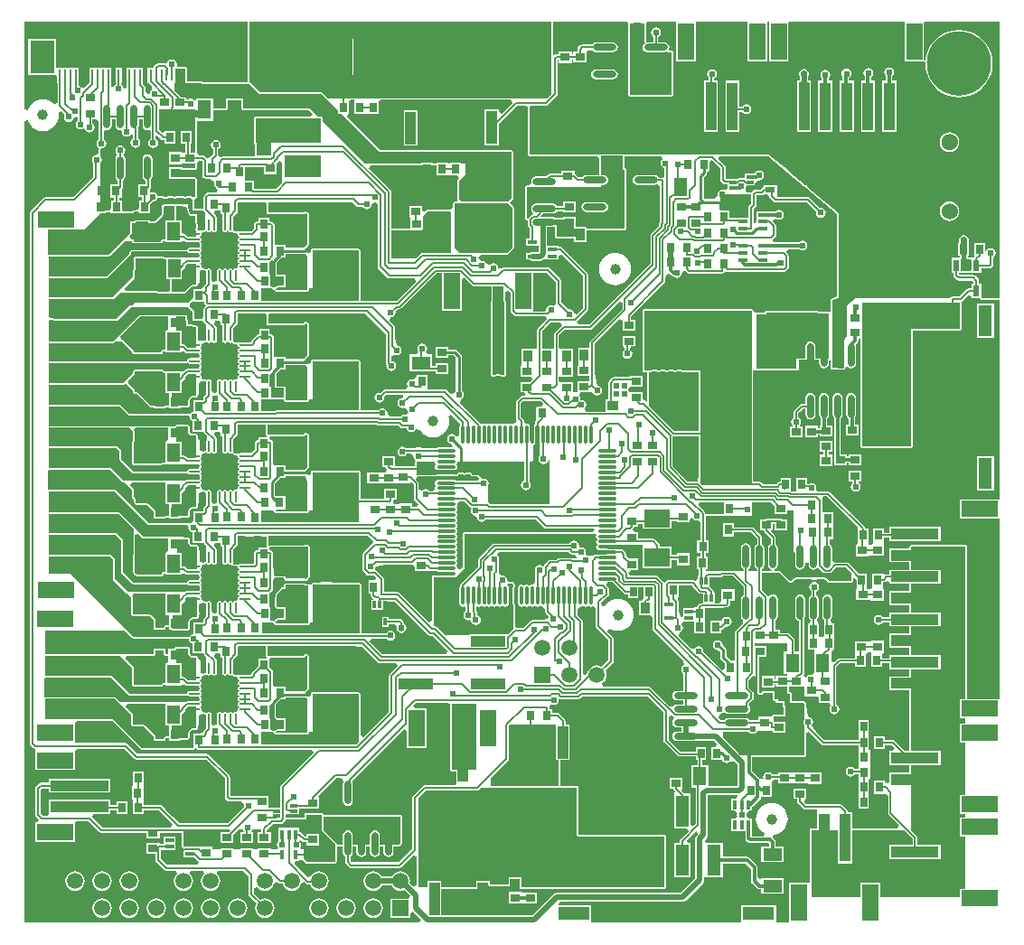
<source format=gtl>
%FSLAX25Y25*%
%MOIN*%
G70*
G01*
G75*
G04 Layer_Physical_Order=1*
G04 Layer_Color=255*
%ADD10R,0.03543X0.02756*%
%ADD11R,0.02756X0.03543*%
%ADD12R,0.03150X0.03543*%
%ADD13R,0.01181X0.02559*%
%ADD14R,0.13780X0.08465*%
%ADD15R,0.05315X0.11024*%
%ADD16R,0.05906X0.13386*%
%ADD17R,0.03937X0.21654*%
%ADD18R,0.03347X0.01378*%
%ADD19R,0.02559X0.01181*%
%ADD20R,0.03543X0.03150*%
%ADD21C,0.03937*%
%ADD22R,0.13386X0.05906*%
%ADD23R,0.17716X0.03937*%
%ADD24R,0.12402X0.12402*%
%ADD25O,0.04134X0.00787*%
%ADD26O,0.00787X0.04134*%
%ADD27O,0.02362X0.08661*%
%ADD28R,0.21654X0.03937*%
%ADD29R,0.02756X0.13583*%
%ADD30R,0.25590X0.05709*%
%ADD31R,0.02362X0.04331*%
%ADD32R,0.01378X0.03543*%
%ADD33R,0.21850X0.21260*%
%ADD34R,0.03937X0.12008*%
%ADD35R,0.02362X0.03543*%
%ADD36R,0.03543X0.02362*%
%ADD37R,0.05118X0.07087*%
%ADD38R,0.07087X0.05118*%
%ADD39O,0.08661X0.02362*%
%ADD40R,0.04528X0.06890*%
%ADD41R,0.09055X0.12205*%
%ADD42R,0.00980X0.04331*%
%ADD43R,0.05000X0.11496*%
%ADD44R,0.11496X0.05000*%
%ADD45R,0.09449X0.06693*%
%ADD46O,0.01181X0.07087*%
%ADD47O,0.07087X0.01181*%
%ADD48R,0.15157X0.20276*%
%ADD49R,0.12205X0.07874*%
%ADD50R,0.03347X0.04134*%
%ADD51R,0.04134X0.03347*%
%ADD52R,0.03937X0.17716*%
%ADD53R,0.12598X0.03937*%
%ADD54R,0.01378X0.03347*%
%ADD55R,0.06890X0.04528*%
%ADD56C,0.00800*%
%ADD57C,0.01200*%
%ADD58C,0.00600*%
%ADD59C,0.02000*%
%ADD60C,0.01000*%
%ADD61C,0.02500*%
%ADD62C,0.01500*%
%ADD63R,0.10255X0.13405*%
%ADD64R,0.05906X0.05906*%
%ADD65C,0.05906*%
%ADD66C,0.23622*%
%ADD67C,0.06000*%
%ADD68C,0.02400*%
G36*
X277976Y155049D02*
Y151775D01*
X282720D01*
Y153100D01*
X284900D01*
Y138200D01*
X285536Y137564D01*
Y133099D01*
X285674Y132404D01*
X286068Y131815D01*
X286657Y131421D01*
X287352Y131283D01*
X288047Y131421D01*
X288636Y131815D01*
X289030Y132404D01*
X289168Y133099D01*
Y134000D01*
X290536D01*
Y133099D01*
X290674Y132404D01*
X291068Y131815D01*
X291657Y131421D01*
X292352Y131283D01*
X293047Y131421D01*
X293636Y131815D01*
X293721Y131942D01*
X294219Y131992D01*
X295841Y130369D01*
X296139Y130170D01*
X296490Y130101D01*
X298214D01*
X298565Y130170D01*
X298863Y130369D01*
X300676Y132182D01*
X304271D01*
X306100Y130353D01*
Y127300D01*
X297942D01*
X297121Y128121D01*
X296790Y128342D01*
X296400Y128420D01*
X285700D01*
X285310Y128342D01*
X284979Y128121D01*
X284158Y127300D01*
X283600D01*
X280000Y130900D01*
X277976D01*
X277927Y131398D01*
X278047Y131421D01*
X278636Y131815D01*
X279030Y132404D01*
X279168Y133099D01*
Y139398D01*
X279030Y140093D01*
X278636Y140682D01*
X278318Y140895D01*
Y143330D01*
X278248Y143681D01*
X278049Y143979D01*
X276521Y145507D01*
X276712Y145969D01*
X277320D01*
Y148330D01*
X277976D01*
Y145869D01*
X282720D01*
Y149825D01*
X280968D01*
X280897Y149896D01*
X280599Y150095D01*
X280248Y150165D01*
X274948D01*
X274597Y150095D01*
X274343Y149925D01*
X272576D01*
Y145969D01*
X274030D01*
Y145782D01*
X274100Y145431D01*
X274299Y145133D01*
X276482Y142950D01*
Y140960D01*
X276068Y140682D01*
X275674Y140093D01*
X275536Y139398D01*
Y133099D01*
X275674Y132404D01*
X276068Y131815D01*
X276657Y131421D01*
X276777Y131398D01*
X276728Y130900D01*
X273270D01*
Y131570D01*
X273636Y131815D01*
X274030Y132404D01*
X274168Y133099D01*
Y139398D01*
X274030Y140093D01*
X273636Y140682D01*
X273270Y140927D01*
Y143348D01*
X273211Y143641D01*
X273200Y143699D01*
X273001Y143997D01*
X270249Y146749D01*
X269951Y146948D01*
X269600Y147018D01*
X262883D01*
Y148472D01*
X258927D01*
Y143728D01*
X262883D01*
Y145182D01*
X269220D01*
X271434Y142968D01*
Y140927D01*
X271068Y140682D01*
X270674Y140093D01*
X270536Y139398D01*
Y133099D01*
X270674Y132404D01*
X271068Y131815D01*
X271434Y131570D01*
Y130900D01*
X268270D01*
Y131570D01*
X268636Y131815D01*
X269030Y132404D01*
X269168Y133099D01*
Y139398D01*
X269030Y140093D01*
X268636Y140682D01*
X268047Y141076D01*
X267352Y141214D01*
X266657Y141076D01*
X266068Y140682D01*
X265674Y140093D01*
X265536Y139398D01*
Y133099D01*
X265674Y132404D01*
X266068Y131815D01*
X266434Y131570D01*
Y130900D01*
X263088D01*
X262844Y130948D01*
X258530D01*
X258286Y130900D01*
X252600D01*
Y131428D01*
X253177D01*
Y136172D01*
X252600D01*
Y137428D01*
X253571D01*
Y142172D01*
X252600D01*
Y151300D01*
X269700D01*
Y156323D01*
X276703D01*
X277976Y155049D01*
D02*
G37*
G36*
X37341Y163741D02*
X37800Y163551D01*
X38249D01*
X40751Y161049D01*
Y158442D01*
X40885Y158117D01*
X40941Y157983D01*
X41546Y157378D01*
X41659Y157208D01*
X41699Y157007D01*
Y156226D01*
X41729Y156154D01*
Y155618D01*
X42039D01*
X42216Y155441D01*
X42675Y155251D01*
X46549D01*
X48969Y152831D01*
Y150128D01*
X53319D01*
Y150500D01*
X54481D01*
Y150128D01*
X58831D01*
Y150451D01*
X61458D01*
X61917Y150641D01*
X62109Y150832D01*
X62299Y151292D01*
Y153022D01*
X62339Y153223D01*
X62453Y153393D01*
X62948Y153888D01*
X63118Y154002D01*
X63319Y154042D01*
X64500D01*
X64959Y154232D01*
X65149Y154691D01*
Y155529D01*
X65391Y155891D01*
X65600Y156100D01*
Y159700D01*
X65900Y160000D01*
X67900D01*
X68250Y159650D01*
Y157249D01*
X68180Y156900D01*
Y155242D01*
X67499Y154561D01*
X67278Y154230D01*
X67200Y153840D01*
Y153200D01*
X66972Y152972D01*
X63569D01*
Y149569D01*
X62600Y148600D01*
X47000D01*
X34800Y160800D01*
X10000D01*
Y168017D01*
X10200Y168151D01*
X32931D01*
X37341Y163741D01*
D02*
G37*
G36*
X105800Y128852D02*
X105317Y128128D01*
X105259Y128081D01*
X104853Y128162D01*
X104853Y128162D01*
X97531D01*
Y129072D01*
X93575D01*
D01*
X93575D01*
X93200Y129446D01*
Y131900D01*
X93045D01*
Y137175D01*
X92967Y137565D01*
X92746Y137896D01*
X92414Y138228D01*
X92083Y138449D01*
X91693Y138527D01*
X91625D01*
Y139479D01*
D01*
Y139479D01*
X91897Y139751D01*
X104400D01*
X104761Y139900D01*
X105800D01*
Y128852D01*
D02*
G37*
G36*
X90481Y139828D02*
D01*
Y139828D01*
X90131Y139479D01*
X87669D01*
Y138527D01*
X87000D01*
X86610Y138449D01*
X86279Y138228D01*
X86058Y137897D01*
X85980Y137507D01*
Y133722D01*
X85790Y133532D01*
X82550D01*
X82518Y133526D01*
X80877D01*
X80489Y133449D01*
X80428Y133408D01*
X80001Y133408D01*
Y133408D01*
X78300D01*
Y138758D01*
X79696Y140154D01*
X79917Y140485D01*
X79994Y140875D01*
Y143600D01*
X90481D01*
Y139828D01*
D02*
G37*
G36*
X248002Y150002D02*
X248598Y149604D01*
X249300Y149465D01*
X249555Y149515D01*
X250482Y148754D01*
Y142172D01*
X249221D01*
Y137428D01*
X250482D01*
Y136172D01*
X249221D01*
Y131428D01*
X249814D01*
Y129229D01*
X249541D01*
Y128109D01*
X249091Y127659D01*
X248483Y127334D01*
X248355Y127419D01*
X248004Y127489D01*
X238597D01*
X238245Y127419D01*
X237948Y127220D01*
X237420Y126693D01*
X236980Y126987D01*
X235018Y128949D01*
X234720Y129148D01*
X234369Y129218D01*
X224527D01*
X224013Y130302D01*
X224462Y130849D01*
X224942Y131169D01*
X227472D01*
Y135519D01*
X224303D01*
X223320Y136502D01*
Y137000D01*
X223242Y137390D01*
X223021Y137721D01*
X222201Y138541D01*
X221870Y138762D01*
X221480Y138840D01*
X219794D01*
X219642Y138942D01*
X219177Y139034D01*
X216684D01*
X216684Y139034D01*
X216224Y139225D01*
X214797D01*
X213579Y139876D01*
X213979Y140543D01*
X219177D01*
X219642Y140636D01*
X219794Y140738D01*
X229376D01*
Y139763D01*
X229376D01*
Y131870D01*
X240024D01*
Y134797D01*
X241828D01*
Y133069D01*
X246572D01*
Y137419D01*
X241828D01*
Y136836D01*
X240024D01*
Y139763D01*
X235720D01*
Y140300D01*
X235642Y140690D01*
X235421Y141021D01*
X233964Y142478D01*
X233633Y142699D01*
X233243Y142777D01*
X227472D01*
Y145225D01*
X226091D01*
X225696Y146177D01*
X226363Y147175D01*
X227472D01*
Y148133D01*
X229376D01*
Y146437D01*
X240024D01*
Y149364D01*
X241828D01*
Y148781D01*
X246572D01*
Y150076D01*
X247720Y150425D01*
X248002Y150002D01*
D02*
G37*
G36*
X259375Y151949D02*
X252600D01*
X252318Y152138D01*
Y152300D01*
X252248Y152651D01*
X252049Y152949D01*
X249784Y155214D01*
X250243Y156323D01*
X259375D01*
Y151949D01*
D02*
G37*
G36*
X124600Y148846D02*
X88700D01*
Y153300D01*
X92581D01*
X93381Y152900D01*
X93381Y152900D01*
X93381D01*
X93474Y152677D01*
X93572Y152441D01*
X93572Y152441D01*
X93572Y152441D01*
X93808Y152343D01*
X94031Y152251D01*
X94031Y152251D01*
X94031Y152251D01*
X105500D01*
X105959Y152441D01*
X106149Y152900D01*
Y153300D01*
X107400D01*
Y167300D01*
X124600D01*
Y148846D01*
D02*
G37*
G36*
X51500Y163646D02*
X51612Y163600D01*
X51741D01*
X51861Y163551D01*
X53343D01*
Y155618D01*
X54481D01*
Y154872D01*
X54481D01*
Y151149D01*
X53319D01*
X52860Y150959D01*
X52785Y150778D01*
X49619D01*
Y152831D01*
X49429Y153290D01*
X47009Y155710D01*
X46549Y155900D01*
X42675D01*
X42498Y156077D01*
X42349Y156226D01*
Y157071D01*
X42271Y157461D01*
X42050Y157792D01*
X42005Y157837D01*
X41400Y158442D01*
Y158571D01*
Y161049D01*
X41210Y161509D01*
X40277Y162442D01*
X40736Y163551D01*
X41039D01*
X41159Y163600D01*
X41288D01*
X41400Y163646D01*
Y163700D01*
X51500D01*
Y163646D01*
D02*
G37*
G36*
X64500Y154691D02*
X63255D01*
X62865Y154614D01*
X62534Y154393D01*
X61948Y153807D01*
X61727Y153476D01*
X61650Y153086D01*
Y151292D01*
X61458Y151100D01*
X55500D01*
Y155618D01*
X59071D01*
Y159629D01*
X60421Y160979D01*
X60642Y161310D01*
X60714Y161672D01*
X61592Y162550D01*
X63850D01*
X63882Y162557D01*
X64500D01*
Y154691D01*
D02*
G37*
G36*
X44841Y143041D02*
X45300Y142851D01*
X54281D01*
Y138528D01*
D01*
Y138528D01*
X53461Y137708D01*
X53343D01*
Y130649D01*
X52649D01*
X52190Y130459D01*
X52000Y130000D01*
Y129595D01*
X42747D01*
X42265Y130077D01*
X41991Y130351D01*
X41900Y130442D01*
Y130571D01*
Y136871D01*
Y137000D01*
X41954D01*
X42000Y137112D01*
Y137241D01*
X42049Y137361D01*
Y144264D01*
X43158Y144723D01*
X44841Y143041D01*
D02*
G37*
G36*
X41400Y146482D02*
Y137361D01*
X41251Y137000D01*
Y130442D01*
X41441Y129983D01*
X41729Y129694D01*
Y129618D01*
X41805D01*
X42287Y129136D01*
X42747Y128946D01*
X52000D01*
X52459Y129136D01*
X52649Y129595D01*
Y130000D01*
X53343D01*
Y129618D01*
X59071D01*
Y130000D01*
X60258D01*
X60435Y129823D01*
X60766Y129602D01*
X61156Y129524D01*
X63850D01*
X63882Y129531D01*
X65523D01*
X65700Y129385D01*
Y127766D01*
X65523Y127620D01*
X62176D01*
X61789Y127543D01*
X61460Y127323D01*
X61240Y126995D01*
X61163Y126607D01*
X61157Y126600D01*
X41400D01*
X37500Y130500D01*
Y142600D01*
X35300Y144800D01*
X10200D01*
Y152051D01*
X35831D01*
X41400Y146482D01*
D02*
G37*
G36*
X308073Y127604D02*
Y125328D01*
X308073D01*
Y124276D01*
X308028Y124231D01*
X308028D01*
Y120275D01*
X312772D01*
Y120275D01*
X313234D01*
X313528Y119981D01*
Y119981D01*
X318272D01*
Y124331D01*
X317935D01*
Y125328D01*
X317935D01*
Y126782D01*
X318200D01*
X318551Y126852D01*
X318849Y127051D01*
X319158Y127361D01*
X320267Y126901D01*
Y126242D01*
X327651D01*
Y123505D01*
X320267D01*
Y118368D01*
X327651D01*
Y115631D01*
X320267D01*
Y113818D01*
X317852D01*
X317598Y114198D01*
X317002Y114596D01*
X316300Y114735D01*
X315598Y114596D01*
X315002Y114198D01*
X314604Y113602D01*
X314465Y112900D01*
X314604Y112198D01*
X315002Y111602D01*
X315598Y111204D01*
X316300Y111065D01*
X317002Y111204D01*
X317598Y111602D01*
X317852Y111982D01*
X320267D01*
Y110494D01*
X327651D01*
Y107757D01*
X320267D01*
Y102620D01*
X327651D01*
Y99884D01*
X320267D01*
Y98718D01*
X317435D01*
Y99921D01*
X317435Y99921D01*
X317435Y99921D01*
X317435Y100172D01*
X318176Y100769D01*
X318176Y101020D01*
X318176Y101020D01*
X318176D01*
Y105119D01*
X313432D01*
Y105025D01*
X312276D01*
Y105025D01*
X307532D01*
Y101069D01*
X307573D01*
Y100172D01*
X307573D01*
Y98718D01*
X301800D01*
X301449Y98648D01*
X301151Y98449D01*
X299930Y97228D01*
X298821Y97687D01*
Y101143D01*
D01*
D01*
X298821D01*
D01*
D01*
X299506Y101828D01*
X300031D01*
Y106572D01*
D01*
Y106572D01*
X300031Y106572D01*
X300031Y106928D01*
X300031D01*
Y111672D01*
X298838D01*
X298490Y112820D01*
X298636Y112917D01*
X299030Y113507D01*
X299168Y114202D01*
Y120501D01*
X299030Y121196D01*
X298636Y121785D01*
X298047Y122179D01*
X297352Y122317D01*
X296657Y122179D01*
X296068Y121785D01*
X295674Y121196D01*
X295536Y120501D01*
Y114202D01*
X295674Y113507D01*
X296068Y112917D01*
X296075Y112913D01*
X296075Y111672D01*
X296075D01*
Y106928D01*
D01*
Y106928D01*
X295718Y106572D01*
X295681D01*
D01*
X294519D01*
D01*
X294125Y106572D01*
Y106928D01*
X294125D01*
Y111672D01*
X293839D01*
X293490Y112820D01*
X293636Y112917D01*
X294030Y113507D01*
X294168Y114202D01*
Y120501D01*
X294030Y121196D01*
X293636Y121785D01*
X293270Y122030D01*
Y123249D01*
X293798Y123602D01*
X294196Y124198D01*
X294335Y124900D01*
X294196Y125602D01*
X293798Y126198D01*
X293202Y126596D01*
X293436Y127770D01*
X296336D01*
X296537Y127730D01*
X296707Y127617D01*
X297483Y126841D01*
X297942Y126651D01*
X306100D01*
X306559Y126841D01*
X306749Y127300D01*
Y128136D01*
X307075Y128271D01*
X308073Y127604D01*
D02*
G37*
G36*
X96881Y128162D02*
X97071Y127702D01*
X97222Y127640D01*
Y126440D01*
X97071Y126378D01*
X96881Y125918D01*
Y124978D01*
X96162D01*
X95837Y124843D01*
X95703Y124788D01*
X93887Y122972D01*
X93575D01*
Y122430D01*
X93547Y122363D01*
Y121639D01*
X93485Y121325D01*
X93498Y121260D01*
X93472Y121199D01*
Y117965D01*
X93607Y117640D01*
X93662Y117505D01*
X94055Y117112D01*
X94515Y116922D01*
X96881D01*
Y113478D01*
X94526D01*
X94067Y113288D01*
X93572Y112793D01*
X93406Y112393D01*
X93028Y112549D01*
X92019D01*
Y112828D01*
D01*
D01*
Y112828D01*
X92019D01*
Y117572D01*
X91625D01*
Y118228D01*
X91625D01*
Y122774D01*
X91628Y122776D01*
X91932Y122979D01*
X91932Y122979D01*
X91932Y122979D01*
X92746Y123793D01*
X92967Y124124D01*
X93045Y124514D01*
Y127142D01*
X93575Y128422D01*
X96881D01*
Y128162D01*
D02*
G37*
G36*
X36851Y142331D02*
Y130500D01*
X36985Y130175D01*
X37041Y130041D01*
X40941Y126141D01*
X41400Y125951D01*
X61157D01*
X61189Y125963D01*
X61221Y125954D01*
X61366Y126031D01*
X61460Y125891D01*
X61789Y125671D01*
X62176Y125594D01*
X65523D01*
X65900Y125284D01*
Y123993D01*
X65523Y123683D01*
X63881D01*
X63850Y123690D01*
X61170D01*
X60780Y123612D01*
X60449Y123391D01*
X60158Y123100D01*
X51784D01*
X51759Y123159D01*
X51300Y123349D01*
X41200D01*
X40741Y123159D01*
X40716Y123100D01*
X39500D01*
X34500Y128100D01*
Y135700D01*
X33200Y137000D01*
X10100D01*
Y144084D01*
X10200Y144151D01*
X35031D01*
X36851Y142331D01*
D02*
G37*
G36*
X61450Y141514D02*
X61450Y141514D01*
X61450D01*
X61527Y141124D01*
X61748Y140793D01*
X62334Y140207D01*
X62665Y139986D01*
X63055Y139909D01*
X64800D01*
Y131557D01*
X63881D01*
X63850Y131564D01*
X61578D01*
X60721Y132421D01*
X60390Y132642D01*
X60000Y132720D01*
X59071D01*
Y137708D01*
X57500D01*
Y142700D01*
X61450D01*
Y141514D01*
D02*
G37*
G36*
X202681Y137351D02*
X202681D01*
X202681Y137351D01*
X202681Y137351D01*
Y137351D01*
X202979Y137152D01*
X203330Y137082D01*
X204136D01*
X204753Y136053D01*
X204521Y135618D01*
X203466D01*
X203421Y135648D01*
X203070Y135718D01*
X198500D01*
X198149Y135648D01*
X197851Y135449D01*
X197420Y135018D01*
X195230D01*
X194879Y134948D01*
X194581Y134749D01*
X192751Y132919D01*
X192555Y132626D01*
X192002Y132996D01*
X191300Y133135D01*
X190598Y132996D01*
X190002Y132598D01*
X189604Y132002D01*
X189465Y131300D01*
X189544Y130901D01*
X189495Y130827D01*
X189417Y130437D01*
Y128974D01*
X189480Y128657D01*
Y126787D01*
X188553Y126025D01*
X188469Y126042D01*
X188004Y125950D01*
X187610Y125687D01*
X187358D01*
X186964Y125950D01*
X186500Y126042D01*
X186036Y125950D01*
X185642Y125687D01*
X185390D01*
X184996Y125950D01*
X184532Y126042D01*
X184067Y125950D01*
X183673Y125687D01*
X183410Y125293D01*
X183318Y124828D01*
Y118923D01*
X183410Y118458D01*
X183673Y118064D01*
X184067Y117801D01*
X184532Y117709D01*
X184996Y117801D01*
X185390Y118064D01*
X185642D01*
X186036Y117801D01*
X186500Y117709D01*
X186964Y117801D01*
X187358Y118064D01*
X187610D01*
X188004Y117801D01*
X188469Y117709D01*
X188933Y117801D01*
X189327Y118064D01*
X189579D01*
X189972Y117801D01*
X190437Y117709D01*
X190902Y117801D01*
X191295Y118064D01*
X191547D01*
X191941Y117801D01*
X192406Y117709D01*
X192427Y117713D01*
X193354Y116952D01*
Y116026D01*
X193432Y115636D01*
X193653Y115305D01*
X194610Y114348D01*
X194534Y114096D01*
X194404Y113902D01*
X194270Y113225D01*
X194262Y113199D01*
X192352Y112820D01*
X188589D01*
X188199Y112742D01*
X187868Y112521D01*
X186179Y110832D01*
X186169Y110817D01*
X185171Y109820D01*
X182914D01*
X182068Y110670D01*
X182108Y118429D01*
X182067Y118529D01*
X182079Y118585D01*
X181999Y118987D01*
Y124764D01*
X182079Y125166D01*
X182072Y125198D01*
X182145Y125370D01*
X182148Y125942D01*
X182147Y125943D01*
X182148Y125944D01*
X182053Y126173D01*
X181960Y126402D01*
X181959Y126403D01*
X181959Y126403D01*
X181606Y126758D01*
X181605Y126758D01*
X181605Y126759D01*
X181605Y126759D01*
X181147Y126949D01*
X181146Y126949D01*
X181146Y126949D01*
X181146Y126949D01*
X179428D01*
X179235Y127500D01*
Y127500D01*
X179235D01*
X179235Y127500D01*
X179096Y128202D01*
X178961Y128403D01*
X178961Y128403D01*
X178698Y128798D01*
Y128798D01*
X178102Y129196D01*
X177400Y129335D01*
X177337Y129323D01*
X176042Y130188D01*
X176120Y130578D01*
Y134484D01*
X176196Y134598D01*
X176335Y135300D01*
X176196Y136002D01*
X175798Y136598D01*
X175582Y136742D01*
X175547Y137093D01*
X176353Y137982D01*
X202050D01*
X202681Y137351D01*
D02*
G37*
G36*
X212150Y144191D02*
X212058Y143726D01*
X212150Y143262D01*
X212413Y142868D01*
Y142616D01*
X212150Y142222D01*
X212058Y141757D01*
X212150Y141293D01*
X212413Y140899D01*
Y140647D01*
X212150Y140253D01*
X212058Y139789D01*
X212150Y139324D01*
X212413Y138931D01*
X212807Y138668D01*
X213272Y138575D01*
X216224D01*
Y137066D01*
X213272D01*
X212807Y136974D01*
X212655Y136872D01*
X211652D01*
X211262Y136794D01*
X211109Y136692D01*
X208411Y136694D01*
X208196Y137098D01*
X208335Y137800D01*
X208196Y138502D01*
X207798Y139098D01*
X207202Y139496D01*
X206500Y139635D01*
X206112Y139558D01*
X205758Y139912D01*
X205835Y140300D01*
X205696Y141002D01*
X205298Y141598D01*
X204702Y141996D01*
X204000Y142135D01*
X203298Y141996D01*
X202702Y141598D01*
X202315Y141018D01*
X174600D01*
X174249Y140948D01*
X173951Y140749D01*
X168851Y135649D01*
X168652Y135351D01*
X168582Y135000D01*
Y132680D01*
X162229Y126327D01*
X162030Y126029D01*
X161960Y125678D01*
Y125598D01*
X161757Y125293D01*
X161664Y124828D01*
Y118923D01*
X161757Y118458D01*
X162020Y118064D01*
X162414Y117801D01*
X162878Y117709D01*
X163342Y117801D01*
X163386Y117830D01*
X163827Y117595D01*
Y115881D01*
X163702Y115798D01*
X163304Y115202D01*
X163165Y114500D01*
X163304Y113798D01*
X163702Y113202D01*
X164298Y112804D01*
X165000Y112665D01*
X165702Y112804D01*
X165961Y112418D01*
X166004Y112198D01*
X166402Y111602D01*
X166998Y111204D01*
X167700Y111065D01*
X168402Y111204D01*
X168998Y111602D01*
X169396Y112198D01*
X169535Y112900D01*
X169396Y113602D01*
X168998Y114198D01*
X168402Y114596D01*
X168220Y114632D01*
Y115411D01*
X168142Y115801D01*
X167921Y116132D01*
X167835Y116219D01*
Y117595D01*
X168275Y117830D01*
X168319Y117801D01*
X168783Y117709D01*
X169248Y117801D01*
X169642Y118064D01*
X169894D01*
X170288Y117801D01*
X170752Y117709D01*
X171216Y117801D01*
X171610Y118064D01*
X171862D01*
X172256Y117801D01*
X172720Y117709D01*
X173185Y117801D01*
X173579Y118064D01*
X173831D01*
X174224Y117801D01*
X174689Y117709D01*
X175154Y117801D01*
X175547Y118064D01*
X175799D01*
X176193Y117801D01*
X176657Y117709D01*
X177122Y117801D01*
X177516Y118064D01*
X177768D01*
X178162Y117801D01*
X178626Y117709D01*
X179090Y117801D01*
X179484Y118064D01*
X179747Y118458D01*
X179840Y118923D01*
Y124828D01*
X179747Y125293D01*
X179484Y125687D01*
X179282Y125821D01*
X179428Y126300D01*
X181146D01*
X181498Y125945D01*
X181495Y125373D01*
X181441Y125293D01*
X181349Y124828D01*
Y118923D01*
X181441Y118458D01*
X181459Y118432D01*
X181412Y109454D01*
X179601Y107642D01*
X179085Y107642D01*
Y107642D01*
X165287D01*
Y107200D01*
X156392D01*
X153428Y110163D01*
X153098Y110385D01*
X152708Y110462D01*
X152100D01*
Y128700D01*
X160237D01*
X163400Y132000D01*
Y144600D01*
X211537D01*
X212150Y144191D01*
D02*
G37*
G36*
X73231Y141328D02*
X73231D01*
X73469Y141090D01*
Y139828D01*
X74149D01*
Y135957D01*
X74155Y135925D01*
Y134284D01*
X74233Y133897D01*
X74452Y133568D01*
X74737Y133377D01*
D01*
X74781Y133348D01*
X74781Y133348D01*
X75169Y133271D01*
X75556Y133348D01*
X75885Y133568D01*
X75885D01*
Y133568D01*
X76379Y133612D01*
X76421Y133568D01*
X76421Y133568D01*
Y133568D01*
X76749Y133348D01*
X77137Y133271D01*
X77525Y133348D01*
X77525Y133348D01*
X77525Y133348D01*
X77651Y133408D01*
Y133408D01*
X77651Y133408D01*
X77841Y132949D01*
X78300Y132758D01*
X79662D01*
X79864Y132513D01*
D01*
X79864Y132513D01*
X79941Y132125D01*
X80161Y131796D01*
X80161Y131796D01*
X80408Y131631D01*
X80161Y131261D01*
X80161Y131261D01*
X80161Y131261D01*
X80161Y131261D01*
X80489Y131577D01*
D01*
X80161Y131261D01*
X80161Y131261D01*
Y131261D01*
X79970Y130975D01*
D01*
X79941Y130932D01*
X79941Y130932D01*
X79864Y130544D01*
X79941Y130156D01*
X79941Y130156D01*
X79970Y130113D01*
Y130113D01*
X79970D01*
X80161Y129828D01*
Y129828D01*
X80204Y129798D01*
D01*
X80408Y129662D01*
X80161Y129292D01*
X80161Y129292D01*
X80161Y129292D01*
X80161Y129292D01*
X80459Y129578D01*
X80161Y129292D01*
X80161Y129292D01*
Y129292D01*
X79970Y129007D01*
D01*
X79941Y128963D01*
X79941Y128963D01*
X79864Y128576D01*
X79941Y128188D01*
X79941Y128188D01*
X79970Y128144D01*
Y128144D01*
X79970D01*
X80161Y127859D01*
Y127859D01*
X80204Y127830D01*
D01*
X80408Y127694D01*
X80161Y127323D01*
X80459Y127610D01*
X80161Y127323D01*
X80161Y127323D01*
Y127323D01*
X79970Y127038D01*
D01*
X79941Y126995D01*
X79941Y126995D01*
X79864Y126607D01*
X79864Y126607D01*
X79874Y126556D01*
X79874Y126556D01*
X79874Y126556D01*
D01*
D01*
X79874Y126556D01*
X79941Y126219D01*
X79941Y126219D01*
X79970Y126176D01*
Y126176D01*
X79970D01*
X80161Y125891D01*
Y125891D01*
X80204Y125862D01*
D01*
X80408Y125725D01*
X80161Y125355D01*
X80161Y125355D01*
X80161Y125355D01*
X80161Y125355D01*
X80459Y125642D01*
X80161Y125355D01*
X80161Y125355D01*
Y125355D01*
X79970Y125070D01*
D01*
X79941Y125026D01*
X79941Y125026D01*
X79864Y124639D01*
X79941Y124251D01*
X79941Y124251D01*
X79970Y124207D01*
Y124207D01*
X79970D01*
X80161Y123922D01*
Y123922D01*
X80204Y123893D01*
D01*
X80408Y123757D01*
X80161Y123387D01*
X80161Y123387D01*
X80161Y123387D01*
X80161Y123387D01*
X80459Y123673D01*
X80161Y123387D01*
X80161Y123387D01*
Y123387D01*
X79941Y123058D01*
X79874Y122722D01*
X79874D01*
X79874Y122722D01*
X79864Y122670D01*
X79864Y122670D01*
X79941Y122282D01*
X79941Y122282D01*
X79970Y122239D01*
Y122239D01*
X79970D01*
X80161Y121954D01*
X80161Y121954D01*
X80408Y121788D01*
X80161Y121418D01*
X80161Y121418D01*
X80161Y121418D01*
X80161Y121418D01*
X80489Y121734D01*
D01*
X80161Y121418D01*
X80161Y121418D01*
Y121418D01*
X79941Y121089D01*
X79864Y120702D01*
X79864Y120702D01*
X79864Y120702D01*
X79493Y119866D01*
D01*
X79493Y119866D01*
X79157Y119933D01*
Y119933D01*
X79157Y119933D01*
X79106Y119943D01*
X79106Y119943D01*
X78718Y119866D01*
X78389Y119646D01*
X78389Y119646D01*
X78170Y119318D01*
X77853Y119646D01*
X77853Y119646D01*
Y119646D01*
X77525Y119866D01*
X77188Y119933D01*
X77188Y119933D01*
X77188D01*
X77137Y119943D01*
X77137Y119943D01*
X76749Y119866D01*
X76421Y119646D01*
X76421Y119646D01*
X76201Y119318D01*
X75885Y119646D01*
X75885Y119646D01*
Y119646D01*
X75556Y119866D01*
X75169Y119943D01*
X75169Y119943D01*
X75117Y119933D01*
X75117D01*
X75117Y119933D01*
X74781Y119866D01*
X74452Y119646D01*
X74233Y119318D01*
D01*
X73916Y119646D01*
X73916Y119646D01*
Y119646D01*
X73588Y119866D01*
X73251Y119933D01*
X73251Y119933D01*
X73200Y119943D01*
X73200Y119943D01*
X73200Y119943D01*
X73149Y119933D01*
X73149D01*
Y119933D01*
X72812Y119866D01*
X72484Y119646D01*
X72264Y119318D01*
X72264Y119318D01*
X72254Y119266D01*
D01*
X72187Y118930D01*
Y117289D01*
X72180Y117257D01*
Y115638D01*
X71096Y115125D01*
X70276Y115798D01*
Y118930D01*
X70199Y119318D01*
X69979Y119646D01*
X69651Y119866D01*
X69263Y119943D01*
X68875Y119866D01*
X68547Y119646D01*
X68471Y119534D01*
X68449Y119543D01*
X68256Y119646D01*
X68224Y119636D01*
X68192Y119649D01*
X68006D01*
X67682Y119866D01*
X67295Y119943D01*
X66907Y119866D01*
X66536Y120702D01*
Y120702D01*
D01*
X66536D01*
D01*
D01*
D01*
X66536Y120702D01*
X66459Y121089D01*
X66385Y121200D01*
X66385Y121200D01*
X66239Y121418D01*
X66195Y121912D01*
X66239Y121954D01*
X66239Y121954D01*
X66239D01*
X66459Y122282D01*
X66459Y122282D01*
Y122282D01*
X66536Y122670D01*
X66536Y122670D01*
X66526Y122722D01*
Y122722D01*
X66526D01*
X66459Y123058D01*
X66239Y123387D01*
Y123387D01*
X66359Y123533D01*
X66359Y123534D01*
X66359Y123534D01*
X66443Y123736D01*
X66546Y123929D01*
X66536Y123961D01*
X66549Y123993D01*
Y125284D01*
X66536Y125316D01*
X66546Y125348D01*
X66443Y125541D01*
X66359Y125744D01*
X66359Y125744D01*
X66359D01*
X66239Y125891D01*
Y125891D01*
D01*
Y125891D01*
X66430Y126176D01*
D01*
D01*
D01*
X66430D01*
Y126176D01*
X66432Y126179D01*
X66459Y126219D01*
X66459Y126219D01*
X66536Y126607D01*
X66459Y126995D01*
X66459Y126995D01*
X66459Y126995D01*
X66239Y127323D01*
X66239Y127323D01*
X66196Y127352D01*
X66196Y127353D01*
Y127353D01*
X66247Y127517D01*
X66346Y127702D01*
X66337Y127734D01*
X66349Y127766D01*
Y127841D01*
X66459Y128188D01*
Y128188D01*
X66536Y128576D01*
X66459Y128963D01*
X66349Y129127D01*
Y129385D01*
X66337Y129417D01*
X66346Y129449D01*
X66243Y129642D01*
X66182Y129789D01*
X66196Y129798D01*
D01*
D01*
D01*
X66196D01*
Y129798D01*
X66196Y129799D01*
X66239Y129828D01*
X66239Y129828D01*
X66430Y130113D01*
D01*
X66459Y130156D01*
X66459Y130156D01*
X66536Y130544D01*
X66459Y130932D01*
X66459Y130932D01*
X66432Y130973D01*
X66430Y130975D01*
Y130975D01*
X66430D01*
D01*
D01*
X66239Y131261D01*
Y131261D01*
X66239D01*
X66195Y131754D01*
X66239Y131796D01*
X66239Y131796D01*
X66239D01*
X66459Y132125D01*
X66536Y132513D01*
X66536Y132513D01*
X66526Y132564D01*
Y132564D01*
X66526D01*
X66459Y132900D01*
X67295Y133271D01*
X67295Y133271D01*
Y133271D01*
X67682Y133348D01*
X68011Y133568D01*
X68011D01*
X68040Y133612D01*
X68040D01*
X68040Y133612D01*
X68076Y133665D01*
X68547Y133568D01*
X68547Y133568D01*
Y133568D01*
X68875Y133348D01*
X69263Y133271D01*
X69651Y133348D01*
X69979Y133568D01*
X70473Y133612D01*
X70515Y133568D01*
X70515Y133568D01*
Y133568D01*
X70844Y133348D01*
X71232Y133271D01*
X71619Y133348D01*
X71948Y133568D01*
X72168Y133897D01*
X72245Y134284D01*
Y135925D01*
X72251Y135958D01*
Y138657D01*
X72174Y139048D01*
X71952Y139378D01*
X71111Y140220D01*
X71570Y141328D01*
X73231D01*
D01*
D02*
G37*
G36*
X46541Y148141D02*
X47000Y147951D01*
X61149D01*
X61753Y147346D01*
X61665Y146900D01*
X61804Y146198D01*
X62202Y145602D01*
X62798Y145204D01*
X63369Y145091D01*
Y141328D01*
X67325D01*
Y141328D01*
X67392D01*
X67433Y141124D01*
X67654Y140793D01*
X68100Y140347D01*
Y134500D01*
X67800Y134200D01*
X66200D01*
X65800Y134600D01*
Y138600D01*
X65449Y138951D01*
Y139909D01*
X65259Y140368D01*
X64800Y140558D01*
X63119D01*
X62918Y140598D01*
X62748Y140712D01*
X62253Y141207D01*
X62139Y141377D01*
X62099Y141578D01*
Y142700D01*
X61909Y143159D01*
X61450Y143349D01*
X59900D01*
Y143500D01*
X45300D01*
X36100Y152700D01*
X10100D01*
Y160151D01*
X34531D01*
X46541Y148141D01*
D02*
G37*
G36*
X104980Y166058D02*
X105500Y163444D01*
Y152900D01*
X94031D01*
X94031Y153072D01*
X94031D01*
Y153233D01*
X94526Y153728D01*
X97531D01*
Y158472D01*
X93915D01*
X93522Y158865D01*
Y163203D01*
X95547Y165228D01*
X97531D01*
Y166058D01*
X104980D01*
X104980Y166058D01*
D02*
G37*
G36*
X192524Y192780D02*
X192065Y191672D01*
X189981D01*
Y186928D01*
X189981Y186928D01*
X189981D01*
X190129Y186571D01*
X189716Y186158D01*
X189495Y185827D01*
X189417Y185437D01*
Y184964D01*
X189406Y184959D01*
X189393Y184928D01*
X189363Y184912D01*
X189180Y184689D01*
X189117Y184479D01*
X189033Y184277D01*
Y179389D01*
X187885Y179041D01*
X187714Y179297D01*
Y184277D01*
X187621Y184742D01*
X187358Y185135D01*
X186964Y185399D01*
X186500Y185491D01*
X186036Y185399D01*
D01*
Y185399D01*
Y185399D01*
X185518Y186100D01*
X185448Y186451D01*
X185249Y186749D01*
X184318Y187680D01*
Y192820D01*
X185180Y193682D01*
X191622D01*
X192524Y192780D01*
D02*
G37*
G36*
X54281Y179428D02*
D01*
Y179428D01*
X53461Y178608D01*
X53343D01*
Y171049D01*
X52267D01*
X52147Y171000D01*
X52018D01*
X51927Y170909D01*
X51807Y170859D01*
X51758Y170740D01*
X51700Y170682D01*
Y170600D01*
X41642D01*
X41600Y170642D01*
Y170771D01*
Y178271D01*
Y178400D01*
X41653D01*
X41700Y178512D01*
Y178641D01*
X41749Y178761D01*
Y182600D01*
X41686Y182753D01*
X42353Y183751D01*
X54281D01*
Y179428D01*
D02*
G37*
G36*
X350563Y232204D02*
Y231510D01*
X353554D01*
X353559Y231500D01*
X353666Y231241D01*
X354125Y231051D01*
X360980D01*
Y157364D01*
X360980D01*
D01*
X360837D01*
Y157364D01*
X346251D01*
Y150258D01*
X360132D01*
X360132Y150258D01*
X360132Y150258D01*
X360837Y150258D01*
X360980Y150115D01*
Y83742D01*
X360980D01*
X360837D01*
X360132Y83742D01*
X360132Y83742D01*
Y83742D01*
X348949D01*
Y139900D01*
X348759Y140359D01*
X348300Y140549D01*
X328300D01*
X327841Y140359D01*
X327651Y139900D01*
Y139253D01*
X320267D01*
Y134116D01*
X327651D01*
Y131379D01*
X320267D01*
Y129729D01*
X319311D01*
X318960Y129659D01*
X318662Y129460D01*
X317935Y130072D01*
Y130072D01*
X313979D01*
Y125328D01*
X313979D01*
Y124781D01*
X313528Y124331D01*
X313528D01*
Y124231D01*
X312772D01*
Y124231D01*
X312029Y124231D01*
Y125328D01*
X312029D01*
Y130072D01*
X308977D01*
X305300Y133749D01*
X305002Y133948D01*
X304651Y134018D01*
X300296D01*
X300096Y133978D01*
X299717Y134288D01*
X299168Y135110D01*
Y139398D01*
X299030Y140093D01*
X298636Y140682D01*
X298372Y140859D01*
Y142728D01*
X299683D01*
Y147472D01*
X299531D01*
Y147928D01*
X299531D01*
Y152672D01*
X295599D01*
Y156882D01*
X295541Y157175D01*
X295529Y157233D01*
X295402Y157424D01*
X295967Y158482D01*
X297295D01*
X308717Y147061D01*
X308473Y146472D01*
X308473D01*
X308473Y146472D01*
Y141728D01*
X308473D01*
Y141272D01*
X307832Y140631D01*
X307832D01*
Y136281D01*
X312576D01*
Y136575D01*
X313632D01*
Y136575D01*
X318376D01*
Y140531D01*
X318335D01*
Y141728D01*
X318335D01*
Y143182D01*
X320267D01*
Y141991D01*
X339183D01*
Y147127D01*
X320267D01*
Y145018D01*
X318335D01*
Y146472D01*
X314379D01*
Y141728D01*
X314379D01*
Y141277D01*
X313632Y140531D01*
X313632D01*
Y140531D01*
X312676D01*
X312576Y140631D01*
Y140631D01*
X312429D01*
Y141728D01*
X312429D01*
Y146472D01*
X311369D01*
Y146624D01*
X311311Y146917D01*
X311299Y146975D01*
X311100Y147273D01*
X301139Y157233D01*
X298324Y160049D01*
X298026Y160248D01*
X297675Y160318D01*
X293405D01*
X293169Y160759D01*
X293196Y160798D01*
X293285Y161245D01*
D01*
X293335Y161500D01*
X293196Y162202D01*
X292798Y162798D01*
X292202Y163196D01*
X291500Y163335D01*
X291311Y163298D01*
X290858Y163208D01*
X290798Y163196D01*
X290605Y163067D01*
X289931D01*
Y164493D01*
Y165272D01*
X285975D01*
Y160528D01*
D01*
Y160528D01*
X285764Y160318D01*
X284197D01*
X284135Y160380D01*
X284006Y160466D01*
X284025Y160528D01*
X284025D01*
X284025Y160528D01*
Y165272D01*
X280069D01*
Y163818D01*
X279668D01*
X279317Y163748D01*
X279020Y163549D01*
X278821Y163251D01*
X278803Y163162D01*
X278763Y162959D01*
X278761Y162958D01*
X273461D01*
X273459Y162959D01*
X273401Y163251D01*
X273202Y163549D01*
X272905Y163748D01*
X272553Y163818D01*
X270049D01*
Y204862D01*
X270049D01*
X270400D01*
D01*
X270400D01*
X270502D01*
X270754Y204862D01*
Y204862D01*
X270754D01*
Y204862D01*
X286859D01*
Y208751D01*
X289264D01*
X289723Y208941D01*
X289913Y209400D01*
Y213704D01*
X290014Y214209D01*
X290264Y214584D01*
X290638Y214834D01*
X291079Y214922D01*
X291521Y214834D01*
X291895Y214584D01*
X292145Y214209D01*
X292246Y213704D01*
Y209400D01*
X292436Y208941D01*
X292895Y208751D01*
X294264D01*
Y207469D01*
X294402Y206774D01*
X294795Y206185D01*
X295385Y205791D01*
X296079Y205653D01*
X296774Y205791D01*
X297303Y206144D01*
X297363Y206185D01*
X297757Y206774D01*
X297895Y207469D01*
Y208423D01*
X298337Y208658D01*
X298462Y208574D01*
X298451Y205793D01*
X298543Y205568D01*
X298631Y205341D01*
X298637Y205339D01*
X298639Y205333D01*
X298863Y205239D01*
X299087Y205141D01*
X303129Y205058D01*
X303133Y205059D01*
X303136Y205058D01*
X303364Y205150D01*
X303592Y205239D01*
X303594Y205242D01*
X303597Y205243D01*
X303955Y205593D01*
X303956Y205597D01*
X303959Y205598D01*
X303969Y205621D01*
X304053Y205825D01*
X304149Y206051D01*
Y206051D01*
Y206057D01*
X304149Y206057D01*
Y206240D01*
X304149Y206290D01*
D01*
X304628Y206435D01*
X304795Y206185D01*
X305384Y205791D01*
X306079Y205653D01*
X306774Y205791D01*
X307364Y206185D01*
X307757Y206774D01*
X307895Y207469D01*
Y213768D01*
X307808Y214209D01*
X307763Y214433D01*
X308432Y215102D01*
X308697Y215499D01*
X308790Y215967D01*
X308790Y215967D01*
X308790Y215967D01*
Y215967D01*
Y216632D01*
X309651D01*
Y214858D01*
Y184893D01*
Y176800D01*
X309841Y176341D01*
X310300Y176151D01*
X328200D01*
X328659Y176341D01*
X328849Y176800D01*
Y219651D01*
X346104D01*
X346563Y219841D01*
X346753Y220300D01*
Y230000D01*
X346843Y230167D01*
X346849Y230168D01*
X347039Y230295D01*
X347180Y230389D01*
X347593Y230803D01*
X349454Y232663D01*
X350563Y232204D01*
D02*
G37*
G36*
X346104Y220300D02*
X328200D01*
Y176800D01*
X310300D01*
Y230000D01*
X346104D01*
Y220300D01*
D02*
G37*
G36*
X161858Y185340D02*
Y184894D01*
X161757Y184742D01*
X161664Y184277D01*
Y180870D01*
X160516Y180522D01*
X160198Y180998D01*
X159602Y181396D01*
X158900Y181535D01*
X158198Y181396D01*
X157602Y180998D01*
X157204Y180402D01*
X157065Y179700D01*
X157204Y178998D01*
X157602Y178402D01*
X158198Y178004D01*
X158621Y177920D01*
X159048Y177122D01*
X159128Y176720D01*
X159010Y176436D01*
X153823D01*
X153358Y176344D01*
X153206Y176242D01*
X147952D01*
X147938Y176251D01*
X147801Y176342D01*
X147411Y176420D01*
X145589D01*
X145199Y176342D01*
X145062Y176251D01*
X145048Y176242D01*
X142035D01*
X141998Y176298D01*
X141402Y176696D01*
X140700Y176835D01*
X139998Y176696D01*
X139402Y176298D01*
X139004Y175702D01*
X138865Y175000D01*
X139004Y174298D01*
X139402Y173702D01*
X139998Y173304D01*
X140700Y173165D01*
X141402Y173304D01*
X141998Y173702D01*
X142332Y174202D01*
X143918D01*
X144680Y173275D01*
X144665Y173200D01*
X144804Y172498D01*
X145202Y171902D01*
X145514Y171694D01*
X145351Y171300D01*
Y169501D01*
X137920D01*
Y173231D01*
X133176D01*
Y169275D01*
X134293D01*
X134959Y168277D01*
X134565Y167325D01*
X133176D01*
D01*
D01*
X133176Y167325D01*
X132468D01*
Y167325D01*
X127724D01*
Y163369D01*
X132468D01*
Y163369D01*
X132468D01*
X132468Y163369D01*
X133176D01*
Y163369D01*
X137920D01*
Y163369D01*
X137920D01*
X137920Y163369D01*
X138628Y163369D01*
Y163369D01*
X143372D01*
X143372Y163369D01*
Y163369D01*
X143813Y163552D01*
X144811Y162885D01*
Y157672D01*
X144811Y157672D01*
X144811D01*
X144881Y157320D01*
X145080Y157023D01*
X146432Y155670D01*
X145973Y154562D01*
X144272D01*
Y155819D01*
X139528D01*
Y155425D01*
X138670D01*
Y155425D01*
X137871D01*
X137294Y156002D01*
X137110Y156346D01*
X137624Y157202D01*
X137969Y157375D01*
X138670D01*
Y161331D01*
X133926D01*
Y157618D01*
X125249D01*
Y167300D01*
X125059Y167759D01*
X124600Y167949D01*
X107400D01*
X106941Y167759D01*
X106751Y167300D01*
Y166556D01*
X106105Y166360D01*
X105091Y167001D01*
X104966Y167839D01*
X104975Y167842D01*
X105959Y168827D01*
X106149Y169286D01*
Y181077D01*
X106077Y181252D01*
X106040Y181437D01*
X105985Y181474D01*
X105959Y181536D01*
X105784Y181608D01*
X105627Y181713D01*
X104940Y181850D01*
X104754Y181813D01*
X104565D01*
X104518Y181766D01*
X104453Y181753D01*
X104347Y181596D01*
X104213Y181462D01*
X104200Y181429D01*
Y181300D01*
X103777D01*
X103728Y181310D01*
D01*
X103600Y181335D01*
X103432Y181302D01*
D01*
X103423Y181300D01*
X99577D01*
X99400Y181335D01*
X99232Y181302D01*
X99223Y181300D01*
X91000D01*
Y183466D01*
Y184800D01*
Y184800D01*
X91000Y184800D01*
X91102Y184952D01*
X130915D01*
X131088Y184779D01*
X131088D01*
X131088Y184779D01*
X131088D01*
X131088Y184779D01*
Y184779D01*
X131088Y184779D01*
Y184779D01*
X131419Y184558D01*
X131809Y184480D01*
X139266D01*
X139868Y183879D01*
X140199Y183658D01*
X140589Y183580D01*
X142248D01*
X142304Y183298D01*
X142702Y182702D01*
X143298Y182304D01*
X144000Y182165D01*
X144702Y182304D01*
X145298Y182702D01*
X145662Y183247D01*
X146045Y183228D01*
X146933Y183052D01*
X147066Y182803D01*
X147804Y181904D01*
X148703Y181166D01*
X149729Y180618D01*
X150842Y180280D01*
X152000Y180166D01*
X153158Y180280D01*
X154271Y180618D01*
X155297Y181166D01*
X156196Y181904D01*
X156934Y182803D01*
X157482Y183829D01*
X157820Y184942D01*
X157934Y186100D01*
X157820Y187258D01*
X157614Y187939D01*
X158643Y188556D01*
X161858Y185340D01*
D02*
G37*
G36*
X68200Y197898D02*
X68180Y197800D01*
Y196142D01*
X67499Y195461D01*
X67278Y195130D01*
X67200Y194740D01*
Y193972D01*
X63569D01*
Y189769D01*
X63198Y189696D01*
X62602Y189298D01*
X62336Y188900D01*
X40000D01*
X36700Y192200D01*
X10200D01*
Y199551D01*
X37500D01*
X37959Y199741D01*
X38221Y200002D01*
X38900Y200000D01*
X41351Y197549D01*
Y196800D01*
X41541Y196341D01*
X42000Y196151D01*
X42749D01*
X47500Y191400D01*
X48969D01*
Y191028D01*
X53319D01*
Y191400D01*
X54481D01*
Y191028D01*
X58831D01*
Y191351D01*
X61650D01*
X62109Y191541D01*
X62299Y192000D01*
Y193922D01*
X62339Y194123D01*
X62453Y194293D01*
X62948Y194788D01*
X63118Y194902D01*
X63319Y194942D01*
X64500D01*
X64959Y195132D01*
X65149Y195591D01*
Y195949D01*
X65400Y196200D01*
Y196820D01*
X65535Y197500D01*
X65400Y198180D01*
Y200100D01*
X65600Y200300D01*
X66100Y200800D01*
X68200D01*
Y197898D01*
D02*
G37*
G36*
X52100Y204471D02*
X52149Y204351D01*
X52241Y204260D01*
X52290Y204141D01*
X52410Y204091D01*
X52501Y204000D01*
X52630D01*
X52749Y203951D01*
X53343D01*
Y196518D01*
X54481D01*
Y195772D01*
X54481D01*
Y192049D01*
X53319D01*
X52860Y191859D01*
X52785Y191678D01*
X49504D01*
X49429Y191859D01*
X48969Y192049D01*
X47769D01*
X43209Y196610D01*
X42749Y196800D01*
X42000D01*
Y196929D01*
Y197549D01*
X41810Y198009D01*
X39619Y200200D01*
Y201085D01*
X39841Y201623D01*
X41810Y203591D01*
X42000Y204051D01*
Y204471D01*
Y204600D01*
X52100D01*
Y204471D01*
D02*
G37*
G36*
X105500Y181077D02*
Y169286D01*
X104515Y168301D01*
X97531D01*
Y169972D01*
X93575D01*
Y169972D01*
X93540D01*
X93045Y170467D01*
Y173300D01*
Y178075D01*
X92967Y178465D01*
X92900Y178566D01*
X92746Y178796D01*
X92414Y179128D01*
X92083Y179349D01*
X91693Y179427D01*
X91625D01*
Y180379D01*
D01*
Y180379D01*
X91897Y180651D01*
X99223D01*
X99284Y180676D01*
X99349Y180663D01*
X99400Y180673D01*
X99451Y180663D01*
X99516Y180676D01*
X99577Y180651D01*
X103423D01*
X103484Y180676D01*
X103550Y180663D01*
X103600Y180673D01*
X103651Y180663D01*
X103716Y180676D01*
X103777Y180651D01*
X104200D01*
X104659Y180841D01*
X104813Y181213D01*
X105500Y181077D01*
D02*
G37*
G36*
X90351Y184800D02*
Y181300D01*
X90481Y180985D01*
Y180728D01*
D01*
Y180728D01*
X90131Y180379D01*
X87669D01*
Y179399D01*
X87417Y179349D01*
X87086Y179128D01*
X86379Y178421D01*
X86158Y178090D01*
X86080Y177700D01*
Y175622D01*
X84890Y174432D01*
X82550D01*
X82518Y174426D01*
X80877D01*
X80489Y174349D01*
X80428Y174308D01*
X80001Y174308D01*
Y174308D01*
X78804D01*
X78191Y174717D01*
X78083Y174849D01*
X78150Y175184D01*
Y176825D01*
X78157Y176857D01*
Y179315D01*
X79696Y180854D01*
X79917Y181185D01*
X79994Y181575D01*
Y184863D01*
X80083Y184952D01*
X90249D01*
X90351Y184800D01*
D02*
G37*
G36*
X39541Y188441D02*
X40000Y188251D01*
X61649D01*
X62106Y187794D01*
X62204Y187298D01*
X62602Y186702D01*
X63198Y186304D01*
X63369Y186270D01*
Y182228D01*
X67325D01*
Y182228D01*
X67392D01*
X67433Y182024D01*
X67654Y181693D01*
X68400Y180947D01*
Y180000D01*
Y179028D01*
X68327Y178918D01*
X68250Y178531D01*
Y175450D01*
X68000Y175200D01*
X67900Y175100D01*
X65800D01*
Y179300D01*
X65700Y179400D01*
X65149Y179951D01*
Y180809D01*
X64959Y181268D01*
X64500Y181458D01*
X63119D01*
X62918Y181498D01*
X62748Y181612D01*
X62253Y182107D01*
X62139Y182277D01*
X62099Y182478D01*
Y184100D01*
X61909Y184559D01*
X61450Y184749D01*
X57200D01*
X56741Y184559D01*
X56675Y184400D01*
X10200D01*
Y191551D01*
X36431D01*
X39541Y188441D01*
D02*
G37*
G36*
X269400Y162500D02*
X251362D01*
X250700Y163162D01*
Y204800D01*
X243994D01*
X243402Y205196D01*
X242700Y205335D01*
X241998Y205196D01*
X241406Y204800D01*
X240994D01*
X240402Y205196D01*
X239700Y205335D01*
X238998Y205196D01*
X238406Y204800D01*
X237994D01*
X237402Y205196D01*
X236700Y205335D01*
X235998Y205196D01*
X235406Y204800D01*
X234994D01*
X234402Y205196D01*
X233700Y205335D01*
X232998Y205196D01*
X232406Y204800D01*
X229800D01*
Y226900D01*
X269400D01*
Y162500D01*
D02*
G37*
G36*
X250051Y166364D02*
X249564Y163918D01*
X245980D01*
X240318Y169580D01*
Y180633D01*
X240445Y180737D01*
X250051D01*
Y166364D01*
D02*
G37*
G36*
X165581Y154551D02*
X165879Y154352D01*
X165879Y154352D01*
D01*
D01*
D01*
X165879D01*
X166272Y154203D01*
X166004Y153802D01*
X165865Y153100D01*
X166004Y152398D01*
X166402Y151802D01*
X166998Y151404D01*
X167700Y151265D01*
X167981Y150983D01*
X167965Y150900D01*
X168104Y150198D01*
X168502Y149602D01*
X169098Y149204D01*
X169800Y149065D01*
X170502Y149204D01*
X171098Y149602D01*
X171284Y149880D01*
X189878D01*
X192816Y146942D01*
X193147Y146721D01*
X193537Y146643D01*
X211301D01*
X211555Y146334D01*
X211041Y145249D01*
X204431D01*
X204000Y145335D01*
X203569Y145249D01*
X163400D01*
X162941Y145059D01*
X162751Y144600D01*
Y143631D01*
X162665Y143200D01*
X162751Y142769D01*
Y132501D01*
X161823Y131740D01*
X160942Y131915D01*
X160850Y132379D01*
X160587Y132773D01*
Y133025D01*
X160850Y133419D01*
X160942Y133883D01*
X160850Y134348D01*
X160587Y134742D01*
Y134994D01*
X160850Y135388D01*
X160942Y135852D01*
X160850Y136317D01*
X160587Y136710D01*
Y136962D01*
X160850Y137356D01*
X160942Y137820D01*
X160850Y138285D01*
X160587Y138679D01*
Y138931D01*
X160850Y139324D01*
X160942Y139789D01*
X160850Y140253D01*
X160587Y140647D01*
Y140899D01*
X160850Y141293D01*
X160942Y141757D01*
X160850Y142222D01*
X160587Y142616D01*
Y142868D01*
X160850Y143262D01*
X160942Y143726D01*
X160850Y144191D01*
X160587Y144584D01*
Y144836D01*
X160850Y145230D01*
X160942Y145694D01*
X160850Y146159D01*
X160587Y146553D01*
Y146805D01*
X160850Y147198D01*
X160942Y147663D01*
X160850Y148127D01*
X160587Y148521D01*
Y148773D01*
X160850Y149167D01*
X160942Y149631D01*
X160850Y150096D01*
X160587Y150490D01*
Y150742D01*
X160850Y151136D01*
X160942Y151600D01*
X160850Y152065D01*
X160587Y152458D01*
Y152710D01*
X160850Y153104D01*
X160942Y153568D01*
X160850Y154033D01*
X160587Y154427D01*
Y154679D01*
X160850Y155072D01*
X160942Y155537D01*
X160918Y155660D01*
X161620Y156516D01*
X161727Y156588D01*
X163544D01*
X165581Y154551D01*
D02*
G37*
G36*
X191192Y184277D02*
Y178372D01*
X191284Y177907D01*
X191386Y177755D01*
Y173473D01*
X191004Y172902D01*
X190865Y172200D01*
X191004Y171498D01*
X191402Y170902D01*
X191998Y170504D01*
X192700Y170365D01*
X193402Y170504D01*
X193998Y170902D01*
X194396Y171498D01*
X194502Y172035D01*
X195000Y171986D01*
Y155518D01*
X173082D01*
X172300Y156300D01*
Y162620D01*
X172435Y163300D01*
X172296Y164002D01*
X171898Y164598D01*
X171302Y164996D01*
X170600Y165135D01*
X170320Y165080D01*
X169000Y166400D01*
X166364D01*
X166098Y166798D01*
X165502Y167196D01*
X164800Y167335D01*
X164098Y167196D01*
X163502Y166798D01*
X163398D01*
X162802Y167196D01*
X162100Y167335D01*
X161398Y167196D01*
X160802Y166798D01*
X160537Y166400D01*
X160344D01*
X160193Y166501D01*
X159728Y166594D01*
X153823D01*
X153358Y166501D01*
X153207Y166400D01*
X146000D01*
Y171300D01*
X152597D01*
X152609Y171285D01*
X152701Y170820D01*
X152964Y170427D01*
Y170175D01*
X152701Y169781D01*
X152609Y169317D01*
X152701Y168852D01*
X152964Y168458D01*
X153358Y168195D01*
X153823Y168103D01*
X159728D01*
X160193Y168195D01*
X160587Y168458D01*
X160850Y168852D01*
X160942Y169317D01*
X160850Y169781D01*
X160587Y170175D01*
Y170427D01*
X160850Y170820D01*
X160942Y171285D01*
X160954Y171300D01*
X185582D01*
Y164212D01*
X185498Y164196D01*
X184902Y163798D01*
X184504Y163202D01*
X184365Y162500D01*
X184504Y161798D01*
X184902Y161202D01*
X185498Y160804D01*
X186200Y160665D01*
X186902Y160804D01*
X187498Y161202D01*
X187896Y161798D01*
X188035Y162500D01*
X187896Y163202D01*
X187498Y163798D01*
X187418Y163851D01*
Y171300D01*
X188300D01*
X188800Y171800D01*
Y177224D01*
X188933Y177250D01*
X189327Y177513D01*
X189590Y177907D01*
X189682Y178372D01*
Y184277D01*
X189865Y184500D01*
X191009D01*
X191192Y184277D01*
D02*
G37*
G36*
X36251Y175331D02*
Y172500D01*
Y172100D01*
X36441Y171641D01*
X40841Y167241D01*
X41300Y167051D01*
X61202D01*
X61268Y167078D01*
X61460Y166791D01*
X61789Y166571D01*
X62176Y166494D01*
X65523D01*
X65900Y166184D01*
Y164893D01*
X65523Y164583D01*
X63881D01*
X63850Y164590D01*
X61170D01*
X60780Y164512D01*
X60449Y164291D01*
X60358Y164200D01*
X51861D01*
X51500Y164349D01*
X41400D01*
X41039Y164200D01*
X37800D01*
X33200Y168800D01*
X10200D01*
Y176251D01*
X35331D01*
X36251Y175331D01*
D02*
G37*
G36*
X61450Y182414D02*
X61527Y182024D01*
X61748Y181693D01*
X62334Y181107D01*
X62665Y180886D01*
X63055Y180809D01*
X64500D01*
Y172457D01*
X63881D01*
X63850Y172464D01*
X61578D01*
X60721Y173321D01*
X60390Y173542D01*
X60000Y173620D01*
X59071D01*
Y178608D01*
X57200D01*
Y184100D01*
X61450D01*
Y182414D01*
D02*
G37*
G36*
X73231Y182228D02*
X73231D01*
X73469Y181990D01*
Y180728D01*
X74149D01*
Y176857D01*
X74155Y176825D01*
Y175184D01*
X74222Y174848D01*
D01*
X74233Y174796D01*
X74233Y174796D01*
X74452Y174468D01*
X74781Y174248D01*
X75117Y174181D01*
X75117Y174181D01*
X75117D01*
X75169Y174171D01*
X75169Y174171D01*
X75169Y174171D01*
X75220Y174181D01*
X75220Y174181D01*
X75556Y174248D01*
X75885Y174468D01*
X75885Y174468D01*
X76050Y174715D01*
X76421Y174468D01*
X76105Y174796D01*
X76105D01*
X76421Y174468D01*
X76421Y174468D01*
X76421D01*
X76749Y174248D01*
X77137Y174171D01*
X77137Y174171D01*
X77188Y174181D01*
X77188D01*
X77188Y174181D01*
X77525Y174248D01*
X77525Y174248D01*
X77525Y174248D01*
X77776Y174259D01*
D01*
X77831Y174177D01*
X78444Y173768D01*
X78629Y173731D01*
X78804Y173658D01*
X79662D01*
X79864Y173413D01*
D01*
X79864Y173413D01*
X79941Y173025D01*
X80161Y172696D01*
X80161Y172696D01*
X80408Y172531D01*
X80161Y172160D01*
X80161Y172160D01*
X80161Y172160D01*
X80161Y172160D01*
X80489Y172476D01*
D01*
X80161Y172160D01*
X80161Y172160D01*
Y172160D01*
X79970Y171876D01*
D01*
X79941Y171832D01*
X79941Y171832D01*
X79864Y171444D01*
X79941Y171056D01*
X79941Y171056D01*
X79970Y171013D01*
Y171013D01*
X79970D01*
X80161Y170728D01*
Y170728D01*
X80204Y170698D01*
D01*
X80408Y170562D01*
X80161Y170192D01*
X80161Y170192D01*
X80161Y170192D01*
X80161Y170192D01*
X80459Y170478D01*
X80161Y170192D01*
X80161Y170192D01*
Y170192D01*
X79970Y169907D01*
D01*
X79941Y169863D01*
X79941Y169863D01*
X79864Y169476D01*
X79941Y169088D01*
X79941Y169088D01*
X79970Y169044D01*
Y169044D01*
X79970D01*
X80161Y168759D01*
Y168759D01*
X80204Y168730D01*
D01*
X80408Y168594D01*
X80161Y168224D01*
X80459Y168510D01*
X80161Y168224D01*
X80161Y168224D01*
Y168224D01*
X79970Y167938D01*
D01*
X79941Y167895D01*
X79941Y167895D01*
X79864Y167507D01*
X79864Y167507D01*
X79874Y167456D01*
X79874Y167456D01*
X79874Y167456D01*
D01*
D01*
X79874Y167456D01*
X79941Y167119D01*
X79941Y167119D01*
X79970Y167076D01*
Y167076D01*
X79970D01*
X80161Y166791D01*
Y166791D01*
X80204Y166762D01*
D01*
X80408Y166625D01*
X80161Y166255D01*
X80161Y166255D01*
X80161Y166255D01*
X80161Y166255D01*
X80459Y166542D01*
X80161Y166255D01*
X80161Y166255D01*
Y166255D01*
X79970Y165970D01*
D01*
X79941Y165926D01*
X79941Y165926D01*
X79864Y165539D01*
X79941Y165151D01*
X79941Y165151D01*
X79970Y165107D01*
Y165107D01*
X79970D01*
X80161Y164822D01*
Y164822D01*
X80204Y164793D01*
D01*
X80408Y164657D01*
X80161Y164286D01*
X80161Y164286D01*
X80161Y164286D01*
X80161Y164286D01*
X80459Y164573D01*
X80161Y164286D01*
X80161Y164286D01*
Y164286D01*
X79941Y163958D01*
X79874Y163622D01*
X79874D01*
X79874Y163621D01*
X79864Y163570D01*
X79864Y163570D01*
X79941Y163182D01*
X79941Y163182D01*
X79970Y163139D01*
Y163139D01*
X79970D01*
X80161Y162854D01*
X80161Y162854D01*
X80408Y162688D01*
X80161Y162318D01*
X80161Y162318D01*
X80161Y162318D01*
X80161Y162318D01*
X80489Y162634D01*
D01*
X80161Y162318D01*
X80161Y162318D01*
Y162318D01*
X79941Y161989D01*
X79864Y161602D01*
X79941Y161214D01*
X79941Y161214D01*
X79106Y160843D01*
X79106D01*
X79106Y160843D01*
X78718Y160766D01*
X78389Y160546D01*
X78389Y160546D01*
X78170Y160218D01*
X77853Y160546D01*
X77853Y160546D01*
Y160546D01*
X77525Y160766D01*
X77188Y160833D01*
X77188Y160833D01*
X77188D01*
X77137Y160843D01*
X77137Y160843D01*
X76749Y160766D01*
X76421Y160546D01*
X76421Y160546D01*
X76201Y160218D01*
X75885Y160546D01*
X75885Y160546D01*
Y160546D01*
X75556Y160766D01*
X75169Y160843D01*
X75169Y160843D01*
X75117Y160833D01*
X75117D01*
X75117Y160833D01*
X74781Y160766D01*
X74452Y160546D01*
X74233Y160218D01*
D01*
X73916Y160546D01*
X73916Y160546D01*
Y160546D01*
X73588Y160766D01*
X73251Y160833D01*
X73251Y160833D01*
X73200Y160843D01*
X73200Y160843D01*
X73200Y160843D01*
X73149Y160833D01*
X73149D01*
Y160833D01*
X72812Y160766D01*
X72484Y160546D01*
X72264Y160218D01*
X72264Y160218D01*
X72254Y160166D01*
D01*
X72187Y159830D01*
Y158189D01*
X72180Y158157D01*
Y156300D01*
X72180Y156300D01*
X72180Y156300D01*
X72158Y156068D01*
X71028Y155663D01*
X70265Y156427D01*
X70276Y156483D01*
Y159830D01*
X70199Y160218D01*
X70009Y160503D01*
X70009D01*
X69979Y160546D01*
X69979D01*
X69694Y160737D01*
X69694Y160737D01*
D01*
D01*
Y160737D01*
X69694Y160737D01*
X69651Y160766D01*
X69651Y160766D01*
X69263Y160843D01*
X68875Y160766D01*
X68875Y160766D01*
X68832Y160737D01*
D01*
X68547Y160546D01*
X68547Y160546D01*
X68517Y160503D01*
X68517D01*
D01*
Y160503D01*
X68517Y160503D01*
Y160503D01*
X68498Y160473D01*
X68359Y160459D01*
X67900Y160649D01*
X67857D01*
X67682Y160766D01*
X67295Y160843D01*
X66907Y160766D01*
X66536Y161602D01*
Y161602D01*
D01*
X66536D01*
D01*
D01*
D01*
X66536Y161602D01*
X66459Y161989D01*
X66385Y162100D01*
X66385Y162100D01*
X66239Y162318D01*
X66195Y162812D01*
X66239Y162854D01*
X66239Y162854D01*
X66239D01*
X66459Y163182D01*
X66459Y163182D01*
Y163182D01*
X66536Y163570D01*
X66536Y163570D01*
X66526Y163621D01*
Y163622D01*
X66526D01*
X66459Y163958D01*
X66239Y164286D01*
Y164286D01*
X66359Y164434D01*
X66359Y164434D01*
X66359Y164434D01*
X66443Y164636D01*
X66546Y164829D01*
X66536Y164862D01*
X66549Y164893D01*
Y166184D01*
X66536Y166216D01*
X66546Y166248D01*
X66443Y166441D01*
X66359Y166644D01*
X66359Y166644D01*
X66359D01*
X66239Y166791D01*
Y166791D01*
D01*
Y166791D01*
X66430Y167076D01*
D01*
D01*
D01*
X66430D01*
Y167076D01*
X66432Y167079D01*
X66459Y167119D01*
X66459Y167119D01*
X66536Y167507D01*
X66459Y167895D01*
X66459Y167895D01*
X66459Y167895D01*
X66239Y168223D01*
X66239Y168224D01*
X66196Y168252D01*
X66196Y168253D01*
Y168253D01*
X66247Y168417D01*
X66346Y168602D01*
X66337Y168634D01*
X66349Y168666D01*
Y168741D01*
X66459Y169088D01*
Y169088D01*
X66536Y169476D01*
X66459Y169863D01*
X66349Y170027D01*
Y170400D01*
X66219Y170714D01*
X66220Y170715D01*
X66223Y170717D01*
Y170717D01*
X66223Y170717D01*
X66239Y170728D01*
X66239Y170728D01*
X66430Y171013D01*
D01*
X66459Y171056D01*
X66459Y171056D01*
X66536Y171444D01*
X66459Y171832D01*
X66459Y171832D01*
X66459Y171832D01*
X66239Y172160D01*
Y172160D01*
X66239D01*
X66195Y172654D01*
X66239Y172696D01*
X66239Y172696D01*
X66239D01*
X66459Y173025D01*
X66536Y173413D01*
X66536Y173413D01*
X66526Y173464D01*
Y173464D01*
X66526D01*
X66459Y173800D01*
X67295Y174171D01*
X67295Y174171D01*
Y174171D01*
X67682Y174248D01*
X68011Y174468D01*
X68037Y174507D01*
X68037D01*
X68037D01*
X68547Y174468D01*
X68832Y174277D01*
X68832D01*
X68875Y174248D01*
X68875Y174248D01*
X69212Y174181D01*
X69212Y174181D01*
X69212D01*
X69263Y174171D01*
X69263Y174171D01*
X69651Y174248D01*
X69979Y174468D01*
X69979D01*
X70009Y174512D01*
D01*
X70199Y174796D01*
X70515Y174468D01*
X70515Y174468D01*
Y174468D01*
X70844Y174248D01*
X71180Y174181D01*
X71180Y174181D01*
X71232Y174171D01*
X71232Y174171D01*
X71232Y174171D01*
X71283Y174181D01*
X71283D01*
X71283Y174181D01*
X71619Y174248D01*
X71948Y174468D01*
X72168Y174796D01*
X72168Y174796D01*
X72178Y174848D01*
D01*
X72245Y175184D01*
Y176825D01*
X72251Y176857D01*
Y179558D01*
X72174Y179948D01*
X71952Y180278D01*
X71111Y181120D01*
X71570Y182228D01*
X73231D01*
D01*
D02*
G37*
G36*
X165249Y166584D02*
X165629Y166330D01*
X165823Y166039D01*
X165879Y166002D01*
X165904Y165941D01*
X166079Y165868D01*
X166237Y165763D01*
X166302Y165776D01*
X166364Y165751D01*
X168110D01*
X168776Y164753D01*
X168596Y164318D01*
X160514D01*
X160193Y164532D01*
X159728Y164625D01*
X153823D01*
X153358Y164532D01*
X152964Y164269D01*
X152701Y163875D01*
X152609Y163411D01*
X152701Y162946D01*
X152964Y162553D01*
Y162301D01*
X152701Y161907D01*
X152609Y161443D01*
X152634Y161319D01*
X151931Y160464D01*
X151824Y160392D01*
X150535D01*
X150398Y160598D01*
X149802Y160996D01*
X149100Y161135D01*
X148398Y160996D01*
X147802Y160598D01*
X147794Y160586D01*
X146646Y160934D01*
Y163272D01*
X146576Y163623D01*
X146377Y163920D01*
X145656Y164642D01*
X146115Y165751D01*
X153207D01*
X153382Y165823D01*
X153568Y165860D01*
X153612Y165889D01*
X153887Y165944D01*
X159664D01*
X159940Y165889D01*
X159983Y165860D01*
X160169Y165823D01*
X160344Y165751D01*
X160537D01*
X160598Y165776D01*
X160663Y165763D01*
X160821Y165868D01*
X160996Y165941D01*
X161021Y166002D01*
X161076Y166039D01*
X161270Y166330D01*
X161651Y166584D01*
X162100Y166673D01*
X162549Y166584D01*
X163037Y166258D01*
X163223Y166221D01*
X163398Y166148D01*
X163502D01*
X163677Y166221D01*
X163863Y166258D01*
X164351Y166584D01*
X164800Y166673D01*
X165249Y166584D01*
D02*
G37*
G36*
X41100Y182600D02*
Y178761D01*
X40951Y178400D01*
Y170642D01*
X41085Y170317D01*
X41141Y170183D01*
X41183Y170141D01*
X41642Y169951D01*
X51700D01*
X52159Y170141D01*
X52267Y170400D01*
X65700D01*
Y168666D01*
X65523Y168520D01*
X62176D01*
X61789Y168443D01*
X61460Y168224D01*
X61240Y167895D01*
X61202Y167700D01*
X41300D01*
X36900Y172100D01*
Y172500D01*
Y175600D01*
X35600Y176900D01*
X10200D01*
Y183751D01*
X39949D01*
X41100Y182600D01*
D02*
G37*
G36*
X209658Y117801D02*
X210122Y117709D01*
X210587Y117801D01*
X210822Y117959D01*
X211880Y117393D01*
Y110600D01*
X211880Y110600D01*
X211880D01*
X211958Y110210D01*
X212179Y109879D01*
X216480Y105578D01*
Y98122D01*
X214000Y95641D01*
X213227Y95961D01*
X212300Y96083D01*
X211373Y95961D01*
X210508Y95603D01*
X209766Y95034D01*
X209197Y94292D01*
X208839Y93427D01*
X208822Y93301D01*
X207783Y92701D01*
X207272Y92912D01*
Y112198D01*
X207195Y112588D01*
X206974Y112919D01*
X205236Y114657D01*
Y116952D01*
X206164Y117713D01*
X206185Y117709D01*
X206649Y117801D01*
X207043Y118064D01*
X207295D01*
X207689Y117801D01*
X208154Y117709D01*
X208618Y117801D01*
X209012Y118064D01*
X209264D01*
X209658Y117801D01*
D02*
G37*
G36*
X124600Y67942D02*
X123658Y67000D01*
X122282D01*
X122183Y67020D01*
X109420D01*
X109322Y67000D01*
X88700D01*
Y71500D01*
X92581D01*
X93381Y71100D01*
X93381Y71100D01*
X93381D01*
X93474Y70877D01*
X93572Y70641D01*
X93572Y70641D01*
X93572Y70641D01*
X93808Y70543D01*
X94031Y70451D01*
X94031Y70451D01*
X94031Y70451D01*
X105500D01*
X105959Y70641D01*
X106149Y71100D01*
Y71500D01*
X107400D01*
Y85500D01*
X124600D01*
Y67942D01*
D02*
G37*
G36*
X93272Y81803D02*
Y77165D01*
X93407Y76840D01*
X93462Y76705D01*
X93955Y76212D01*
X94415Y76022D01*
X96881D01*
Y72578D01*
X94526D01*
X94067Y72388D01*
X93572Y71893D01*
X93387Y71824D01*
X92872Y72081D01*
X92721Y72092D01*
X92581Y72149D01*
X92019D01*
Y76672D01*
X91625D01*
Y77328D01*
X91625D01*
Y81405D01*
X92623Y82072D01*
X93272Y81803D01*
D02*
G37*
G36*
X64500Y72891D02*
X63255D01*
X62865Y72814D01*
X62534Y72593D01*
X61948Y72007D01*
X61727Y71676D01*
X61650Y71286D01*
Y69692D01*
X61258Y69300D01*
X55500D01*
Y73818D01*
X59071D01*
Y77829D01*
X60421Y79179D01*
X60642Y79510D01*
X60714Y79872D01*
X61592Y80750D01*
X63850D01*
X63882Y80757D01*
X64500D01*
Y72891D01*
D02*
G37*
G36*
X123450Y103158D02*
X123840Y103080D01*
X125598D01*
X131494Y97185D01*
X131824Y96964D01*
X132215Y96886D01*
X138303D01*
X138762Y95777D01*
X135994Y93010D01*
X135773Y92679D01*
X135695Y92289D01*
Y79037D01*
X126358Y69700D01*
X125249Y70159D01*
Y85500D01*
X125059Y85959D01*
X124600Y86149D01*
X107400D01*
X106941Y85959D01*
X106751Y85500D01*
Y85047D01*
X106029Y84706D01*
X104986Y85298D01*
X104909Y86077D01*
X105959Y87127D01*
X106149Y87586D01*
Y99500D01*
X105959Y99959D01*
X105500Y100149D01*
X104808D01*
X104689Y100100D01*
X104560D01*
X104468Y100009D01*
X104349Y99959D01*
X104299Y99840D01*
X104208Y99748D01*
X104200Y99729D01*
Y99600D01*
X94831D01*
X94777Y99578D01*
X91975D01*
X91966Y99600D01*
X91000D01*
Y101931D01*
Y103100D01*
Y103100D01*
X91000Y103100D01*
X91054Y103180D01*
X123416D01*
X123450Y103158D01*
D02*
G37*
G36*
X240491Y77170D02*
X240788Y76971D01*
D01*
D01*
D01*
D01*
X240718Y76184D01*
X240324Y75595D01*
X240186Y74900D01*
X240324Y74205D01*
X240718Y73616D01*
X241307Y73222D01*
X242002Y73084D01*
X243520D01*
Y71716D01*
X242002D01*
X241307Y71578D01*
X240718Y71184D01*
X240324Y70595D01*
X240186Y69900D01*
X240324Y69205D01*
X240718Y68616D01*
X241307Y68222D01*
X242002Y68084D01*
X248301D01*
X248996Y68222D01*
X249065Y68269D01*
X255465D01*
X256572Y67161D01*
X256113Y66053D01*
X254675D01*
Y61309D01*
X258559D01*
X258604Y61079D01*
X259002Y60483D01*
X259598Y60085D01*
X260300Y59946D01*
X261002Y60085D01*
X261598Y60483D01*
X261678Y60603D01*
X262872Y60721D01*
X264138Y59455D01*
Y51669D01*
X253549D01*
Y59324D01*
X251307D01*
Y61309D01*
X252725D01*
Y66053D01*
X248769D01*
Y64318D01*
X243180D01*
X238818Y68680D01*
Y77275D01*
X239926Y77735D01*
X240491Y77170D01*
D02*
G37*
G36*
X236982Y78820D02*
Y68300D01*
D01*
X237052Y67949D01*
X237251Y67651D01*
X242151Y62751D01*
X242449Y62552D01*
X242800Y62482D01*
X248769D01*
Y61309D01*
X249472D01*
Y59324D01*
X247231D01*
Y51038D01*
X248799D01*
Y37708D01*
X247801Y37042D01*
X247006Y37371D01*
Y48763D01*
X244675D01*
X244554Y48943D01*
X243566Y49932D01*
X243872Y50669D01*
X243872D01*
X243872Y50669D01*
Y54625D01*
X239128D01*
Y50669D01*
X240515D01*
X240620Y50513D01*
X240652Y50349D01*
X240851Y50051D01*
X241083Y49819D01*
X241182Y49672D01*
X240806Y48763D01*
X240806D01*
X240806Y48763D01*
Y36067D01*
X245701D01*
X246161Y34958D01*
X243257Y32054D01*
X243058Y31757D01*
X242988Y31405D01*
Y30574D01*
X240806D01*
Y17878D01*
X247006D01*
Y30574D01*
X245940D01*
X245480Y31683D01*
X248877Y35079D01*
X249280Y34912D01*
X249515Y33735D01*
X249147Y33367D01*
X248793Y32837D01*
X248669Y32213D01*
Y17576D01*
X243255Y12162D01*
X197534D01*
X196910Y12038D01*
X196381Y11684D01*
X188682Y3986D01*
X154992D01*
Y13651D01*
X167808D01*
X168267Y13841D01*
X168457Y14300D01*
Y15913D01*
X172295D01*
Y15122D01*
X172486Y14662D01*
X172945Y14472D01*
X179728D01*
X180188Y14662D01*
X180378Y15122D01*
Y17381D01*
X183822D01*
Y14300D01*
X184012Y13841D01*
X184362Y13696D01*
X184358Y13673D01*
D01*
X184141Y12585D01*
X184141D01*
D01*
D01*
Y12585D01*
X184128Y12519D01*
X179728D01*
Y8169D01*
X184472D01*
Y8169D01*
X184472D01*
X184472Y8169D01*
X185528Y8169D01*
Y8169D01*
X190272D01*
Y12125D01*
X185528D01*
Y12125D01*
X184865D01*
X184472Y12519D01*
Y12519D01*
D01*
D01*
Y12519D01*
D01*
Y13651D01*
X237300D01*
X237759Y13841D01*
X237949Y14300D01*
Y32851D01*
X237759Y33310D01*
X237300Y33500D01*
X205600D01*
Y33629D01*
Y51000D01*
X205410Y51459D01*
X204951Y51649D01*
X198849D01*
Y61138D01*
X202345D01*
Y74346D01*
X200796D01*
Y75624D01*
X200718Y76014D01*
X200497Y76345D01*
X198621Y78221D01*
X198290Y78442D01*
X197900Y78520D01*
X195831D01*
Y79872D01*
X194872D01*
Y80447D01*
X194795Y80837D01*
X194648Y81057D01*
X195496Y81906D01*
X195798Y81704D01*
X196500Y81565D01*
X197202Y81704D01*
X197798Y82102D01*
X198196Y82698D01*
X198335Y83400D01*
X198696Y83799D01*
X198696Y83799D01*
X198696Y83799D01*
X198754Y83788D01*
X199047Y83730D01*
X205553D01*
X205904Y83799D01*
X206202Y83998D01*
D01*
X206786Y84582D01*
X231220D01*
X236982Y78820D01*
D02*
G37*
G36*
X105500Y83830D02*
Y71100D01*
X94031D01*
X94031Y71272D01*
X94031D01*
Y71433D01*
X94526Y71928D01*
X97531D01*
Y76672D01*
X94415D01*
X93922Y77165D01*
Y81803D01*
X95547Y83428D01*
X97531D01*
Y84259D01*
X104880D01*
X104880Y84258D01*
X104959Y84274D01*
X105500Y83830D01*
D02*
G37*
G36*
X271082Y91812D02*
X271228Y89600D01*
X271470D01*
Y85920D01*
X271470Y85920D01*
D01*
X271660Y85460D01*
X272120Y85270D01*
X273080D01*
X273539Y85460D01*
X273730Y85920D01*
Y86069D01*
X277174D01*
Y83700D01*
X277364Y83241D01*
X277824Y83051D01*
X278380D01*
Y82369D01*
X280751D01*
Y81131D01*
X280941Y80672D01*
X281222Y80555D01*
Y77824D01*
X277400D01*
X276941Y77634D01*
X276941Y77634D01*
Y77634D01*
X276472Y77231D01*
Y77231D01*
X276472Y77231D01*
X271728D01*
Y75818D01*
X268727D01*
X268482Y76184D01*
X267893Y76578D01*
X267198Y76716D01*
X260899D01*
X260204Y76578D01*
X259615Y76184D01*
X259370Y75818D01*
X258080D01*
X257240Y76658D01*
X257500Y77965D01*
X258202Y78104D01*
X258798Y78502D01*
X258841Y78566D01*
X259615Y78616D01*
X259615Y78616D01*
Y78616D01*
X259615D01*
X259615D01*
D01*
X260204Y78222D01*
X260899Y78084D01*
X267198D01*
X267893Y78222D01*
X268482Y78616D01*
X268876Y79205D01*
X269014Y79900D01*
X268876Y80595D01*
X268482Y81184D01*
X268482Y81184D01*
X268482D01*
X268318Y81778D01*
X268318Y81778D01*
X268318Y81778D01*
X269928Y83389D01*
X270127Y83687D01*
X270197Y84038D01*
Y85762D01*
X270127Y86113D01*
X269928Y86411D01*
X268318Y88022D01*
Y90593D01*
X269959Y92234D01*
X271082Y91812D01*
D02*
G37*
G36*
X39541Y85241D02*
X40000Y85051D01*
X61157D01*
X61189Y85063D01*
X61221Y85054D01*
X61366Y85131D01*
X61460Y84991D01*
X61789Y84771D01*
X62176Y84694D01*
X65523D01*
X65700Y84548D01*
Y82929D01*
X65523Y82783D01*
X63881D01*
X63850Y82790D01*
X61170D01*
X60780Y82712D01*
X60612Y82600D01*
X36700D01*
X34900Y84400D01*
X8700D01*
Y91384D01*
X8800Y91451D01*
X33331D01*
X39541Y85241D01*
D02*
G37*
G36*
X53343Y81908D02*
X53343D01*
Y73818D01*
X54481D01*
Y73072D01*
X54481D01*
Y69849D01*
X53319D01*
X52860Y69659D01*
X52670Y69200D01*
Y68978D01*
X49619D01*
Y69631D01*
X49429Y70090D01*
X45609Y73910D01*
X45149Y74100D01*
X41300D01*
Y74229D01*
Y77949D01*
X41110Y78409D01*
X38677Y80842D01*
X39136Y81951D01*
X53343D01*
Y81908D01*
D02*
G37*
G36*
X110800Y35100D02*
X115800Y30100D01*
Y23800D01*
X115500Y23500D01*
X105600D01*
X104300Y24800D01*
Y28400D01*
X103093D01*
X102857Y28841D01*
X103096Y29198D01*
X103235Y29900D01*
X103096Y30602D01*
X102718Y31167D01*
X102752Y31278D01*
X103049Y31723D01*
X103110Y31748D01*
X103723Y31135D01*
X104054Y30914D01*
X104444Y30836D01*
X105228D01*
Y29681D01*
X109972D01*
Y34031D01*
X105228D01*
Y33167D01*
X104766Y32976D01*
X103281Y34461D01*
X102950Y34682D01*
X102648Y34742D01*
Y36112D01*
X94952D01*
Y31368D01*
X94952D01*
X94952Y31231D01*
X94902Y31198D01*
X94504Y30602D01*
X94365Y29900D01*
X94504Y29198D01*
X94743Y28841D01*
X94507Y28400D01*
X92072D01*
Y28625D01*
X87328D01*
Y28400D01*
X85572D01*
Y28525D01*
X80828D01*
Y28400D01*
X78372D01*
Y28625D01*
X73628D01*
Y28400D01*
X70572D01*
Y29219D01*
X65828D01*
Y29219D01*
X65828Y29219D01*
X65635Y29257D01*
X60153D01*
X59800Y29547D01*
Y35700D01*
X77052D01*
X77243Y35238D01*
X76536Y34531D01*
X73628D01*
Y30575D01*
X78372D01*
Y33483D01*
X80589Y35700D01*
X81844D01*
X81904Y35398D01*
X82180Y34985D01*
Y34431D01*
X80828D01*
Y30475D01*
X85572D01*
Y34431D01*
X85180D01*
X84944Y34872D01*
X85296Y35398D01*
X85356Y35700D01*
X88680D01*
Y34531D01*
X87328D01*
Y30575D01*
X92072D01*
Y34531D01*
X90720D01*
Y35359D01*
X92460Y37099D01*
X93011Y37628D01*
X95850D01*
X96241Y37705D01*
X96571Y37926D01*
X97351Y38706D01*
X97572Y39037D01*
X97604Y39200D01*
X105100D01*
Y41000D01*
X110800D01*
Y35100D01*
D02*
G37*
G36*
X139800Y30500D02*
X139300Y30000D01*
X132316D01*
Y33408D01*
X132178Y34103D01*
X131784Y34692D01*
X131195Y35086D01*
X130500Y35224D01*
X129805Y35086D01*
X129216Y34692D01*
X128822Y34103D01*
X128684Y33408D01*
Y30000D01*
X122316D01*
Y33408D01*
X122178Y34103D01*
X121784Y34692D01*
X121195Y35086D01*
X120500Y35224D01*
X119805Y35086D01*
X119216Y34692D01*
X118822Y34103D01*
X118684Y33408D01*
Y30000D01*
X116449D01*
Y30100D01*
X116259Y30559D01*
X111449Y35369D01*
Y40300D01*
X139800D01*
Y30500D01*
D02*
G37*
G36*
X204951Y33500D02*
X205141Y33041D01*
X205600Y32851D01*
X237300D01*
Y14300D01*
X184472D01*
Y18031D01*
X179728D01*
Y15122D01*
X172945D01*
Y16562D01*
X167808D01*
Y14300D01*
X154992D01*
Y16562D01*
X149855D01*
Y14300D01*
X146400D01*
Y47058D01*
X149322Y49980D01*
X168200D01*
X168590Y50058D01*
X168921Y50279D01*
X169642Y51000D01*
X204951D01*
Y33500D01*
D02*
G37*
G36*
X348300Y83742D02*
X346251D01*
Y76636D01*
X348300D01*
Y74742D01*
X346251D01*
Y67636D01*
X348300D01*
Y48364D01*
X346251D01*
Y41258D01*
X348300D01*
Y40042D01*
X346251D01*
Y32936D01*
X348300D01*
Y13664D01*
X346251D01*
Y10700D01*
X316742D01*
Y15951D01*
X309636D01*
Y10700D01*
X291400D01*
Y35400D01*
X301368D01*
Y23019D01*
X306505D01*
Y35400D01*
X325602D01*
X328808Y32195D01*
Y29805D01*
X320267D01*
Y24668D01*
X339183D01*
Y29805D01*
X330643D01*
Y32575D01*
X330585Y32868D01*
X330573Y32926D01*
X330374Y33224D01*
X328270Y35328D01*
X328300Y35400D01*
X328300D01*
X328300Y35400D01*
Y59368D01*
X339183D01*
Y64505D01*
X328300D01*
Y94747D01*
X339183D01*
Y99884D01*
X328300D01*
Y110494D01*
X339183D01*
Y115631D01*
X328300D01*
Y126242D01*
X339183D01*
Y131379D01*
X328300D01*
Y139900D01*
X348300D01*
Y83742D01*
D02*
G37*
G36*
X44141Y65041D02*
X44600Y64851D01*
X63100D01*
X63425Y64985D01*
X63559Y65041D01*
X64134Y65615D01*
X64134D01*
D01*
X64879Y65179D01*
X64879Y65179D01*
Y65179D01*
X65210Y64958D01*
X65600Y64880D01*
X107271D01*
X107730Y63772D01*
X95909Y51951D01*
X95688Y51620D01*
X95610Y51230D01*
Y43591D01*
X94296D01*
X94269Y43596D01*
X94150Y43620D01*
X91272D01*
Y43975D01*
X91272D01*
Y47931D01*
X86528D01*
Y47820D01*
X77346D01*
X77131Y48034D01*
Y54906D01*
X77053Y55297D01*
X76832Y55628D01*
X69327Y63132D01*
X68997Y63353D01*
X68607Y63431D01*
X43011D01*
X39321Y67121D01*
X38990Y67342D01*
X38600Y67420D01*
X19970D01*
Y67420D01*
Y67684D01*
X19970Y68268D01*
X19970Y68268D01*
X19970D01*
Y74602D01*
X19970Y74602D01*
X19970Y74602D01*
X19970Y74790D01*
X20631Y75451D01*
X33731D01*
X44141Y65041D01*
D02*
G37*
G36*
X36241Y82141D02*
X36614Y81986D01*
X40651Y77949D01*
Y74100D01*
X40841Y73641D01*
X41300Y73451D01*
X45149D01*
X48969Y69631D01*
Y68328D01*
X53319D01*
Y69200D01*
X54481D01*
Y68328D01*
X58831D01*
Y68651D01*
X61258D01*
X61583Y68785D01*
X61717Y68841D01*
X62109Y69232D01*
X62299Y69692D01*
Y71222D01*
X62339Y71423D01*
X62453Y71593D01*
X62948Y72088D01*
X63118Y72202D01*
X63319Y72242D01*
X64500D01*
X64959Y72432D01*
X65149Y72891D01*
Y73729D01*
X65396Y74098D01*
X65420Y74220D01*
X65600Y74400D01*
Y77700D01*
X65900Y78000D01*
X68250D01*
Y75449D01*
X68180Y75100D01*
Y72919D01*
X67579Y72318D01*
X67358Y71987D01*
X67280Y71597D01*
Y71222D01*
X67158Y71100D01*
X66260D01*
X66119Y71072D01*
X63569D01*
Y66328D01*
X63569Y66328D01*
X63569D01*
X63674Y66074D01*
X63100Y65500D01*
X44600D01*
X34000Y76100D01*
X8800D01*
Y83751D01*
X34631D01*
X36241Y82141D01*
D02*
G37*
G36*
X158351Y81900D02*
Y57500D01*
X158541Y57041D01*
X159000Y56851D01*
X160468D01*
Y52644D01*
D01*
Y52644D01*
X159844Y52020D01*
X148900D01*
X148510Y51942D01*
X148179Y51721D01*
X144479Y48021D01*
X144258Y47690D01*
X144180Y47300D01*
Y28422D01*
X139178Y23420D01*
X122022D01*
X121520Y23922D01*
Y25648D01*
X121784Y25825D01*
X122178Y26414D01*
X122316Y27109D01*
Y29351D01*
X123684D01*
Y27109D01*
X123822Y26414D01*
X124216Y25825D01*
X124805Y25431D01*
X125500Y25293D01*
X126195Y25431D01*
X126784Y25825D01*
X127178Y26414D01*
X127316Y27109D01*
Y29351D01*
X128684D01*
Y27109D01*
X128822Y26414D01*
X129216Y25825D01*
X129805Y25431D01*
X130500Y25293D01*
X131195Y25431D01*
X131784Y25825D01*
X132178Y26414D01*
X132316Y27109D01*
Y29351D01*
X133684D01*
Y27109D01*
X133822Y26414D01*
X134216Y25825D01*
X134805Y25431D01*
X135500Y25293D01*
X136195Y25431D01*
X136784Y25825D01*
X137178Y26414D01*
X137316Y27109D01*
Y29351D01*
X139300D01*
X139759Y29541D01*
X140259Y30041D01*
X140449Y30500D01*
Y40300D01*
X140259Y40759D01*
X139800Y40949D01*
X111449D01*
Y41000D01*
X111259Y41459D01*
X110800Y41649D01*
X105100D01*
X104641Y41459D01*
X104451Y41000D01*
Y39849D01*
X97650D01*
Y41055D01*
X97753Y41209D01*
X98770D01*
Y41209D01*
X102529D01*
Y43178D01*
Y43349D01*
X105028D01*
Y43275D01*
X109772D01*
Y47231D01*
X109772Y47231D01*
X109772D01*
X109508Y47866D01*
X116222Y54580D01*
X117453D01*
X118534Y54365D01*
X118993Y53257D01*
X118822Y53001D01*
X118684Y52306D01*
Y46006D01*
X118822Y45311D01*
X119216Y44722D01*
X119805Y44329D01*
X120500Y44190D01*
X121195Y44329D01*
X121784Y44722D01*
X122178Y45311D01*
X122316Y46006D01*
Y52306D01*
X122178Y53001D01*
X122120Y53088D01*
Y53378D01*
X141250Y72508D01*
X142358Y72048D01*
Y65636D01*
X149464D01*
Y80222D01*
X145154D01*
X144695Y81331D01*
X145744Y82380D01*
X157191D01*
X158351Y81900D01*
D02*
G37*
G36*
X197208Y61138D02*
X198200D01*
Y51649D01*
X173200D01*
Y54558D01*
X179576Y60934D01*
X179797Y61265D01*
X179875Y61655D01*
Y73738D01*
X180337Y74200D01*
X197208D01*
Y61138D01*
D02*
G37*
G36*
X167800Y57500D02*
X159000D01*
Y81900D01*
X167800D01*
Y57500D01*
D02*
G37*
G36*
X40951Y95249D02*
Y88800D01*
X41141Y88341D01*
X41600Y88151D01*
X51700D01*
X52159Y88341D01*
X52349Y88800D01*
X53343D01*
Y88718D01*
X59071D01*
Y88800D01*
X60619D01*
X60766Y88702D01*
X61156Y88624D01*
X63850D01*
X63882Y88631D01*
X65523D01*
X65700Y88485D01*
Y86866D01*
X65523Y86720D01*
X62176D01*
X61789Y86643D01*
X61460Y86423D01*
X61240Y86095D01*
X61163Y85707D01*
X61157Y85700D01*
X40000D01*
X33600Y92100D01*
X8800D01*
Y99584D01*
X8900Y99651D01*
X36549D01*
X40951Y95249D01*
D02*
G37*
G36*
X64800Y113791D02*
X63255D01*
X62865Y113714D01*
X62534Y113493D01*
X61948Y112907D01*
X61727Y112576D01*
X61650Y112186D01*
Y109792D01*
X61578Y109720D01*
X55800D01*
Y114718D01*
X59071D01*
Y118729D01*
X60421Y120079D01*
X60642Y120410D01*
X60714Y120772D01*
X61342Y121400D01*
X64800D01*
Y113791D01*
D02*
G37*
G36*
X51300Y122646D02*
X51451Y122584D01*
X51535Y122500D01*
X51664D01*
X51784Y122451D01*
X53343D01*
Y114718D01*
X54481D01*
Y113972D01*
X54481D01*
Y110749D01*
X53319D01*
X52860Y110559D01*
X52670Y110100D01*
Y109878D01*
X49619D01*
Y112731D01*
X49429Y113190D01*
X47909Y114710D01*
X47449Y114900D01*
X41316D01*
X41200Y115016D01*
Y115145D01*
Y121149D01*
X41010Y121609D01*
D01*
X41200Y121799D01*
Y122700D01*
X51300D01*
Y122646D01*
D02*
G37*
G36*
X277564Y130398D02*
X277564Y130398D01*
X277564Y130398D01*
X277774Y130334D01*
X277976Y130251D01*
X279731D01*
X283141Y126841D01*
X283600Y126651D01*
X284158D01*
X284483Y126785D01*
X284617Y126841D01*
X285393Y127617D01*
X285563Y127730D01*
X285764Y127770D01*
X291564D01*
X291798Y126596D01*
X291202Y126198D01*
X290804Y125602D01*
X290665Y124900D01*
X290804Y124198D01*
X291202Y123602D01*
X291434Y123447D01*
Y122030D01*
X291068Y121785D01*
X290674Y121196D01*
X290536Y120501D01*
Y114202D01*
X290674Y113507D01*
X291068Y112917D01*
X291214Y112820D01*
X290865Y111672D01*
X290169D01*
Y106928D01*
X290169D01*
X290169Y106871D01*
X290169Y106928D01*
Y106928D01*
X290169Y106572D01*
X290169D01*
Y101828D01*
X292503D01*
Y101828D01*
Y101143D01*
X292503Y100980D01*
X292503Y100980D01*
X292503D01*
Y93342D01*
X291576Y92580D01*
X291300Y92635D01*
X290598Y92496D01*
X290002Y92098D01*
X289604Y91502D01*
X289452Y91533D01*
X289030Y91955D01*
X288723Y92695D01*
X288749Y92733D01*
X288818Y93084D01*
Y113190D01*
X289030Y113507D01*
X289168Y114202D01*
Y120501D01*
X289030Y121196D01*
X288636Y121785D01*
X288047Y122179D01*
X287352Y122317D01*
X286657Y122179D01*
X286068Y121785D01*
X285674Y121196D01*
X285536Y120501D01*
Y114202D01*
X285674Y113507D01*
X286068Y112917D01*
X286657Y112524D01*
X286983Y112459D01*
Y101143D01*
X285359D01*
Y105258D01*
X285301Y105551D01*
X285290Y105609D01*
X285091Y105907D01*
X283196Y107802D01*
X282898Y108001D01*
X282547Y108070D01*
X280024D01*
Y109131D01*
X278270D01*
Y112673D01*
X278636Y112917D01*
X279030Y113507D01*
X279168Y114202D01*
Y120501D01*
X279030Y121196D01*
X278636Y121785D01*
X278047Y122179D01*
X277352Y122317D01*
X276657Y122179D01*
X276068Y121785D01*
X275281Y121714D01*
Y121714D01*
X275281Y121714D01*
X275082Y122012D01*
X273270Y123824D01*
Y130251D01*
X276728D01*
X276930Y130334D01*
X277140Y130398D01*
X277156Y130428D01*
X277564Y130398D01*
D02*
G37*
G36*
X222397Y122551D02*
X222694Y122352D01*
X222753Y122341D01*
X223046Y122282D01*
X223769D01*
Y120828D01*
X227725D01*
Y124954D01*
X229675D01*
Y120828D01*
X229675Y120828D01*
X229675D01*
X229682Y120811D01*
X229015Y119813D01*
X227827D01*
Y114479D01*
X232373D01*
D01*
X232373D01*
X232969Y113884D01*
Y109613D01*
X232969Y109613D01*
X232969D01*
X233039Y109262D01*
X233238Y108965D01*
X244273Y97930D01*
X244597Y96301D01*
X244596Y96294D01*
X244002Y95898D01*
X243604Y95302D01*
X243465Y94600D01*
X243604Y93898D01*
X244002Y93302D01*
X244382Y93048D01*
Y86716D01*
X242002D01*
X241307Y86578D01*
X240718Y86184D01*
X240324Y85595D01*
X240186Y84900D01*
X240324Y84205D01*
X240718Y83616D01*
X241307Y83222D01*
X242002Y83084D01*
X244234D01*
Y81716D01*
X242002D01*
X241307Y81578D01*
X240718Y81184D01*
X240584Y80984D01*
X239390Y80866D01*
X232207Y88049D01*
X231910Y88248D01*
X231558Y88318D01*
X214552D01*
X214166Y89454D01*
X214834Y89966D01*
X215403Y90708D01*
X215761Y91573D01*
X215883Y92500D01*
X215761Y93427D01*
X215441Y94200D01*
X218221Y96979D01*
X218442Y97310D01*
X218520Y97700D01*
X218520Y97700D01*
X218520Y97700D01*
Y97700D01*
Y106000D01*
X218442Y106390D01*
X218221Y106721D01*
X216199Y108743D01*
X216914Y109707D01*
X217829Y109218D01*
X218942Y108880D01*
X220100Y108766D01*
X221258Y108880D01*
X222371Y109218D01*
X223397Y109766D01*
X224296Y110504D01*
X225034Y111403D01*
X225582Y112429D01*
X225920Y113542D01*
X226034Y114700D01*
X225920Y115858D01*
X225582Y116971D01*
X225034Y117997D01*
X224296Y118896D01*
X223397Y119634D01*
X222371Y120182D01*
X221258Y120520D01*
X220100Y120634D01*
X218942Y120520D01*
X217829Y120182D01*
X216803Y119634D01*
X215904Y118896D01*
X215166Y117997D01*
X215084Y117843D01*
X214355Y118025D01*
X214035Y119182D01*
X216521Y121668D01*
X216742Y121999D01*
X216820Y122389D01*
Y124211D01*
X216742Y124601D01*
X216521Y124932D01*
X215798Y125655D01*
X216257Y126764D01*
X218184D01*
X222397Y122551D01*
D02*
G37*
G36*
X124900Y107818D02*
X89000D01*
Y111900D01*
X93028D01*
X93381Y111546D01*
Y111500D01*
Y111500D01*
D01*
X93460Y111310D01*
X93572Y111041D01*
X93572D01*
Y111041D01*
X93841Y110929D01*
X94031Y110851D01*
X94031D01*
D01*
X105800D01*
X106259Y111041D01*
X106449Y111500D01*
Y111900D01*
X107700D01*
Y125900D01*
X124900D01*
Y107818D01*
D02*
G37*
G36*
X266434Y125143D02*
Y122030D01*
X266068Y121785D01*
X265674Y121196D01*
X265536Y120501D01*
Y114202D01*
X265674Y113507D01*
X266068Y112917D01*
X266201Y112828D01*
X266319Y111634D01*
X263522Y108837D01*
X263323Y108540D01*
X263253Y108188D01*
Y97772D01*
X261808D01*
X260143Y99437D01*
Y101679D01*
X260143Y101679D01*
X260057Y102108D01*
X259814Y102472D01*
X258827Y103459D01*
X258835Y103500D01*
X258696Y104202D01*
X258298Y104798D01*
X257702Y105196D01*
X257000Y105335D01*
X256298Y105196D01*
X255702Y104798D01*
X255304Y104202D01*
X255165Y103500D01*
X255304Y102798D01*
X255702Y102202D01*
X256298Y101804D01*
X257000Y101665D01*
X257000Y101665D01*
X257000Y101665D01*
X257900Y101214D01*
X257900D01*
X257900Y101214D01*
Y98973D01*
X257900Y98973D01*
X257985Y98544D01*
X258228Y98180D01*
X259521Y96886D01*
Y94844D01*
X258413Y94385D01*
X251612Y101185D01*
X251635Y101300D01*
X251496Y102002D01*
X251098Y102598D01*
X250502Y102996D01*
X249800Y103135D01*
X249098Y102996D01*
X248502Y102598D01*
X248358Y102382D01*
X247164Y102264D01*
X242419Y107009D01*
X242767Y108158D01*
X243002Y108204D01*
X243598Y108602D01*
X243996Y109198D01*
X244135Y109900D01*
X243996Y110602D01*
X243667Y111094D01*
X244233Y112152D01*
X248221D01*
Y107828D01*
X252177D01*
Y112572D01*
D01*
Y112572D01*
X252177Y112572D01*
Y112928D01*
X252177D01*
Y117182D01*
X258630D01*
X258981Y117252D01*
X259279Y117451D01*
X259310Y117482D01*
X260200D01*
X260551Y117552D01*
X260849Y117751D01*
X261349Y118251D01*
X261548Y118549D01*
X261618Y118900D01*
Y119869D01*
X263072D01*
Y124219D01*
X258328D01*
Y119869D01*
X258328D01*
Y119866D01*
X257480Y119018D01*
X256012D01*
X255859Y119171D01*
X255859Y119866D01*
X255859Y119866D01*
X255859D01*
Y122930D01*
X255586D01*
Y123132D01*
X255528Y123424D01*
X255516Y123483D01*
X255317Y123780D01*
X253849Y125249D01*
X253834Y125259D01*
X253891Y125470D01*
X253890D01*
Y128612D01*
X258028D01*
X258380Y128681D01*
X258677Y128880D01*
X258910Y129113D01*
X262464D01*
X266434Y125143D01*
D02*
G37*
G36*
X247613Y125472D02*
X247613Y125472D01*
D01*
X247683Y125121D01*
X247882Y124823D01*
X249954Y122751D01*
X250252Y122552D01*
X250603Y122482D01*
X251509D01*
Y119866D01*
X251509Y119866D01*
X251509Y119866D01*
X251509Y119171D01*
X251356Y119018D01*
X250800D01*
X250449Y118948D01*
X250151Y118749D01*
X249550Y118148D01*
X249351Y117850D01*
X249316Y117672D01*
X248221D01*
Y117289D01*
X244067D01*
Y114711D01*
Y114302D01*
X243611Y113997D01*
X243216Y114208D01*
X242553Y115809D01*
Y119662D01*
X242475Y120052D01*
X242254Y120383D01*
X242218Y120420D01*
X242677Y121528D01*
X242719D01*
Y125654D01*
X247431D01*
X247613Y125472D01*
D02*
G37*
G36*
X104400Y125907D02*
X104400Y125907D01*
X104763Y125664D01*
X105193Y125578D01*
X105800D01*
Y111500D01*
X94031D01*
X94031Y112172D01*
X94031D01*
Y112333D01*
X94526Y112828D01*
X97531D01*
Y117572D01*
X94515D01*
X94122Y117965D01*
Y121199D01*
X94196Y121575D01*
X94196Y121575D01*
Y122363D01*
X96162Y124328D01*
X97531D01*
Y125918D01*
X104388D01*
X104400Y125907D01*
D02*
G37*
G36*
X144888Y132791D02*
X145228Y132282D01*
Y130781D01*
X149972D01*
Y130781D01*
X150164Y131194D01*
Y131194D01*
Y131194D01*
X150495Y130973D01*
X150885Y130895D01*
X153206D01*
X153358Y130793D01*
X153823Y130701D01*
X159726D01*
X159730Y130692D01*
X159813Y130277D01*
X159051Y129349D01*
X152100D01*
X151641Y129159D01*
X151451Y128700D01*
Y112459D01*
X150342Y112000D01*
X139492Y122850D01*
X139161Y123071D01*
X138771Y123149D01*
X134020D01*
Y127900D01*
X133942Y128290D01*
X133721Y128621D01*
X131321Y131021D01*
X130990Y131242D01*
X130678Y131710D01*
X130696Y131798D01*
X130696Y131798D01*
X130696Y131798D01*
X130835Y132500D01*
X134565Y133242D01*
X144145D01*
X144301Y133273D01*
X144888Y132791D01*
D02*
G37*
G36*
X33851Y135249D02*
Y128100D01*
X33900Y127981D01*
Y127800D01*
X34028Y127672D01*
X34041Y127641D01*
X39041Y122641D01*
X39072Y122628D01*
X40551Y121149D01*
Y115016D01*
X40685Y114691D01*
X40741Y114557D01*
X40857Y114441D01*
X41316Y114251D01*
X47449D01*
X48969Y112731D01*
Y109228D01*
X53319D01*
Y110100D01*
X54481D01*
Y109228D01*
X55418D01*
X55800Y109070D01*
X61578D01*
X62037Y109260D01*
X62109Y109332D01*
X62299Y109792D01*
Y112122D01*
X62339Y112323D01*
X62453Y112493D01*
X62948Y112988D01*
X63118Y113102D01*
X63319Y113142D01*
X64800D01*
X65259Y113332D01*
X65449Y113791D01*
Y114129D01*
X65696Y114498D01*
X65835Y115200D01*
X65696Y115902D01*
X65500Y116195D01*
Y118700D01*
X65800Y119000D01*
X68192D01*
X68250Y118930D01*
Y116349D01*
X68180Y116000D01*
Y114342D01*
X67499Y113661D01*
X67278Y113330D01*
X67200Y112940D01*
Y112042D01*
X67158Y112000D01*
X66260D01*
X66119Y111972D01*
X63569D01*
Y107709D01*
X62998Y107596D01*
X62402Y107198D01*
X62004Y106602D01*
X62004Y106600D01*
X41500D01*
X18200Y129900D01*
X10200D01*
Y136351D01*
X32749D01*
X33851Y135249D01*
D02*
G37*
G36*
X73231Y100428D02*
X73231D01*
X73469Y100190D01*
Y98928D01*
X74149D01*
Y95057D01*
X74155Y95025D01*
Y93384D01*
X74222Y93048D01*
D01*
X74233Y92997D01*
X74233Y92997D01*
X74452Y92668D01*
X74781Y92448D01*
X75117Y92381D01*
X75117Y92381D01*
X75117D01*
X75169Y92371D01*
X75169Y92371D01*
X75169Y92371D01*
X75220Y92381D01*
X75220Y92381D01*
X75556Y92448D01*
X75885Y92668D01*
X75885Y92668D01*
X76050Y92915D01*
X76421Y92668D01*
X76105Y92997D01*
X76105D01*
X76421Y92668D01*
X76421Y92668D01*
X76421D01*
X76749Y92448D01*
X77137Y92371D01*
X77137Y92371D01*
X77188Y92381D01*
X77188D01*
X77188Y92381D01*
X77525Y92448D01*
X77525Y92448D01*
X77525Y92448D01*
X77776Y92459D01*
D01*
X77831Y92378D01*
X78444Y91968D01*
X78629Y91931D01*
X78804Y91858D01*
X79662D01*
X79864Y91613D01*
X79941Y91225D01*
X80161Y90896D01*
X80161Y90896D01*
X80408Y90731D01*
X80161Y90361D01*
X80459Y90647D01*
X80161Y90360D01*
X80161Y90360D01*
Y90360D01*
X79970Y90075D01*
D01*
X79941Y90032D01*
X79941Y90032D01*
X79864Y89644D01*
X79864Y89644D01*
X79874Y89593D01*
X79874Y89593D01*
X79874Y89593D01*
D01*
D01*
X79874Y89593D01*
X79941Y89256D01*
X79941Y89256D01*
X79970Y89213D01*
Y89213D01*
X79970D01*
X80161Y88928D01*
Y88928D01*
X80204Y88898D01*
D01*
X80408Y88762D01*
X80161Y88392D01*
X80161Y88392D01*
X80161Y88392D01*
X80161Y88392D01*
X80459Y88678D01*
X80161Y88392D01*
X80161Y88392D01*
Y88392D01*
X79941Y88063D01*
X79874Y87727D01*
X79874D01*
X79874Y87727D01*
X79864Y87676D01*
X79864Y87676D01*
X79941Y87288D01*
X79941Y87288D01*
X79970Y87244D01*
Y87244D01*
X79970D01*
X80161Y86959D01*
X80161Y86959D01*
X80408Y86794D01*
X80161Y86424D01*
X80161Y86423D01*
X80161Y86423D01*
X80161Y86424D01*
X80489Y86739D01*
D01*
X80161Y86423D01*
X80161Y86423D01*
Y86423D01*
X79970Y86138D01*
D01*
X79941Y86095D01*
X79941Y86095D01*
X79864Y85707D01*
X79941Y85319D01*
X79941Y85319D01*
X79970Y85276D01*
Y85276D01*
X79970D01*
X80161Y84991D01*
Y84991D01*
X80204Y84961D01*
D01*
X80408Y84825D01*
X80161Y84455D01*
X80161Y84455D01*
X80161Y84455D01*
X80161Y84455D01*
X80459Y84741D01*
X80161Y84455D01*
X80161Y84455D01*
Y84455D01*
X79970Y84170D01*
D01*
X79941Y84126D01*
X79941Y84126D01*
X79864Y83739D01*
X79941Y83351D01*
X79941Y83351D01*
X79970Y83307D01*
Y83307D01*
X79970D01*
X80161Y83022D01*
Y83022D01*
X80204Y82993D01*
D01*
X80408Y82857D01*
X80161Y82486D01*
X80161Y82486D01*
X80161Y82486D01*
X80161Y82486D01*
X80459Y82773D01*
X80161Y82486D01*
X80161Y82486D01*
Y82486D01*
X79970Y82201D01*
D01*
X79941Y82158D01*
X79941Y82158D01*
X79864Y81770D01*
X79941Y81382D01*
X79941Y81382D01*
X79970Y81339D01*
Y81339D01*
X79970D01*
X80161Y81054D01*
Y81054D01*
X80204Y81024D01*
D01*
X80408Y80888D01*
X80161Y80518D01*
X80459Y80805D01*
X80161Y80518D01*
X80161Y80518D01*
Y80518D01*
X79941Y80189D01*
X79864Y79802D01*
X79864Y79802D01*
X79874Y79750D01*
Y79750D01*
X79874D01*
X79941Y79414D01*
X79941Y79414D01*
X79106Y79043D01*
X79106D01*
X79106Y79043D01*
X78718Y78966D01*
X78389Y78746D01*
X78389Y78746D01*
X78170Y78418D01*
X77853Y78746D01*
X77853Y78746D01*
Y78746D01*
X77525Y78966D01*
X77188Y79033D01*
X77188Y79033D01*
X77188D01*
X77137Y79043D01*
X77137Y79043D01*
X76749Y78966D01*
X76421Y78746D01*
X76421Y78746D01*
X76201Y78418D01*
X75885Y78746D01*
X75885Y78746D01*
Y78746D01*
X75556Y78966D01*
X75169Y79043D01*
X75169Y79043D01*
X75117Y79033D01*
X75117D01*
X75117Y79033D01*
X74781Y78966D01*
X74452Y78746D01*
X74233Y78418D01*
D01*
X73916Y78746D01*
X73916Y78746D01*
Y78746D01*
X73588Y78966D01*
X73251Y79033D01*
X73251Y79033D01*
X73200Y79043D01*
X73200Y79043D01*
X73200Y79043D01*
X73149Y79033D01*
X73149D01*
Y79033D01*
X72812Y78966D01*
X72484Y78746D01*
X72264Y78418D01*
X72264Y78418D01*
X72254Y78366D01*
D01*
X72187Y78030D01*
Y76389D01*
X72180Y76357D01*
Y74500D01*
X72180Y74500D01*
X72180Y74500D01*
X72158Y74268D01*
X71028Y73863D01*
X70265Y74627D01*
X70276Y74683D01*
Y78030D01*
X70199Y78418D01*
X70009Y78703D01*
X70009D01*
X69979Y78746D01*
X69979D01*
X69694Y78937D01*
Y78937D01*
D01*
D01*
D01*
X69694D01*
X69651Y78966D01*
X69651Y78966D01*
X69263Y79043D01*
X68875Y78966D01*
X68875Y78966D01*
X68832Y78937D01*
D01*
X68547Y78746D01*
X68547Y78746D01*
X68517Y78703D01*
X68517D01*
X68517Y78703D01*
X68517Y78703D01*
X68517Y78703D01*
D01*
X68432Y78574D01*
X68431Y78575D01*
X68250Y78649D01*
X68248D01*
X68011Y78746D01*
X68011Y78746D01*
Y78746D01*
X67682Y78966D01*
X67295Y79043D01*
X66907Y78966D01*
X66536Y79802D01*
Y79802D01*
X66536Y79802D01*
X66459Y80189D01*
X66239Y80518D01*
X66239Y80518D01*
X65911Y80738D01*
X66239Y81054D01*
X66239Y81054D01*
X66239D01*
X66430Y81339D01*
D01*
D01*
D01*
X66430D01*
Y81339D01*
X66432Y81342D01*
X66459Y81382D01*
X66459Y81382D01*
X66536Y81770D01*
X66459Y82158D01*
X66239Y82486D01*
X66239Y82486D01*
X66196Y82515D01*
X66196Y82516D01*
Y82516D01*
X66247Y82680D01*
X66346Y82865D01*
X66337Y82897D01*
X66349Y82929D01*
Y83004D01*
X66459Y83351D01*
Y83351D01*
X66536Y83739D01*
X66459Y84126D01*
X66349Y84290D01*
Y84548D01*
X66337Y84580D01*
X66346Y84612D01*
X66243Y84805D01*
X66182Y84952D01*
X66196Y84961D01*
D01*
D01*
D01*
X66196D01*
Y84961D01*
X66196Y84962D01*
X66239Y84991D01*
X66239Y84991D01*
X66430Y85276D01*
D01*
D01*
D01*
X66430D01*
Y85276D01*
X66432Y85279D01*
X66459Y85319D01*
X66459Y85319D01*
X66536Y85707D01*
X66459Y86095D01*
X66459Y86095D01*
X66432Y86136D01*
X66430Y86138D01*
Y86138D01*
X66430D01*
D01*
D01*
X66239Y86423D01*
X66239Y86423D01*
X66196Y86452D01*
X66196Y86453D01*
Y86453D01*
X66247Y86617D01*
X66346Y86802D01*
X66337Y86834D01*
X66349Y86866D01*
Y86941D01*
X66459Y87288D01*
Y87288D01*
X66536Y87676D01*
X66459Y88063D01*
X66349Y88227D01*
Y88485D01*
X66337Y88517D01*
X66346Y88549D01*
X66243Y88742D01*
X66182Y88889D01*
X66196Y88898D01*
D01*
D01*
D01*
X66196D01*
Y88898D01*
X66196Y88899D01*
X66239Y88928D01*
X66239Y88928D01*
X66459Y89256D01*
X66526Y89593D01*
X66526D01*
X66526Y89593D01*
X66536Y89644D01*
X66536Y89644D01*
X66459Y90032D01*
X66459Y90032D01*
X66432Y90073D01*
X66430Y90075D01*
Y90075D01*
X66430D01*
D01*
D01*
X66239Y90360D01*
X66239Y90360D01*
X65911Y90580D01*
X66239Y90896D01*
X66239Y90896D01*
X66239D01*
X66459Y91225D01*
X66536Y91613D01*
X66459Y92000D01*
X67295Y92371D01*
X67295Y92371D01*
Y92371D01*
X67682Y92448D01*
X68011Y92668D01*
X68066Y92751D01*
X68066D01*
D01*
X68547Y92668D01*
X68875Y92448D01*
X69212Y92381D01*
X69212Y92381D01*
X69212D01*
X69263Y92371D01*
X69263Y92371D01*
X69651Y92448D01*
X69979Y92668D01*
X69979Y92668D01*
X70199Y92997D01*
X70515Y92668D01*
X70515Y92668D01*
Y92668D01*
X70844Y92448D01*
X71180Y92381D01*
X71180Y92381D01*
X71232Y92371D01*
X71232Y92371D01*
X71232Y92371D01*
X71283Y92381D01*
X71283D01*
X71283Y92381D01*
X71619Y92448D01*
X71948Y92668D01*
X72168Y92997D01*
X72168Y92997D01*
X72178Y93048D01*
D01*
X72245Y93384D01*
Y95025D01*
X72251Y95057D01*
Y97758D01*
X72174Y98148D01*
X71952Y98478D01*
X71111Y99320D01*
X71570Y100428D01*
X73231D01*
D01*
D02*
G37*
G36*
X40400Y106600D02*
X40582D01*
X41041Y106141D01*
X41500Y105951D01*
X61823D01*
X61865Y105900D01*
X62004Y105198D01*
X62402Y104602D01*
X62998Y104204D01*
X63369Y104130D01*
Y100428D01*
X67325D01*
Y100428D01*
X67392D01*
X67433Y100224D01*
X67654Y99893D01*
X68200Y99347D01*
Y99100D01*
Y93500D01*
X68100Y93400D01*
X66200D01*
X66100Y93500D01*
Y97800D01*
X65400Y98500D01*
X65149D01*
Y99009D01*
X64959Y99468D01*
X64500Y99658D01*
X63119D01*
X62918Y99698D01*
X62748Y99812D01*
X62253Y100307D01*
X62139Y100477D01*
X62099Y100678D01*
Y102300D01*
X61909Y102759D01*
X61450Y102949D01*
X57200D01*
X56741Y102759D01*
X56580Y102372D01*
X54281D01*
Y100300D01*
X53119D01*
Y102372D01*
X48769D01*
Y100300D01*
X8900D01*
Y108800D01*
X38200D01*
X40400Y106600D01*
D02*
G37*
G36*
X61450Y100614D02*
X61527Y100224D01*
X61748Y99893D01*
X62334Y99307D01*
X62665Y99086D01*
X63055Y99009D01*
X64500D01*
Y90657D01*
X63881D01*
X63850Y90664D01*
X61578D01*
X60721Y91521D01*
X60390Y91742D01*
X60000Y91820D01*
X59071D01*
Y96808D01*
X57200D01*
Y102300D01*
X61450D01*
Y100614D01*
D02*
G37*
G36*
X282700Y101143D02*
X281283D01*
Y92857D01*
X282700D01*
Y92231D01*
X278380D01*
Y90973D01*
X277824D01*
Y92231D01*
X273080D01*
Y87881D01*
X277824D01*
Y89138D01*
X278380D01*
Y88275D01*
X282700D01*
Y85600D01*
X283680D01*
Y82369D01*
X288424D01*
Y82369D01*
X288446D01*
X288800Y82016D01*
Y76295D01*
X288604Y76002D01*
X288465Y75300D01*
X288604Y74598D01*
X288800Y74305D01*
Y63000D01*
X265207D01*
X264537Y63670D01*
X264253Y64094D01*
X258900Y69448D01*
Y71663D01*
X268361D01*
X268602Y71302D01*
X269198Y70904D01*
X269900Y70765D01*
X270602Y70904D01*
X271198Y71302D01*
X271596Y71898D01*
X271616Y72000D01*
X277128D01*
Y71269D01*
X281872D01*
Y75225D01*
X277565D01*
X277549Y75249D01*
X277400Y75398D01*
Y77175D01*
X281872D01*
Y81131D01*
X281400D01*
Y83700D01*
X277824D01*
Y86719D01*
X273080D01*
Y85920D01*
X272120D01*
Y99269D01*
X274924D01*
Y103225D01*
X271304D01*
X270618Y103362D01*
Y104200D01*
X282700D01*
Y101143D01*
D02*
G37*
G36*
X52470Y100300D02*
X52660Y99841D01*
X53119Y99651D01*
X54281D01*
Y97628D01*
D01*
Y97628D01*
X53461Y96808D01*
X53343D01*
Y89449D01*
X52349D01*
X52230Y89400D01*
X52101D01*
X52010Y89309D01*
X51890Y89259D01*
X51841Y89140D01*
X51749Y89048D01*
X51700Y88929D01*
Y88800D01*
X41600D01*
Y88929D01*
Y95249D01*
X41465Y95574D01*
X41410Y95709D01*
X38576Y98542D01*
X39036Y99651D01*
X48769D01*
X49229Y99841D01*
X49419Y100300D01*
Y101722D01*
X52470D01*
Y100300D01*
D02*
G37*
G36*
X313432Y101020D02*
D01*
D01*
Y100769D01*
Y100769D01*
Y100769D01*
X313479Y100172D01*
Y100172D01*
X313479Y99921D01*
X313479Y99921D01*
X313479D01*
Y95428D01*
X317435D01*
Y96882D01*
X320267D01*
Y94747D01*
X327651D01*
Y92009D01*
X320267D01*
Y86872D01*
X327651D01*
Y64505D01*
X325792D01*
X322053Y68245D01*
X321755Y68444D01*
X321404Y68514D01*
X318631D01*
Y69968D01*
X314675D01*
Y65224D01*
X318631D01*
Y66678D01*
X321024D01*
X322088Y65614D01*
X321629Y64505D01*
X320267D01*
Y59368D01*
X327651D01*
Y56631D01*
X320267D01*
Y53318D01*
X319779Y52588D01*
X318631Y52937D01*
Y53472D01*
X314675D01*
Y48728D01*
X318631D01*
D01*
X318631Y48728D01*
X318631Y48728D01*
Y48728D01*
X318934D01*
X319782Y47880D01*
Y41600D01*
X319782Y41600D01*
X319782D01*
X319852Y41249D01*
X320051Y40951D01*
X323844Y37158D01*
X323385Y36049D01*
X306505D01*
Y41935D01*
X304855D01*
Y42263D01*
X304785Y42614D01*
X304586Y42912D01*
X302949Y44549D01*
X302651Y44748D01*
X302300Y44818D01*
X289680D01*
X288837Y45661D01*
X289296Y46769D01*
X289572D01*
Y50725D01*
X284828D01*
Y46769D01*
X286282D01*
Y46000D01*
X286352Y45649D01*
X286551Y45351D01*
X288651Y43251D01*
X288651D01*
X288651Y43251D01*
X288651Y43251D01*
Y43251D01*
X288949Y43052D01*
X289300Y42982D01*
X293495D01*
Y41935D01*
X293495D01*
Y36049D01*
X291400D01*
X290941Y35859D01*
X290751Y35400D01*
Y15951D01*
X290751D01*
X290364D01*
X289902Y15951D01*
X289902Y15951D01*
Y15951D01*
X283258D01*
Y2072D01*
X283258Y2072D01*
X283258Y2072D01*
X283258Y1365D01*
X283116Y1223D01*
X278403D01*
Y1223D01*
Y1362D01*
X278403Y2072D01*
X278403Y2072D01*
X278403D01*
Y7562D01*
X265707D01*
Y2072D01*
X265707Y2072D01*
X265707Y2072D01*
X265707Y1362D01*
X265568Y1223D01*
X210293D01*
Y1223D01*
Y1362D01*
X210293Y2072D01*
X210293Y2072D01*
X210293D01*
Y7562D01*
X198441D01*
X198300Y7902D01*
X198967Y8899D01*
X243931D01*
X244555Y9024D01*
X245084Y9377D01*
X245084Y9377D01*
X245084Y9377D01*
X251453Y15746D01*
X251807Y16276D01*
X251931Y16900D01*
X251931Y16900D01*
Y16900D01*
Y16900D01*
X251931D01*
X251931D01*
X251931Y17878D01*
D01*
X252617D01*
X252780Y17878D01*
X252780Y17878D01*
Y17878D01*
X258817D01*
Y23002D01*
X267267D01*
X269276Y20993D01*
Y16500D01*
X269370Y16032D01*
X269635Y15635D01*
X271435Y13835D01*
X271832Y13570D01*
X271832Y13570D01*
X271832Y13570D01*
D01*
X271832Y13570D01*
X271832Y13570D01*
X272300Y13476D01*
X273055D01*
Y11829D01*
X281145D01*
Y17557D01*
X273055D01*
Y17243D01*
X272721Y17105D01*
X271724Y17772D01*
Y21500D01*
X271630Y21968D01*
X271365Y22365D01*
X268639Y25091D01*
X268242Y25356D01*
X267774Y25449D01*
X258817D01*
Y30574D01*
X252780D01*
X252780Y30574D01*
X252780Y30574D01*
X252617Y30574D01*
X252479Y30711D01*
X252077Y31683D01*
X252770Y32376D01*
X253124Y32905D01*
X253248Y33529D01*
X253248Y33529D01*
X253248Y33529D01*
Y33530D01*
Y48150D01*
X253504Y48406D01*
X264046D01*
X264331Y48122D01*
X263872Y47013D01*
X261952D01*
Y42467D01*
X262960D01*
X263737Y41948D01*
X264072Y41539D01*
X263965Y41000D01*
X264072Y40461D01*
X263736Y40052D01*
X262960Y39533D01*
X261952D01*
Y34987D01*
X267136D01*
Y32194D01*
X267136Y32194D01*
X267136D01*
X267229Y31725D01*
X267494Y31329D01*
X267888Y30935D01*
X268126Y30776D01*
X268285Y30670D01*
X268753Y30577D01*
X275693D01*
X275876Y30393D01*
Y29171D01*
X273055D01*
Y23443D01*
X281145D01*
Y29171D01*
X278324D01*
Y30900D01*
X278230Y31368D01*
X277965Y31765D01*
X277314Y32417D01*
X277718Y33547D01*
X278058Y33580D01*
X279171Y33918D01*
X280197Y34466D01*
X281096Y35204D01*
X281834Y36103D01*
X282382Y37129D01*
X282720Y38242D01*
X282834Y39400D01*
X282720Y40558D01*
X282382Y41671D01*
X281834Y42697D01*
X281096Y43596D01*
X280197Y44334D01*
X279171Y44882D01*
X278058Y45220D01*
X276900Y45334D01*
X275742Y45220D01*
X274629Y44882D01*
X273603Y44334D01*
X272704Y43596D01*
X271966Y42697D01*
X271418Y41671D01*
X271080Y40558D01*
X270966Y39400D01*
X271080Y38242D01*
X271418Y37129D01*
X271966Y36103D01*
X272704Y35204D01*
X273603Y34466D01*
X274124Y34188D01*
X273833Y33024D01*
X269583D01*
Y34987D01*
X269648D01*
Y39533D01*
X268640D01*
X267864Y40052D01*
X267528Y40461D01*
X267635Y41000D01*
X267528Y41539D01*
X267863Y41948D01*
X268640Y42467D01*
X269648D01*
Y43770D01*
X269805Y43875D01*
X272590Y46660D01*
X272856Y47057D01*
X272949Y47525D01*
X272949Y47525D01*
Y47525D01*
Y47525D01*
X272949D01*
X272949D01*
Y47628D01*
D01*
X273075D01*
Y47628D01*
X277031D01*
Y52372D01*
X277023D01*
X276827Y53018D01*
X277541Y53982D01*
X279128D01*
Y52675D01*
X283872D01*
Y52675D01*
X283872D01*
X283872Y52675D01*
X284828D01*
Y52675D01*
X289572D01*
Y52675D01*
X290135D01*
X290528Y52281D01*
Y52281D01*
X295272D01*
Y56631D01*
X290528D01*
D01*
D01*
X290528Y56631D01*
X289572Y56631D01*
Y56631D01*
X284828D01*
D01*
D01*
X284828Y56631D01*
X283872D01*
Y56631D01*
X279128D01*
Y55818D01*
X277052D01*
X276798Y56198D01*
X276202Y56596D01*
X275500Y56735D01*
X274798Y56596D01*
X274202Y56198D01*
X273804Y55602D01*
X273665Y54900D01*
X273804Y54198D01*
D01*
X272590Y54340D01*
X269724Y57207D01*
Y62351D01*
X288800D01*
X289259Y62541D01*
X289449Y63000D01*
Y71185D01*
X290558Y71644D01*
X295255Y66947D01*
X295255Y66947D01*
X295255Y66947D01*
Y66947D01*
X295255Y66947D01*
Y66947D01*
X295553Y66748D01*
X295904Y66678D01*
X308769D01*
Y65224D01*
X308769D01*
X308769Y65152D01*
X308769Y65224D01*
Y65224D01*
X308769Y64772D01*
X308769D01*
Y60028D01*
X308769Y60028D01*
X308769Y59072D01*
X308769D01*
Y57818D01*
X307452D01*
X307198Y58198D01*
X306602Y58596D01*
X305900Y58735D01*
X305198Y58596D01*
X304602Y58198D01*
X304204Y57602D01*
X304065Y56900D01*
X304204Y56198D01*
X304602Y55602D01*
X305198Y55204D01*
X305900Y55065D01*
X306602Y55204D01*
X307198Y55602D01*
X307452Y55982D01*
X308769D01*
Y54328D01*
D01*
D01*
X308769Y54328D01*
X308769Y53472D01*
X308769D01*
Y48728D01*
X308769Y48728D01*
X308769Y47872D01*
X308769D01*
Y43128D01*
X312725D01*
Y47872D01*
D01*
Y47872D01*
X312725Y47872D01*
Y48728D01*
X312725D01*
Y53472D01*
X312725D01*
Y53935D01*
X313119Y54328D01*
X313119D01*
Y59072D01*
D01*
Y59072D01*
X313119Y59072D01*
Y60028D01*
X313119D01*
Y64772D01*
X312725D01*
Y65224D01*
X312725D01*
Y69968D01*
D01*
Y69968D01*
X312725Y69968D01*
Y71124D01*
X312725D01*
Y75868D01*
X308769D01*
Y71124D01*
X308769Y71124D01*
X308769Y69968D01*
X308769D01*
Y68514D01*
X296284D01*
X293213Y71584D01*
X291598Y74002D01*
X291996Y74598D01*
X292135Y75300D01*
X291996Y76002D01*
X291598Y76598D01*
X291002Y76996D01*
X290300Y77135D01*
X289449Y81411D01*
Y82016D01*
X289259Y82475D01*
X288906Y82828D01*
X288446Y83019D01*
X288424D01*
X288424Y83019D01*
X284330D01*
Y85600D01*
X284139Y86059D01*
X283680Y86249D01*
X283349D01*
Y88275D01*
X283680D01*
D01*
X283680Y88275D01*
X283680Y88275D01*
X288424D01*
D01*
Y88275D01*
D01*
Y88275D01*
X288424Y88275D01*
X288424D01*
X289028D01*
D01*
Y84581D01*
X293772D01*
D01*
X293772D01*
X294128Y84224D01*
Y82269D01*
X298034D01*
X298034Y82269D01*
X298034Y82269D01*
X298289Y82269D01*
X298637Y81121D01*
X298602Y81098D01*
X298204Y80502D01*
X298065Y79800D01*
X298204Y79098D01*
X298602Y78502D01*
X299198Y78104D01*
X299900Y77965D01*
X300602Y78104D01*
X301198Y78502D01*
X301596Y79098D01*
X301735Y79800D01*
X301596Y80502D01*
X301198Y81098D01*
X300718Y81419D01*
Y95420D01*
X302180Y96882D01*
X307573D01*
Y95428D01*
X311529D01*
Y100172D01*
X311529D01*
Y100323D01*
X312276Y101069D01*
X312276D01*
Y101069D01*
X313383D01*
X313432Y101020D01*
D02*
G37*
G36*
X128621Y143137D02*
X129768Y141421D01*
X126079Y137732D01*
X125858Y137401D01*
X125780Y137011D01*
Y131589D01*
X125780Y131589D01*
X125780D01*
X125858Y131199D01*
X126079Y130868D01*
X127368Y129579D01*
X127699Y129358D01*
X128089Y129280D01*
X130158D01*
X130825Y128283D01*
X130468Y127422D01*
X128069D01*
Y122678D01*
X129028D01*
Y121853D01*
X129105Y121463D01*
X129326Y121132D01*
X130079Y120379D01*
D01*
X129141Y120329D01*
X129141D01*
Y116570D01*
X133491D01*
Y119710D01*
X137749D01*
X150136Y107322D01*
X150136Y107322D01*
X150136D01*
X150136Y107322D01*
X150136D01*
X150136Y107322D01*
Y107322D01*
Y107322D01*
D01*
D01*
X150136D01*
Y107322D01*
X150467Y107100D01*
X150857Y107023D01*
X151705D01*
X157294Y101434D01*
X156835Y100325D01*
X133217D01*
X128668Y104874D01*
X129127Y105982D01*
X134782D01*
X134902Y105802D01*
X135498Y105404D01*
X136200Y105265D01*
X136902Y105404D01*
X137498Y105802D01*
X137896Y106398D01*
X138035Y107100D01*
X137896Y107802D01*
X137498Y108398D01*
X136902Y108796D01*
X136200Y108935D01*
X135498Y108796D01*
X134902Y108398D01*
X134515Y107818D01*
X125549D01*
Y125900D01*
X125359Y126359D01*
X124900Y126549D01*
X114678D01*
Y126600D01*
Y126791D01*
X110722D01*
Y126600D01*
Y126549D01*
X107700D01*
X107241Y126359D01*
X107051Y125900D01*
X107051D01*
X106259Y126038D01*
X106259Y126038D01*
X106259Y126038D01*
X105800Y126228D01*
X105257D01*
X105154Y126248D01*
Y127380D01*
X105443Y127491D01*
X105443D01*
X105474Y127512D01*
X105620Y127541D01*
X105639Y127569D01*
X105671Y127579D01*
X105728Y127626D01*
X105775Y127713D01*
X105857Y127767D01*
X106340Y128491D01*
X106377Y128677D01*
X106449Y128852D01*
Y139900D01*
X106259Y140359D01*
X105800Y140549D01*
X104761D01*
X104641Y140500D01*
X104512D01*
X104400Y140454D01*
Y140400D01*
X91200D01*
Y142083D01*
X91131Y142250D01*
Y143600D01*
X91200Y143704D01*
Y143900D01*
X91280Y143980D01*
X127778D01*
X128621Y143137D01*
D02*
G37*
G36*
X105500Y87586D02*
X104415Y86501D01*
X97531D01*
Y88172D01*
X93575D01*
Y88172D01*
X93540D01*
X93045Y88667D01*
Y91500D01*
Y93593D01*
X92967Y93983D01*
X92900Y94083D01*
X92746Y94314D01*
X91625Y95435D01*
Y98579D01*
D01*
Y98579D01*
X91975Y98928D01*
X94831D01*
Y98951D01*
X104200D01*
X104659Y99141D01*
X104808Y99500D01*
X105500D01*
Y87586D01*
D02*
G37*
G36*
X90351Y103100D02*
Y99600D01*
X90481Y99285D01*
Y98928D01*
D01*
Y98928D01*
X90131Y98579D01*
X87669D01*
Y96071D01*
X85179Y93581D01*
X84958Y93250D01*
X84880Y92860D01*
Y92632D01*
X82550D01*
X82518Y92626D01*
X80877D01*
X80489Y92549D01*
X80428Y92508D01*
X80001Y92508D01*
Y92508D01*
X78804D01*
X78191Y92917D01*
X78083Y93049D01*
X78150Y93384D01*
Y95025D01*
X78157Y95057D01*
Y97986D01*
X79696Y99525D01*
X79917Y99856D01*
X79994Y100247D01*
Y103063D01*
X80111Y103180D01*
X90297D01*
X90351Y103100D01*
D02*
G37*
G36*
X204000Y257200D02*
X208000D01*
Y254100D01*
X197600D01*
Y258900D01*
X204000D01*
Y257200D01*
D02*
G37*
G36*
X61006Y265114D02*
X61760Y262474D01*
X61900Y262299D01*
X62024Y262113D01*
X62052Y262107D01*
X62070Y262085D01*
X62292Y262059D01*
X62512Y262016D01*
X62800Y262073D01*
X63353Y261963D01*
X63419Y261976D01*
X63480Y261951D01*
X64151D01*
Y259345D01*
X64223Y259170D01*
X64260Y258984D01*
X64484Y258649D01*
X64500Y258568D01*
Y257833D01*
X64484Y257751D01*
X64317Y257502D01*
X64298Y257405D01*
X64236Y257330D01*
X64251Y257171D01*
X64220Y257014D01*
X64275Y256933D01*
X64284Y256835D01*
X64500Y256432D01*
Y254257D01*
X63881D01*
X63850Y254264D01*
X61578D01*
X60721Y255121D01*
X60390Y255342D01*
X60000Y255420D01*
X59071D01*
Y260408D01*
X57200D01*
Y265451D01*
X58075D01*
X61006Y265114D01*
D02*
G37*
G36*
X90451Y266700D02*
Y263200D01*
X90481Y263126D01*
Y262628D01*
X90912D01*
X91100Y262551D01*
X104300D01*
X104759Y262741D01*
X104813Y262872D01*
X105500Y262735D01*
Y251513D01*
X104088Y250101D01*
X97531D01*
Y251172D01*
X93720D01*
Y255100D01*
Y258200D01*
X93642Y258590D01*
X93421Y258921D01*
X92900Y259442D01*
X92821Y259521D01*
X92490Y259742D01*
X92100Y259820D01*
X91625D01*
Y261379D01*
X87669D01*
Y259820D01*
X87000D01*
X86610Y259742D01*
X86279Y259521D01*
X86058Y259190D01*
X85980Y258800D01*
Y257322D01*
X84890Y256232D01*
X82550D01*
X82518Y256226D01*
X80877D01*
X80489Y256149D01*
X80428Y256108D01*
X80001Y256108D01*
Y256108D01*
X78804D01*
X78191Y256518D01*
X78083Y256649D01*
X78150Y256984D01*
Y258625D01*
X78157Y258658D01*
Y261515D01*
X79696Y263054D01*
X79917Y263385D01*
X79994Y263775D01*
Y266763D01*
X80031Y266800D01*
X90209D01*
X90451Y266700D01*
D02*
G37*
G36*
X60435Y252523D02*
X60766Y252302D01*
X61156Y252224D01*
X63850D01*
X63882Y252231D01*
X65523D01*
X65800Y252004D01*
Y250548D01*
X65523Y250320D01*
X62176D01*
X61789Y250243D01*
X61460Y250024D01*
X61240Y249695D01*
X61182Y249400D01*
X40600D01*
X39800Y248600D01*
Y247800D01*
X31600Y239600D01*
X10200D01*
Y247051D01*
X32300D01*
X32759Y247241D01*
X38218Y252700D01*
X40951D01*
Y252400D01*
X41141Y251941D01*
X41600Y251751D01*
X51700D01*
X52159Y251941D01*
X52349Y252400D01*
Y252700D01*
X53343D01*
Y252318D01*
X59071D01*
Y252700D01*
X60258D01*
X60435Y252523D01*
D02*
G37*
G36*
X269162Y269986D02*
Y266399D01*
X268379Y265616D01*
X268158Y265285D01*
X268080Y264895D01*
Y261200D01*
X261231D01*
Y263872D01*
X257800D01*
Y270000D01*
X269150D01*
X269162Y269986D01*
D02*
G37*
G36*
X221881Y283772D02*
X221881D01*
Y279028D01*
X222500D01*
Y257300D01*
X208608D01*
X208459Y257659D01*
X208000Y257849D01*
X204649D01*
Y258900D01*
X204472Y259329D01*
Y261425D01*
X199728D01*
Y261231D01*
X196963D01*
X196893Y261278D01*
X196198Y261416D01*
X191816D01*
X191624Y261878D01*
X192531Y262784D01*
X196198D01*
X196893Y262922D01*
X197483Y263316D01*
X197727Y263682D01*
X199728D01*
Y263375D01*
X204472D01*
Y267331D01*
X199728D01*
Y265518D01*
X197727D01*
X197483Y265884D01*
X196893Y266278D01*
X196198Y266416D01*
X189899D01*
X189204Y266278D01*
X188615Y265884D01*
X188222Y265295D01*
X188083Y264600D01*
X188222Y263905D01*
X188615Y263316D01*
X188996Y263061D01*
X188898Y262571D01*
X188744Y262541D01*
X188686Y262529D01*
X188388Y262330D01*
X187169Y261111D01*
X186978Y260825D01*
X186500Y260970D01*
Y272500D01*
X188700Y272600D01*
X213800D01*
Y273384D01*
X214752D01*
X215447Y273522D01*
X216036Y273916D01*
X216430Y274505D01*
X216568Y275200D01*
X216430Y275895D01*
X216036Y276484D01*
X215447Y276878D01*
X214752Y277016D01*
X213800D01*
Y284200D01*
X221881D01*
Y283772D01*
D02*
G37*
G36*
X73231Y264028D02*
X73231D01*
X73469Y263790D01*
Y262628D01*
X74149D01*
Y258657D01*
X74155Y258626D01*
Y256984D01*
X74222Y256648D01*
D01*
X74233Y256596D01*
X74233Y256596D01*
X74452Y256268D01*
X74781Y256048D01*
X75117Y255981D01*
X75117Y255981D01*
X75117D01*
X75169Y255971D01*
X75169Y255971D01*
X75169Y255971D01*
X75220Y255981D01*
X75220Y255981D01*
X75556Y256048D01*
X75885Y256268D01*
X75885Y256268D01*
X76050Y256515D01*
X76421Y256268D01*
X76105Y256596D01*
X76105D01*
X76421Y256268D01*
X76421Y256268D01*
X76421D01*
X76749Y256048D01*
X77137Y255971D01*
X77137Y255971D01*
X77188Y255981D01*
X77188D01*
X77188Y255981D01*
X77525Y256048D01*
X77525Y256048D01*
X77525Y256048D01*
X77776Y256059D01*
D01*
X77831Y255978D01*
X78444Y255568D01*
X78629Y255531D01*
X78804Y255458D01*
X79662D01*
X79864Y255213D01*
X79941Y254825D01*
X80161Y254496D01*
X80161Y254496D01*
X80408Y254331D01*
X80161Y253961D01*
X80161Y253960D01*
X80161Y253961D01*
X80161Y253961D01*
X80459Y254247D01*
X80161Y253960D01*
X80161Y253960D01*
Y253960D01*
X79970Y253676D01*
D01*
X79941Y253632D01*
X79941Y253632D01*
X79864Y253244D01*
X79864Y253244D01*
X79874Y253193D01*
X79874Y253193D01*
X79874Y253193D01*
D01*
D01*
X79874Y253193D01*
X79941Y252856D01*
X79941Y252856D01*
X79970Y252813D01*
Y252813D01*
X79970D01*
X80161Y252528D01*
Y252528D01*
X80204Y252499D01*
D01*
X80408Y252362D01*
X80161Y251992D01*
X80161Y251992D01*
X80161Y251992D01*
X80161Y251992D01*
X80459Y252278D01*
X80161Y251992D01*
X80161Y251992D01*
Y251992D01*
X79941Y251663D01*
X79874Y251327D01*
X79874D01*
X79874Y251327D01*
X79864Y251276D01*
X79864Y251276D01*
X79941Y250888D01*
X79941Y250888D01*
X79970Y250844D01*
Y250844D01*
X79970D01*
X80161Y250559D01*
X80161Y250559D01*
X80408Y250394D01*
X80161Y250024D01*
X80161Y250024D01*
X80161Y250024D01*
X80161Y250024D01*
X80489Y250340D01*
D01*
X80161Y250024D01*
X80161Y250024D01*
Y250024D01*
X79970Y249739D01*
D01*
X79941Y249695D01*
X79941Y249695D01*
X79864Y249307D01*
X79941Y248919D01*
X79941Y248919D01*
X79970Y248876D01*
Y248876D01*
X79970D01*
X80161Y248591D01*
Y248591D01*
X80204Y248562D01*
D01*
X80408Y248425D01*
X80161Y248055D01*
X80161Y248055D01*
X80161Y248055D01*
X80161Y248055D01*
X80459Y248341D01*
X80161Y248055D01*
X80161Y248055D01*
Y248055D01*
X79970Y247770D01*
D01*
X79941Y247726D01*
X79941Y247726D01*
X79864Y247339D01*
X79941Y246951D01*
X79941Y246951D01*
X79970Y246907D01*
Y246907D01*
X79970D01*
X80161Y246622D01*
Y246622D01*
X80204Y246593D01*
D01*
X80408Y246457D01*
X80161Y246087D01*
X80161Y246087D01*
X80161Y246087D01*
X80161Y246087D01*
X80459Y246373D01*
X80161Y246087D01*
X80161Y246087D01*
Y246087D01*
X79970Y245801D01*
D01*
X79941Y245758D01*
X79941Y245758D01*
X79864Y245370D01*
X79941Y244982D01*
X79941Y244982D01*
X79970Y244939D01*
Y244939D01*
X79970D01*
X80161Y244654D01*
Y244654D01*
X80204Y244624D01*
D01*
X80408Y244488D01*
X80161Y244118D01*
X80161Y244118D01*
X80161Y244118D01*
X80161Y244118D01*
X80459Y244405D01*
X80161Y244118D01*
X80161Y244118D01*
Y244118D01*
X79941Y243789D01*
X79864Y243402D01*
X79864Y243402D01*
X79874Y243350D01*
Y243350D01*
X79874D01*
X79941Y243014D01*
X79941Y243014D01*
X79106Y242643D01*
X79106D01*
X79106Y242643D01*
X78718Y242566D01*
X78389Y242346D01*
X78389Y242346D01*
X78170Y242018D01*
X77853Y242346D01*
X77853Y242346D01*
Y242346D01*
X77525Y242566D01*
X77137Y242643D01*
X76749Y242566D01*
X76421Y242346D01*
X76201Y242018D01*
D01*
X75885Y242346D01*
X75885Y242346D01*
Y242346D01*
X75556Y242566D01*
X75169Y242643D01*
X74781Y242566D01*
X74452Y242346D01*
X74233Y242018D01*
D01*
X73916Y242346D01*
X73916Y242346D01*
Y242346D01*
X73588Y242566D01*
X73251Y242633D01*
X73251Y242633D01*
X73200Y242643D01*
X73200Y242643D01*
X73200Y242643D01*
X73149Y242633D01*
X73149D01*
Y242633D01*
X72812Y242566D01*
X72484Y242346D01*
X72264Y242018D01*
X72264Y242018D01*
X72254Y241966D01*
D01*
X72187Y241630D01*
Y239989D01*
X72180Y239957D01*
Y238100D01*
X72180D01*
X72180Y238100D01*
X72180Y238100D01*
X72180D01*
X72158Y237868D01*
X71028Y237463D01*
X70265Y238227D01*
X70276Y238283D01*
Y241630D01*
X70199Y242018D01*
X69979Y242346D01*
X69694Y242537D01*
D01*
X69651Y242566D01*
X69651Y242566D01*
X69263Y242643D01*
X68875Y242566D01*
X68547Y242346D01*
X68547D01*
X68517Y242303D01*
X68517D01*
X68511Y242294D01*
X68376Y242267D01*
Y242267D01*
X68376Y242267D01*
X68078Y242326D01*
X68011Y242346D01*
Y242346D01*
X68011D01*
X67682Y242566D01*
X67295Y242643D01*
X66907Y242566D01*
X66907Y242566D01*
X66536Y243402D01*
Y243402D01*
X66536Y243402D01*
X66459Y243789D01*
X66239Y244118D01*
X66239Y244118D01*
X65911Y244338D01*
X66239Y244654D01*
X66239Y244654D01*
X66239D01*
X66459Y244982D01*
X66536Y245370D01*
X66459Y245758D01*
X66239Y246087D01*
X66150Y246146D01*
X66159Y246241D01*
X66159Y246241D01*
X66159Y246241D01*
X66349Y246700D01*
Y246787D01*
X66459Y246951D01*
X66536Y247339D01*
X66459Y247726D01*
X66349Y247890D01*
Y248148D01*
X66337Y248180D01*
X66346Y248212D01*
X66243Y248405D01*
D01*
X66459Y248919D01*
X66459Y248919D01*
Y248919D01*
X66536Y249307D01*
X66459Y249695D01*
X66459Y249695D01*
X66459Y249695D01*
X66259Y250089D01*
X66259Y250089D01*
X66343Y250291D01*
X66446Y250484D01*
X66436Y250516D01*
X66449Y250548D01*
Y250874D01*
X66459Y250888D01*
X66536Y251276D01*
X66459Y251663D01*
X66449Y251677D01*
Y252004D01*
X66436Y252035D01*
X66446Y252067D01*
X66343Y252260D01*
X66259Y252463D01*
X66259Y252463D01*
X66259D01*
X66459Y252856D01*
X66459Y252856D01*
X66459Y252856D01*
X66526Y253193D01*
X66526D01*
X66526Y253193D01*
X66536Y253244D01*
X66536Y253244D01*
X66459Y253632D01*
X66459Y253632D01*
X66459Y253632D01*
X66239Y253960D01*
X66239Y253960D01*
X65911Y254180D01*
X66239Y254496D01*
X66239Y254496D01*
X66239D01*
X66430Y254781D01*
X66430D01*
X66430Y254781D01*
X66459Y254825D01*
Y254825D01*
Y254825D01*
X66536Y255213D01*
X66459Y255600D01*
Y255600D01*
X66459Y255600D01*
X67295Y255971D01*
X67295Y255971D01*
Y255971D01*
X67682Y256048D01*
X68011Y256268D01*
D01*
X68011Y256268D01*
X68505Y256312D01*
X68547Y256268D01*
X68547Y256268D01*
Y256268D01*
X68875Y256048D01*
X69212Y255981D01*
X69212Y255981D01*
X69212D01*
X69263Y255971D01*
D01*
D01*
D01*
D01*
X69314Y255981D01*
X69314Y255981D01*
X69314Y255981D01*
D01*
D01*
X69314Y255981D01*
X69651Y256048D01*
X69979Y256268D01*
X69979Y256268D01*
X70199Y256596D01*
X70515Y256268D01*
X70515Y256268D01*
Y256268D01*
X70844Y256048D01*
X71180Y255981D01*
X71180Y255981D01*
X71232Y255971D01*
X71232Y255971D01*
X71232Y255971D01*
X71283Y255981D01*
X71283D01*
X71283Y255981D01*
X71619Y256048D01*
X71948Y256268D01*
X72168Y256596D01*
X72168Y256596D01*
X72178Y256648D01*
D01*
X72245Y256984D01*
Y258625D01*
X72251Y258658D01*
Y261357D01*
X72174Y261748D01*
X71952Y262078D01*
X71111Y262920D01*
X71570Y264028D01*
X73231D01*
D01*
D02*
G37*
G36*
X56551Y260408D02*
X53343D01*
Y253349D01*
X52349D01*
X51890Y253159D01*
X51700Y252700D01*
Y252400D01*
X41600D01*
Y252529D01*
Y252700D01*
X41410Y253159D01*
X40951Y253349D01*
X40436D01*
X39977Y254458D01*
X40559Y255041D01*
X40749Y255500D01*
Y259151D01*
X41729D01*
X42188Y259341D01*
X42361Y259758D01*
X46824D01*
X46997Y259341D01*
X47457Y259151D01*
X48705D01*
X48880Y259223D01*
X49066Y259260D01*
X49251Y259384D01*
X49496Y259433D01*
X49654Y259538D01*
X49654Y259538D01*
X49829Y259610D01*
X50419Y260200D01*
D01*
X52229Y262010D01*
X52419Y262469D01*
Y265230D01*
X52859Y265412D01*
X52875Y265451D01*
X56551D01*
Y260408D01*
D02*
G37*
G36*
X162500Y266451D02*
X179600D01*
X179635Y266465D01*
X181200Y264900D01*
Y250300D01*
X179100Y248200D01*
X165987D01*
X165778Y248242D01*
X161758D01*
X159900Y250100D01*
Y266500D01*
X162381D01*
X162500Y266451D01*
D02*
G37*
G36*
X124600Y230720D02*
X88700D01*
Y235100D01*
X92581D01*
X93381Y234700D01*
X93381Y234700D01*
X93381D01*
X93474Y234477D01*
X93572Y234241D01*
X93572Y234241D01*
X93572Y234241D01*
X93808Y234143D01*
X94031Y234051D01*
X94031Y234051D01*
X94031Y234051D01*
X105500D01*
X105959Y234241D01*
X106149Y234700D01*
Y235100D01*
X107400D01*
Y249100D01*
X124600D01*
Y230720D01*
D02*
G37*
G36*
X93575Y245065D02*
X93547Y244763D01*
Y244763D01*
Y240272D01*
X93737Y239812D01*
X94196Y239622D01*
X96881D01*
Y236178D01*
X94526D01*
X94067Y235988D01*
X93572Y235493D01*
X93387Y235423D01*
X92872Y235681D01*
X92721Y235692D01*
X92581Y235749D01*
X92019D01*
Y240272D01*
X91625D01*
Y240628D01*
X91625D01*
Y244793D01*
X92623Y245459D01*
X93575Y245065D01*
D02*
G37*
G36*
X64500Y236491D02*
X63255D01*
X62865Y236414D01*
X62534Y236193D01*
X60189Y233848D01*
X55500D01*
Y238655D01*
X59271D01*
Y241629D01*
X60421Y242779D01*
X60642Y243110D01*
X60714Y243472D01*
X61592Y244350D01*
X63850D01*
X63882Y244357D01*
X64500D01*
Y236491D01*
D02*
G37*
G36*
X52100Y246266D02*
X52127Y246254D01*
X52132Y246241D01*
X52252Y246191D01*
X52343Y246100D01*
X52472Y246100D01*
X52592Y246051D01*
X53543D01*
Y238655D01*
X54851D01*
Y234095D01*
X54392Y234004D01*
X54235Y233899D01*
X54185Y233878D01*
X50704D01*
X50629Y234059D01*
X50169Y234249D01*
X38636D01*
X38177Y235358D01*
X41810Y238991D01*
X42000Y239451D01*
Y241829D01*
Y241958D01*
X42050Y242008D01*
X42100Y242083D01*
X42271Y242339D01*
X42273Y242346D01*
X42349Y242729D01*
Y242729D01*
Y242729D01*
Y246190D01*
Y246319D01*
X52100D01*
Y246266D01*
D02*
G37*
G36*
X61460Y248591D02*
X61789Y248371D01*
X62176Y248294D01*
X65523D01*
X65700Y248148D01*
Y246700D01*
X59271D01*
Y246745D01*
X53543D01*
Y246700D01*
X52592D01*
X52559Y246778D01*
X52100Y246968D01*
X42349D01*
X41890Y246778D01*
X41699Y246319D01*
Y242793D01*
X41659Y242592D01*
X41546Y242422D01*
X41541Y242417D01*
X41538Y242411D01*
X41510Y242369D01*
X41500Y242319D01*
X41351Y241958D01*
Y239451D01*
X33700Y231800D01*
X10200D01*
Y238951D01*
X31600D01*
X32059Y239141D01*
X40259Y247341D01*
X40449Y247800D01*
Y248331D01*
X40869Y248751D01*
X61182D01*
X61316Y248806D01*
X61460Y248591D01*
D02*
G37*
G36*
X105017Y247892D02*
X105500Y247168D01*
Y234700D01*
X94031D01*
X94031Y234872D01*
X94031D01*
Y235033D01*
X94526Y235528D01*
X97531D01*
Y240272D01*
X94196D01*
Y244763D01*
X95862Y246428D01*
X97531D01*
Y247858D01*
X104553D01*
X104553Y247858D01*
X104959Y247939D01*
X105017Y247892D01*
D02*
G37*
G36*
X348149Y254084D02*
X348530Y253830D01*
X348784Y253449D01*
X348873Y253000D01*
X348759Y252424D01*
X348801Y252209D01*
X348823Y251992D01*
X348980Y251698D01*
Y247828D01*
X348962D01*
X348871Y247737D01*
X348752Y247688D01*
X348702Y247568D01*
X348611Y247477D01*
X348477Y247154D01*
Y247088D01*
X348440Y247032D01*
X348477Y246846D01*
Y246657D01*
X348524Y246610D01*
X348537Y246545D01*
X348815Y246129D01*
X348870Y246092D01*
X348896Y246030D01*
X349071Y245958D01*
X349228Y245853D01*
X349294Y245866D01*
X349355Y245840D01*
X350209D01*
D01*
X350563Y245133D01*
Y242316D01*
X350209Y241609D01*
D01*
X346823D01*
X346645Y242053D01*
Y246022D01*
X346665Y246030D01*
X346678Y246062D01*
X346708Y246078D01*
X346881Y246288D01*
X346922Y246426D01*
X347008Y246543D01*
X347008Y246543D01*
X346996Y246624D01*
X347028Y246700D01*
Y247228D01*
X346838Y247688D01*
X346378Y247878D01*
X346323D01*
Y251737D01*
X346494Y251946D01*
X346504Y251979D01*
X346532Y251997D01*
X346575Y252212D01*
X346639Y252422D01*
X346623Y252452D01*
X346629Y252485D01*
X346527Y253000D01*
X346616Y253449D01*
X346870Y253830D01*
X347251Y254084D01*
X347700Y254173D01*
X348149Y254084D01*
D02*
G37*
G36*
X158600Y263200D02*
Y248242D01*
X147822D01*
X147432Y248164D01*
X147101Y247943D01*
X145558Y246400D01*
X136520D01*
Y256600D01*
X147700D01*
X148075Y256975D01*
X148172D01*
Y257072D01*
X148200Y257100D01*
Y261900D01*
X149900Y263600D01*
X158200D01*
X158600Y263200D01*
D02*
G37*
G36*
X60497Y311035D02*
X66500D01*
Y310600D01*
X84300D01*
X88000Y306900D01*
X110700D01*
X116869Y300759D01*
Y299428D01*
X118207D01*
X132200Y285500D01*
X180800D01*
Y268300D01*
X179600Y267100D01*
X162500D01*
X161500Y268100D01*
Y274900D01*
X163900Y277300D01*
Y281100D01*
X162125D01*
Y281572D01*
X158169D01*
Y281100D01*
X157431D01*
Y281572D01*
X153081D01*
Y281100D01*
X151919D01*
Y281572D01*
X147569D01*
Y281100D01*
X126798D01*
X111349Y296550D01*
Y297800D01*
X111159Y298259D01*
X110700Y298449D01*
X109450D01*
X106300Y301600D01*
X81969D01*
Y305343D01*
X75651D01*
Y301600D01*
X70749D01*
Y305343D01*
X64431D01*
Y304612D01*
X63952Y304467D01*
X63798Y304698D01*
X63202Y305096D01*
X62500Y305235D01*
X61798Y305096D01*
X61413Y304838D01*
X60972Y305074D01*
Y305731D01*
X59111D01*
X56700Y308142D01*
Y311035D01*
X56772D01*
Y316400D01*
X60497D01*
Y311035D01*
D02*
G37*
G36*
X181165Y303642D02*
X177201Y299677D01*
X176092Y300137D01*
Y301162D01*
X170955D01*
Y287954D01*
X176092D01*
Y295685D01*
X182888Y302480D01*
X185983D01*
X186865Y302123D01*
X186951Y284597D01*
X187046Y284369D01*
X187141Y284140D01*
X187143Y284140D01*
X187143Y284139D01*
X187372Y284045D01*
X187601Y283951D01*
X212302Y283978D01*
X213151Y283130D01*
Y277016D01*
X208453D01*
X207758Y276878D01*
X207169Y276484D01*
X206924Y276118D01*
X205680D01*
X204496Y277302D01*
X204198Y277501D01*
X204190Y277502D01*
X204072Y277526D01*
Y278631D01*
X199328D01*
Y277570D01*
X195253D01*
X194902Y277501D01*
X194604Y277302D01*
X193718Y276416D01*
X189899D01*
X189204Y276278D01*
X188615Y275884D01*
X188222Y275295D01*
X188083Y274600D01*
X188175Y274137D01*
X187743Y273585D01*
X187135Y273179D01*
X186470Y273149D01*
X186258Y273049D01*
X186041Y272959D01*
X186035Y272945D01*
X186020Y272938D01*
X185941Y272717D01*
X185851Y272500D01*
Y260970D01*
X185912Y260823D01*
X185927Y260664D01*
X186003Y260602D01*
X186041Y260511D01*
X186188Y260450D01*
X186311Y260349D01*
X186790Y260204D01*
X186900Y260104D01*
Y258791D01*
X186882Y258700D01*
X186952Y258349D01*
X187151Y258051D01*
X187642Y257560D01*
Y253448D01*
X186287D01*
Y250870D01*
X190769D01*
Y248672D01*
X188560D01*
X187936Y248548D01*
X187609Y248330D01*
X186287D01*
Y245752D01*
X187609D01*
X187936Y245534D01*
X188560Y245410D01*
X191541D01*
X192165Y245534D01*
X192694Y245887D01*
X192834Y246027D01*
X193767Y245752D01*
X193767Y245752D01*
X198313D01*
Y247221D01*
X199422Y247680D01*
X207282Y239820D01*
Y227880D01*
X205112Y225710D01*
X203964Y226058D01*
X203896Y226402D01*
X203498Y226998D01*
X202902Y227396D01*
X202200Y227535D01*
X201872Y227470D01*
X199220Y230122D01*
Y238000D01*
X199142Y238390D01*
X198921Y238721D01*
X195099Y242543D01*
X194768Y242764D01*
X194378Y242842D01*
X177833D01*
X177443Y242764D01*
X177112Y242543D01*
X176035Y242700D01*
X176035Y242700D01*
X175896Y243402D01*
X175498Y243998D01*
X174902Y244396D01*
X174200Y244535D01*
X173498Y244396D01*
X172902Y243998D01*
X172890Y243980D01*
X171713Y244214D01*
X171696Y244302D01*
X171298Y244898D01*
X170702Y245296D01*
X170000Y245435D01*
X169820Y245399D01*
X168822Y246066D01*
X168711Y246623D01*
X168875Y246822D01*
X169965Y247551D01*
X179100D01*
X179559Y247741D01*
X181659Y249841D01*
X181849Y250300D01*
Y264900D01*
X181659Y265359D01*
X180218Y266800D01*
X181259Y267841D01*
X181449Y268300D01*
Y285500D01*
X181259Y285959D01*
X180800Y286149D01*
X132468D01*
X120241Y298319D01*
X120700Y299428D01*
X120825D01*
Y304172D01*
D01*
Y304172D01*
X121404Y304751D01*
X122775D01*
Y304751D01*
Y304172D01*
X122775Y303902D01*
X122775Y303902D01*
X122775D01*
Y299428D01*
X126731D01*
Y299428D01*
X126731D01*
X126731Y299428D01*
X127569D01*
Y299428D01*
X131919D01*
Y303902D01*
X131919Y303902D01*
X131919Y303902D01*
X131919Y304172D01*
X132498Y304751D01*
X180706D01*
X181165Y303642D01*
D02*
G37*
G36*
X195500Y307042D02*
X193858Y305400D01*
X113128D01*
X111158Y307360D01*
X110930Y307454D01*
X110700Y307549D01*
X88269D01*
X84759Y311059D01*
X84331Y311237D01*
Y316565D01*
X84100D01*
Y333422D01*
X195500D01*
Y307042D01*
D02*
G37*
G36*
X110700Y288800D02*
X86500D01*
Y297700D01*
Y297800D01*
X110700D01*
Y288800D01*
D02*
G37*
G36*
X16118Y299400D02*
X15948Y299146D01*
X15808Y298443D01*
X15948Y297741D01*
X16346Y297146D01*
X16941Y296748D01*
X17643Y296608D01*
X18346Y296748D01*
X18941Y297146D01*
X19339Y297741D01*
X19408Y298088D01*
X20538Y298493D01*
X20904Y298192D01*
X20874Y297576D01*
X20745Y296926D01*
X20702Y296898D01*
X20304Y296302D01*
X20165Y295600D01*
X20304Y294898D01*
X20702Y294302D01*
X21298Y293904D01*
X22000Y293765D01*
X22702Y293904D01*
X23298Y294302D01*
X23298D01*
X23604Y293798D01*
Y293798D01*
X23604Y293798D01*
X24002Y293202D01*
X24598Y292804D01*
X25300Y292665D01*
X26002Y292804D01*
X26598Y293202D01*
X26996Y293798D01*
X27135Y294500D01*
X26996Y295202D01*
X26598Y295798D01*
X26318Y295985D01*
Y297569D01*
X27772D01*
D01*
X27772D01*
X28399Y296942D01*
Y289963D01*
X28302Y289898D01*
X27904Y289302D01*
X27765Y288600D01*
X27904Y287898D01*
X28302Y287302D01*
X28676Y287053D01*
X28741Y286896D01*
D01*
D01*
X28657Y286693D01*
X28554Y286500D01*
X28563Y286468D01*
X28551Y286437D01*
Y284887D01*
X28000Y284435D01*
X27298Y284296D01*
X26702Y283898D01*
X26304Y283302D01*
X26165Y282600D01*
X26304Y281898D01*
X26580Y281485D01*
Y276205D01*
X19184Y268809D01*
X8993D01*
X8603Y268731D01*
X8272Y268510D01*
X3471Y263709D01*
X3250Y263378D01*
X3173Y262988D01*
Y67408D01*
X3173Y67408D01*
X3173D01*
X3250Y67018D01*
X3471Y66687D01*
X4479Y65679D01*
X4810Y65458D01*
X5200Y65380D01*
X5392D01*
Y65380D01*
Y64542D01*
X5392Y64532D01*
X5392Y64532D01*
X5392D01*
Y57436D01*
X19978D01*
Y64532D01*
X19978Y64532D01*
X19978Y64532D01*
X19978Y64542D01*
X20817Y65380D01*
X38178D01*
X41868Y61690D01*
X42199Y61469D01*
X42589Y61391D01*
X68184D01*
X75091Y54484D01*
Y47612D01*
X75091Y47612D01*
X75091D01*
X75169Y47222D01*
X75390Y46891D01*
X76202Y46079D01*
X76533Y45858D01*
X76923Y45780D01*
X80990D01*
X82091Y45045D01*
X82171Y44232D01*
X82165Y44200D01*
X82184Y44105D01*
X82209Y43851D01*
X76167Y37809D01*
X58416D01*
X51803Y44421D01*
X51473Y44642D01*
X51082Y44720D01*
X45131D01*
Y46072D01*
D01*
Y46072D01*
X45131Y46072D01*
X45131Y46628D01*
X45131D01*
Y51372D01*
D01*
Y51372D01*
X45131Y51372D01*
Y52228D01*
X45131D01*
Y56972D01*
X41175D01*
Y52228D01*
X41175D01*
Y51765D01*
X40781Y51372D01*
X40781D01*
Y46628D01*
X41175D01*
Y46072D01*
X41175D01*
Y41328D01*
X45131D01*
Y42680D01*
X50660D01*
X55852Y37488D01*
X55393Y36379D01*
X29963D01*
X26156Y40186D01*
X26524Y41073D01*
X26671Y41295D01*
X32970D01*
Y42680D01*
X35269D01*
Y41328D01*
X39225D01*
Y46072D01*
X35269D01*
Y44720D01*
X32970D01*
Y46431D01*
X10116D01*
Y41468D01*
X10116Y41468D01*
X10116Y41468D01*
X10116Y41295D01*
X9442Y40620D01*
X8122D01*
X7320Y41422D01*
Y50278D01*
X7759Y50717D01*
X10116D01*
Y49169D01*
X32970D01*
Y54305D01*
X10116D01*
Y52757D01*
X7337D01*
X6947Y52679D01*
X6616Y52458D01*
X5579Y51421D01*
X5358Y51090D01*
X5280Y50700D01*
Y41000D01*
X5280Y41000D01*
X5280D01*
X5358Y40610D01*
X5579Y40279D01*
X6586Y39272D01*
X6126Y38164D01*
X5392D01*
Y31058D01*
X19978D01*
Y37732D01*
X19978Y37732D01*
X19978Y37732D01*
X19978Y38164D01*
X20395Y38580D01*
X24878D01*
X28819Y34639D01*
X29150Y34418D01*
X29540Y34340D01*
X46328D01*
Y32375D01*
X51072D01*
Y34340D01*
X59151D01*
Y29547D01*
X59163Y29516D01*
X59154Y29483D01*
X59257Y29290D01*
X59341Y29088D01*
X59372Y29075D01*
X59388Y29045D01*
X59741Y28755D01*
X59950Y28692D01*
X59967Y28685D01*
Y27838D01*
X59967D01*
Y25260D01*
X63782D01*
X65293Y23748D01*
X65293Y23748D01*
X65293D01*
X65293Y23748D01*
X65293D01*
X65293Y23748D01*
Y23748D01*
Y23748D01*
D01*
D01*
X65293D01*
Y23748D01*
X65563Y23568D01*
X65215Y22420D01*
X53922D01*
X51627Y24714D01*
Y27819D01*
X52487D01*
Y27819D01*
X57033D01*
Y30378D01*
Y32956D01*
X52487D01*
Y30378D01*
Y30128D01*
X51072D01*
Y30425D01*
X46328D01*
Y26469D01*
X49588D01*
Y24292D01*
X49588Y24292D01*
X49588D01*
X49666Y23902D01*
X49887Y23571D01*
X52779Y20679D01*
X53110Y20458D01*
X53500Y20380D01*
X57254D01*
X57640Y19244D01*
X57366Y19034D01*
X56797Y18292D01*
X56439Y17427D01*
X56317Y16500D01*
X56439Y15573D01*
X56797Y14708D01*
X57366Y13966D01*
X58108Y13397D01*
X58973Y13039D01*
X59900Y12917D01*
X60827Y13039D01*
X61692Y13397D01*
X62434Y13966D01*
X63003Y14708D01*
X63361Y15573D01*
X63483Y16500D01*
X63361Y17427D01*
X63003Y18292D01*
X62434Y19034D01*
X62160Y19244D01*
X62546Y20380D01*
X67254D01*
X67640Y19244D01*
X67366Y19034D01*
X66797Y18292D01*
X66439Y17427D01*
X66317Y16500D01*
X66439Y15573D01*
X66797Y14708D01*
X67366Y13966D01*
X68108Y13397D01*
X68973Y13039D01*
X69900Y12917D01*
X70827Y13039D01*
X71692Y13397D01*
X72434Y13966D01*
X73003Y14708D01*
X73361Y15573D01*
X73483Y16500D01*
X73361Y17427D01*
X73003Y18292D01*
X72434Y19034D01*
X72160Y19244D01*
X72546Y20380D01*
X81978D01*
X83980Y18378D01*
Y11600D01*
X83980Y11600D01*
X83980D01*
X84058Y11210D01*
X84279Y10879D01*
X86827Y8331D01*
X86797Y8292D01*
X86439Y7428D01*
X86317Y6500D01*
X86439Y5573D01*
X86797Y4708D01*
X87366Y3966D01*
X88108Y3397D01*
X88973Y3039D01*
X89900Y2917D01*
X90827Y3039D01*
X91692Y3397D01*
X92434Y3966D01*
X93003Y4708D01*
X93361Y5573D01*
X93483Y6500D01*
X93361Y7428D01*
X93003Y8292D01*
X92434Y9034D01*
X91692Y9603D01*
X90827Y9961D01*
X89900Y10083D01*
X88973Y9961D01*
X88342Y9700D01*
X86020Y12022D01*
Y13854D01*
X87156Y14240D01*
X87366Y13966D01*
X88108Y13397D01*
X88973Y13039D01*
X89900Y12917D01*
X90827Y13039D01*
X91692Y13397D01*
X92434Y13966D01*
X93003Y14708D01*
X93361Y15573D01*
X93384Y15742D01*
X94520Y16128D01*
X94869Y15779D01*
X94869Y15779D01*
X94869Y15779D01*
Y15779D01*
X94869Y15779D01*
Y15779D01*
X95200Y15558D01*
X95590Y15480D01*
X96477D01*
X96797Y14708D01*
X97366Y13966D01*
X98108Y13397D01*
X98973Y13039D01*
X99900Y12917D01*
X100827Y13039D01*
X101692Y13397D01*
X102434Y13966D01*
X103003Y14708D01*
X103361Y15573D01*
X103384Y15742D01*
X104520Y16128D01*
X104969Y15679D01*
X104969Y15679D01*
X104969Y15679D01*
Y15679D01*
X104969Y15679D01*
Y15679D01*
X105300Y15458D01*
X105690Y15380D01*
X106518D01*
X106797Y14708D01*
X107366Y13966D01*
X108108Y13397D01*
X108973Y13039D01*
X109900Y12917D01*
X110827Y13039D01*
X111692Y13397D01*
X112434Y13966D01*
X113003Y14708D01*
X113361Y15573D01*
X113483Y16500D01*
X113361Y17427D01*
X113003Y18292D01*
X112434Y19034D01*
X111692Y19603D01*
X110827Y19961D01*
X109900Y20083D01*
X108973Y19961D01*
X108108Y19603D01*
X107366Y19034D01*
X106797Y18292D01*
X106754Y18189D01*
X105577Y17955D01*
X100752Y22780D01*
X101212Y23888D01*
X102648D01*
Y24145D01*
X103825Y24379D01*
X103841Y24341D01*
X105141Y23041D01*
X105600Y22851D01*
X115500D01*
X115825Y22985D01*
X115959Y23041D01*
X116259Y23341D01*
X116449Y23800D01*
Y29351D01*
X118684D01*
Y27109D01*
X118822Y26414D01*
X119216Y25825D01*
X119480Y25648D01*
Y23500D01*
X119480Y23500D01*
X119480D01*
X119558Y23110D01*
X119779Y22779D01*
X120879Y21679D01*
X121210Y21458D01*
X121600Y21380D01*
X139600D01*
X139990Y21458D01*
X140321Y21679D01*
X140321Y21679D01*
X140321Y21679D01*
X144642Y26000D01*
X145751Y25541D01*
Y15024D01*
X144642Y14565D01*
X143393Y15814D01*
X143483Y16500D01*
X143361Y17427D01*
X143003Y18292D01*
X142434Y19034D01*
X141692Y19603D01*
X140827Y19961D01*
X139900Y20083D01*
X138973Y19961D01*
X138108Y19603D01*
X137366Y19034D01*
X136797Y18292D01*
X136730Y18131D01*
X133070D01*
X133003Y18292D01*
X132434Y19034D01*
X131692Y19603D01*
X130827Y19961D01*
X129900Y20083D01*
X128973Y19961D01*
X128108Y19603D01*
X127366Y19034D01*
X126797Y18292D01*
X126439Y17427D01*
X126317Y16500D01*
X126439Y15573D01*
X126797Y14708D01*
X127366Y13966D01*
X128108Y13397D01*
X128973Y13039D01*
X129900Y12917D01*
X130827Y13039D01*
X131692Y13397D01*
X132434Y13966D01*
X133003Y14708D01*
X133070Y14869D01*
X136730D01*
X136797Y14708D01*
X137366Y13966D01*
X138108Y13397D01*
X138973Y13039D01*
X139900Y12917D01*
X140827Y13039D01*
X141341Y13252D01*
X143431Y11161D01*
X142972Y10053D01*
X136347D01*
Y2947D01*
X143453D01*
Y4651D01*
X144113Y5093D01*
X144561Y5278D01*
X147507Y2332D01*
X147048Y1223D01*
X1223D01*
Y297006D01*
X2410Y297182D01*
X2518Y296829D01*
X3066Y295803D01*
X3804Y294904D01*
X4703Y294166D01*
X5729Y293618D01*
X6842Y293280D01*
X8000Y293166D01*
X9158Y293280D01*
X10271Y293618D01*
X11297Y294166D01*
X12196Y294904D01*
X12934Y295803D01*
X13482Y296829D01*
X13820Y297942D01*
X13934Y299100D01*
X13837Y300083D01*
X14896Y300584D01*
X14925Y300593D01*
X16118Y299400D01*
D02*
G37*
G36*
X83451Y316565D02*
X83641Y316106D01*
X83682Y316089D01*
Y313800D01*
Y311249D01*
X67061D01*
X66959Y311494D01*
X66500Y311684D01*
X61147D01*
Y313800D01*
Y316400D01*
X60957Y316859D01*
X60497Y317049D01*
X57457D01*
X57492Y317546D01*
X57456Y317590D01*
X57517Y317900D01*
Y317900D01*
X57377Y318602D01*
X56980Y319198D01*
X56384Y319596D01*
X55682Y319735D01*
X54980Y319596D01*
X54384Y319198D01*
X53986Y318602D01*
X53908Y318208D01*
X53325Y318146D01*
X53300Y318135D01*
X53290Y318142D01*
X52900Y318220D01*
X50500D01*
X50110Y318142D01*
X49779Y317921D01*
X49055Y317197D01*
X48834Y316867D01*
X48781Y316596D01*
X48774Y316565D01*
X46718D01*
Y313800D01*
Y311035D01*
X46935D01*
X47087Y310808D01*
X47087Y310808D01*
X47087Y310808D01*
Y310808D01*
X47087Y310808D01*
X48289Y309605D01*
X48172Y308411D01*
X48002Y308298D01*
X47604Y307702D01*
X47465Y307000D01*
X46947Y306897D01*
X46020Y307658D01*
Y309100D01*
X45942Y309490D01*
X45721Y309821D01*
X44890Y310651D01*
Y311035D01*
X44961D01*
Y313800D01*
Y316565D01*
X38844D01*
Y313800D01*
Y311035D01*
X39016D01*
Y309084D01*
X37822Y308967D01*
X37696Y309602D01*
X37298Y310198D01*
X36915Y310454D01*
Y311035D01*
X37087D01*
Y313800D01*
Y316565D01*
X34907D01*
Y313800D01*
Y311035D01*
X35079D01*
Y310450D01*
X34702Y310198D01*
X34304Y309602D01*
X34274Y309448D01*
X33079Y309565D01*
Y311035D01*
X33150D01*
Y313800D01*
Y316565D01*
X25064D01*
Y313800D01*
Y311035D01*
X25064D01*
X25064Y310837D01*
X23378Y309151D01*
X22184Y309269D01*
X22040Y309485D01*
X21444Y309883D01*
X21339Y309904D01*
Y311035D01*
X21339D01*
Y313800D01*
Y316565D01*
X13253D01*
D01*
X13253D01*
X13253Y316565D01*
D01*
X12896Y316922D01*
Y316922D01*
Y327195D01*
X2641D01*
Y313790D01*
X12405D01*
X12405Y313790D01*
X12405Y313790D01*
X12896Y313790D01*
X13253Y313433D01*
Y311035D01*
X13426D01*
Y303579D01*
X12296Y303174D01*
X12196Y303296D01*
X11297Y304034D01*
X10271Y304582D01*
X9158Y304920D01*
X8000Y305034D01*
X6842Y304920D01*
X5729Y304582D01*
X4703Y304034D01*
X3804Y303296D01*
X3066Y302397D01*
X2518Y301371D01*
X2410Y301018D01*
X1223Y301194D01*
Y333422D01*
X83451D01*
Y316565D01*
D02*
G37*
G36*
X347746Y329753D02*
X349546Y329321D01*
X351256Y328612D01*
X352835Y327645D01*
X354242Y326442D01*
X355445Y325035D01*
X356412Y323456D01*
X357120Y321746D01*
X357553Y319946D01*
X357698Y318100D01*
X357553Y316254D01*
X357120Y314454D01*
X356412Y312744D01*
X355445Y311165D01*
X354242Y309758D01*
X352835Y308555D01*
X351256Y307588D01*
X349546Y306879D01*
X347746Y306447D01*
X345900Y306302D01*
X344054Y306447D01*
X342254Y306879D01*
X340544Y307588D01*
X338965Y308555D01*
X337558Y309758D01*
X336355Y311165D01*
X335388Y312744D01*
X334680Y314454D01*
X334247Y316254D01*
X334102Y318100D01*
X334124Y318378D01*
X333970Y318850D01*
X333970D01*
X333980Y318912D01*
D01*
D01*
X333993Y318916D01*
X334092Y319131D01*
X334200Y319342D01*
X334247Y319946D01*
X334680Y321746D01*
X335388Y323456D01*
X336355Y325035D01*
X337558Y326442D01*
X338965Y327645D01*
X340544Y328612D01*
X342254Y329321D01*
X344054Y329753D01*
X345900Y329898D01*
X347746Y329753D01*
D02*
G37*
G36*
X360980Y231700D02*
X354125D01*
Y237041D01*
X353364D01*
Y238056D01*
X353286Y238446D01*
X353065Y238777D01*
X352021Y239821D01*
X351690Y240042D01*
X351300Y240120D01*
X346222D01*
X345883Y240458D01*
Y240959D01*
X346645D01*
Y240959D01*
X346645D01*
X346645Y240959D01*
X346823D01*
Y240959D01*
X350209D01*
X350209Y240959D01*
Y240959D01*
X350385Y240959D01*
X350474D01*
X350563D01*
X350739Y240959D01*
X350739Y240959D01*
Y240959D01*
X354125D01*
Y242705D01*
X356679D01*
X356785Y242634D01*
X357176Y242556D01*
X357566Y242634D01*
X357896Y242855D01*
X358321Y243279D01*
X358542Y243610D01*
X358620Y244000D01*
Y246716D01*
X358898Y246902D01*
X359296Y247498D01*
X359435Y248200D01*
X359296Y248902D01*
X358898Y249498D01*
X358302Y249896D01*
X357600Y250035D01*
X356898Y249896D01*
X356302Y249498D01*
X356013Y249065D01*
X355535Y249210D01*
Y251972D01*
X351579D01*
Y247228D01*
X351579Y247228D01*
X351579D01*
X351698Y246940D01*
X351623Y246865D01*
X351402Y246534D01*
X351393Y246490D01*
X350739D01*
X350739Y246490D01*
Y246490D01*
X350563Y246490D01*
X350474D01*
X350385D01*
X350209Y246490D01*
X350209Y246490D01*
Y246490D01*
X349355D01*
X349077Y246905D01*
X349211Y247228D01*
X349629D01*
Y251972D01*
X349570D01*
X349396Y252298D01*
X349535Y253000D01*
X349396Y253702D01*
X348998Y254298D01*
X348402Y254696D01*
X347700Y254835D01*
X346998Y254696D01*
X346402Y254298D01*
X346004Y253702D01*
X345865Y253000D01*
X345992Y252358D01*
X345675Y251972D01*
X345673D01*
Y247228D01*
X346378D01*
Y246700D01*
X346378Y246700D01*
X346206Y246490D01*
X343083D01*
Y240959D01*
X343844D01*
Y240036D01*
X343922Y239646D01*
X344143Y239315D01*
X345079Y238379D01*
X345410Y238158D01*
X345800Y238080D01*
X350878D01*
X351325Y237634D01*
Y237041D01*
X350563D01*
Y235295D01*
X349624D01*
X349234Y235218D01*
X348903Y234997D01*
X346037Y232130D01*
X343410D01*
X343020Y232052D01*
X342689Y231831D01*
X342679Y231821D01*
X342598Y231700D01*
X307900D01*
X304700Y229000D01*
Y217500D01*
X303500Y215800D01*
Y206057D01*
X303143Y205707D01*
X299100Y205791D01*
X299200Y230800D01*
X301600Y231700D01*
Y262892D01*
X289982Y272651D01*
Y273381D01*
X289113D01*
X283346Y278225D01*
X283298Y278298D01*
X283113Y278421D01*
X275641Y284697D01*
X187600Y284600D01*
X187515Y302126D01*
X187868Y302480D01*
X193400D01*
X193790Y302558D01*
X194121Y302779D01*
X197521Y306179D01*
X197742Y306510D01*
X197820Y306900D01*
Y319478D01*
X197822Y319480D01*
X198326D01*
Y318381D01*
X203069D01*
Y319536D01*
X203726D01*
Y318675D01*
X208469D01*
Y322631D01*
X208469D01*
Y322727D01*
X208823Y323080D01*
X210592D01*
X210769Y322816D01*
X211358Y322422D01*
X212053Y322284D01*
X218352D01*
X219047Y322422D01*
X219636Y322816D01*
X220030Y323405D01*
X220168Y324100D01*
X220030Y324795D01*
X219636Y325384D01*
X219047Y325778D01*
X218352Y325916D01*
X212053D01*
X211358Y325778D01*
X210769Y325384D01*
X210592Y325120D01*
X206800D01*
X206410Y325042D01*
X206079Y324821D01*
X205377Y324119D01*
X205156Y323788D01*
X205078Y323398D01*
Y322631D01*
X203726D01*
Y321576D01*
X203069D01*
Y322731D01*
X198326D01*
Y321520D01*
X197400D01*
X197010Y321442D01*
X196679Y321221D01*
X196611Y321153D01*
X196149Y321345D01*
Y333422D01*
X223617D01*
X223895Y333006D01*
X223851Y332900D01*
Y306700D01*
X224041Y306241D01*
X224500Y306051D01*
X240000D01*
X240459Y306241D01*
X240649Y306700D01*
Y322200D01*
X240459Y322659D01*
X240000Y322849D01*
X239087D01*
X238851Y323290D01*
X238927Y323405D01*
X239066Y324100D01*
X238927Y324795D01*
X238534Y325384D01*
X237945Y325778D01*
X237250Y325916D01*
X235018D01*
Y328048D01*
X235398Y328302D01*
X235796Y328898D01*
X235935Y329600D01*
X235796Y330302D01*
X235398Y330898D01*
X234802Y331296D01*
X234100Y331435D01*
X233398Y331296D01*
X232802Y330898D01*
X232404Y330302D01*
X232265Y329600D01*
X232404Y328898D01*
X232802Y328302D01*
X233182Y328048D01*
Y325916D01*
X230950D01*
X230936Y325913D01*
X230549Y326230D01*
Y332900D01*
X230505Y333006D01*
X230783Y333422D01*
X241662D01*
Y318910D01*
X248768D01*
Y333422D01*
X268040D01*
Y318910D01*
X275146D01*
Y333422D01*
X275947D01*
Y333422D01*
Y333402D01*
X275947Y333068D01*
X275947Y333068D01*
X275947D01*
Y318817D01*
X283053D01*
Y333068D01*
X283053Y333068D01*
D01*
D01*
X283053Y333402D01*
D01*
X283072Y333422D01*
X325947D01*
Y333422D01*
Y333402D01*
X325947Y333068D01*
X325947Y333068D01*
X325947D01*
Y318817D01*
X333053D01*
X333053Y318816D01*
Y318816D01*
X333152Y318809D01*
X333476Y318428D01*
X333451Y318100D01*
X333604Y316153D01*
X334060Y314253D01*
X334807Y312448D01*
X335828Y310782D01*
X337097Y309297D01*
X338582Y308028D01*
X340248Y307008D01*
X342053Y306260D01*
X343952Y305804D01*
X345900Y305651D01*
X347848Y305804D01*
X349747Y306260D01*
X351552Y307008D01*
X353218Y308028D01*
X354703Y309297D01*
X355972Y310782D01*
X356993Y312448D01*
X357740Y314253D01*
X358196Y316153D01*
X358349Y318100D01*
X358196Y320047D01*
X357740Y321947D01*
X356993Y323752D01*
X355972Y325418D01*
X354703Y326903D01*
X353218Y328172D01*
X351552Y329192D01*
X349747Y329940D01*
X347848Y330396D01*
X345900Y330549D01*
X343952Y330396D01*
X342053Y329940D01*
X340248Y329192D01*
X338582Y328172D01*
X337097Y326903D01*
X335828Y325418D01*
X334807Y323752D01*
X334060Y321947D01*
X333604Y320047D01*
X333552Y319393D01*
X333053Y319413D01*
Y333068D01*
X333053Y333068D01*
D01*
D01*
X333053Y333402D01*
D01*
X333072Y333422D01*
X360980D01*
Y231700D01*
D02*
G37*
G36*
X229766Y332900D02*
X229900D01*
Y332832D01*
Y326230D01*
X229913Y326199D01*
X229903Y326167D01*
X230006Y325974D01*
X230090Y325771D01*
Y325771D01*
Y325771D01*
X230031Y325628D01*
X229900Y325540D01*
X229666Y325384D01*
X229273Y324795D01*
X229134Y324100D01*
X229273Y323405D01*
X229666Y322816D01*
X229900Y322660D01*
X230255Y322422D01*
X230950Y322284D01*
X237250D01*
X237945Y322422D01*
X238231Y322614D01*
Y322614D01*
X238627Y322390D01*
Y322390D01*
X238627D01*
D01*
D01*
Y322390D01*
X238775Y322329D01*
X238898Y322228D01*
X238996Y322238D01*
X239087Y322200D01*
X240000D01*
Y306700D01*
X224500D01*
Y306829D01*
Y332832D01*
Y332900D01*
X224634D01*
X227200Y333410D01*
X229766Y332900D01*
D02*
G37*
G36*
X64200Y285331D02*
X62520D01*
Y288528D01*
X62731D01*
Y293272D01*
X58775D01*
Y288528D01*
X60480D01*
Y285331D01*
X59928Y285331D01*
Y285331D01*
X59372D01*
X59272Y285431D01*
Y285431D01*
X54528D01*
Y281081D01*
X59272D01*
Y281375D01*
X59928D01*
Y281375D01*
X64200D01*
Y279425D01*
X59928D01*
Y279425D01*
X59765D01*
X59272Y279919D01*
Y279919D01*
X54528D01*
Y275569D01*
X59272D01*
Y275569D01*
X59828D01*
X59928Y275469D01*
Y275469D01*
X64200D01*
Y268772D01*
X63436D01*
X63168Y269050D01*
X62942Y269149D01*
X62717Y269249D01*
X61938Y269270D01*
X61930Y269267D01*
X61921Y269270D01*
X61277D01*
X61102Y269198D01*
X60916Y269161D01*
X60849Y269116D01*
X60400Y269027D01*
X59951Y269116D01*
X59884Y269161D01*
X59698Y269198D01*
X59523Y269270D01*
X57577D01*
X57402Y269198D01*
X57216Y269161D01*
X57149Y269116D01*
X56700Y269027D01*
X56251Y269116D01*
X56184Y269161D01*
X55998Y269198D01*
X55823Y269270D01*
X54126D01*
X53951Y269198D01*
X53765Y269161D01*
X53549Y269016D01*
X53100Y268927D01*
X52651Y269016D01*
X52434Y269161D01*
X52249Y269198D01*
X52074Y269270D01*
X50280D01*
X50259Y269281D01*
X50196Y269602D01*
X49798Y270198D01*
X49202Y270596D01*
X48500Y270735D01*
X47972Y270630D01*
X47431Y271074D01*
Y271933D01*
X47521Y272023D01*
X47742Y272354D01*
X47820Y272744D01*
Y275174D01*
X47884Y275218D01*
X48278Y275807D01*
X48416Y276502D01*
Y282801D01*
X48278Y283496D01*
X47884Y284085D01*
X47295Y284478D01*
X46600Y284617D01*
X45905Y284478D01*
X45316Y284085D01*
X44922Y283496D01*
X44784Y282801D01*
Y276502D01*
X44922Y275807D01*
X45316Y275218D01*
X45780Y274907D01*
Y273572D01*
X43081D01*
Y268828D01*
X44433D01*
Y267672D01*
X43475D01*
Y264998D01*
X43112Y264094D01*
X41518Y264077D01*
X41293Y263981D01*
X41066Y263887D01*
X41065Y263883D01*
X41061Y263882D01*
X40969Y263654D01*
X40938Y263578D01*
X37569D01*
X37231Y264424D01*
Y267672D01*
X36272D01*
Y268728D01*
X37231D01*
Y271833D01*
X37321Y271923D01*
X37542Y272254D01*
X37620Y272644D01*
Y275041D01*
X37884Y275218D01*
X38278Y275807D01*
X38416Y276502D01*
Y282801D01*
X38278Y283496D01*
X37884Y284085D01*
X37878Y284089D01*
Y284789D01*
X37898Y284802D01*
X38296Y285398D01*
X38435Y286100D01*
X38296Y286802D01*
X37898Y287398D01*
X37302Y287796D01*
X36600Y287935D01*
X35898Y287796D01*
X35302Y287398D01*
X34904Y286802D01*
X34765Y286100D01*
X34904Y285398D01*
X35302Y284802D01*
X35322Y284789D01*
Y284089D01*
X35316Y284085D01*
X34922Y283496D01*
X34784Y282801D01*
Y276502D01*
X34922Y275807D01*
X35316Y275218D01*
X35580Y275041D01*
Y273472D01*
X32881D01*
Y268728D01*
X34233D01*
Y267672D01*
X33275D01*
Y264887D01*
X32912Y263983D01*
X31318Y263966D01*
X31093Y263870D01*
X30866Y263776D01*
X30865Y263772D01*
X30861Y263771D01*
X30784Y263578D01*
X29428D01*
X29200Y263730D01*
Y281237D01*
X29298Y281302D01*
X29696Y281898D01*
X29835Y282600D01*
X29696Y283302D01*
X29298Y283898D01*
X29200Y283963D01*
Y286437D01*
X29600Y286765D01*
X30302Y286904D01*
X30898Y287302D01*
X31296Y287898D01*
X31435Y288600D01*
X31296Y289302D01*
X30898Y289898D01*
X30439Y290205D01*
Y293263D01*
X30980Y293707D01*
X31600Y293583D01*
X32295Y293722D01*
X32884Y294115D01*
X33278Y294704D01*
X33416Y295399D01*
Y297529D01*
X34784D01*
Y295399D01*
X34922Y294704D01*
X35316Y294115D01*
X35905Y293722D01*
X36600Y293583D01*
X36691Y293601D01*
X37186Y293106D01*
X37165Y293000D01*
X37304Y292298D01*
X37702Y291702D01*
X38298Y291304D01*
X39000Y291165D01*
X39702Y291304D01*
X40298Y291702D01*
X40511Y292021D01*
X41180Y291818D01*
Y290284D01*
X40902Y290098D01*
X40504Y289502D01*
X40365Y288800D01*
X40504Y288098D01*
X40902Y287502D01*
X41498Y287104D01*
X42200Y286965D01*
X42902Y287104D01*
X43498Y287502D01*
X43896Y288098D01*
X44035Y288800D01*
X43896Y289502D01*
X43498Y290098D01*
X43220Y290284D01*
Y294617D01*
X43278Y294704D01*
X43416Y295399D01*
Y297529D01*
X44784D01*
Y295399D01*
X44922Y294704D01*
X45316Y294115D01*
X45905Y293722D01*
X46600Y293583D01*
X47241Y293711D01*
X47782Y293267D01*
Y290452D01*
X47402Y290198D01*
X47004Y289602D01*
X46865Y288900D01*
X47004Y288198D01*
X47402Y287602D01*
X47998Y287204D01*
X48700Y287065D01*
X49402Y287204D01*
X49998Y287602D01*
X50396Y288198D01*
X50535Y288900D01*
X50396Y289602D01*
X49998Y290198D01*
X49618Y290452D01*
Y291326D01*
X50264Y291594D01*
X51679Y290179D01*
X52010Y289958D01*
X52400Y289880D01*
X52869D01*
Y288528D01*
X56825D01*
Y293272D01*
X52869D01*
Y292787D01*
X52223Y292519D01*
X51020Y293722D01*
Y301300D01*
X64200D01*
Y285331D01*
D02*
G37*
G36*
X282695Y277924D02*
X282731Y277913D01*
X282752Y277881D01*
X282900Y277782D01*
X282928Y277728D01*
X288695Y272884D01*
X288907Y272817D01*
X289113Y272732D01*
X289332D01*
X289332Y272732D01*
D01*
X289332Y272731D01*
Y272651D01*
X289334Y272648D01*
X289335Y272595D01*
X289335Y272595D01*
X289335Y272595D01*
X289438Y272398D01*
X289523Y272192D01*
X289550Y272181D01*
X289564Y272154D01*
X300951Y262589D01*
Y232150D01*
X298972Y231408D01*
X298871Y231313D01*
X298743Y231261D01*
X298696Y231151D01*
X298609Y231069D01*
X298604Y230930D01*
X298560Y230824D01*
X298551Y230803D01*
X298551Y230803D01*
X298534Y226785D01*
X298118Y226508D01*
X297800Y226640D01*
X294303D01*
X294295Y226659D01*
X293836Y226849D01*
X274800D01*
X274341Y226659D01*
X274208Y226338D01*
X270754D01*
Y226338D01*
X270754D01*
Y226338D01*
X270502Y226338D01*
D01*
D01*
X270501Y226338D01*
X270400Y226439D01*
D01*
X270049Y226790D01*
Y226900D01*
X269859Y227359D01*
X269400Y227549D01*
X229800D01*
X229341Y227359D01*
X229151Y226900D01*
Y204800D01*
X229341Y204341D01*
X229800Y204151D01*
X231051D01*
Y193952D01*
X230401Y193605D01*
X229372Y194222D01*
Y197025D01*
X224628D01*
Y196348D01*
X224616Y196336D01*
X224396Y197002D01*
Y197002D01*
D01*
D01*
D01*
X224396Y197002D01*
X223998Y197598D01*
Y198102D01*
X224396Y198698D01*
X224451Y198975D01*
X224628D01*
Y198975D01*
X229372D01*
Y202931D01*
X224628D01*
Y202418D01*
X218700D01*
X218407Y202359D01*
X218349Y202348D01*
X218051Y202149D01*
X216951Y201049D01*
X216752Y200751D01*
X216682Y200400D01*
Y194173D01*
X215580D01*
Y189718D01*
X208192D01*
X207843Y190866D01*
X207898Y190902D01*
X208296Y191498D01*
X208435Y192200D01*
X208296Y192902D01*
X207898Y193498D01*
X207302Y193896D01*
X206600Y194035D01*
D01*
D01*
D01*
X206600Y194035D01*
D01*
X206323Y194340D01*
X206335Y194400D01*
X206196Y195102D01*
X205798Y195698D01*
X205763Y195721D01*
X206111Y196869D01*
X209973D01*
Y196869D01*
X209973D01*
D01*
D01*
X210690D01*
X210704Y196798D01*
X211102Y196202D01*
X211698Y195804D01*
X212400Y195665D01*
X213102Y195804D01*
X213698Y196202D01*
X214096Y196798D01*
X214235Y197500D01*
X214096Y198202D01*
X213698Y198798D01*
X213102Y199196D01*
X212400Y199335D01*
X212400Y199335D01*
Y199335D01*
X211516Y203781D01*
Y214718D01*
X220620Y223822D01*
X221728Y223363D01*
Y219675D01*
X226472D01*
Y223631D01*
X225018D01*
Y225020D01*
X237249Y237251D01*
X237448Y237549D01*
X237459Y237607D01*
X237518Y237900D01*
D01*
X237518Y237900D01*
D01*
D01*
X237518Y237900D01*
X237918Y240147D01*
X239062Y240507D01*
X239535Y240035D01*
X239932Y239770D01*
X240400Y239676D01*
X240653D01*
X240702Y239602D01*
X241298Y239204D01*
X242000Y239065D01*
X242702Y239204D01*
X243298Y239602D01*
X243696Y240198D01*
X243835Y240900D01*
X243791Y241122D01*
X244467Y241574D01*
X244833Y241769D01*
X245623Y240980D01*
X245920Y240781D01*
X246272Y240711D01*
X258672D01*
X259023Y240781D01*
X259320Y240980D01*
X259519Y241277D01*
X259804Y241451D01*
Y241451D01*
X259804Y241451D01*
X260102Y241252D01*
X260453Y241182D01*
X281400D01*
X281751Y241252D01*
X282049Y241451D01*
X282849Y242251D01*
X283048Y242549D01*
X283118Y242900D01*
Y247300D01*
X283059Y247593D01*
X283048Y247651D01*
X282849Y247949D01*
X282271Y248527D01*
X282730Y249636D01*
X287022D01*
X287457Y249345D01*
X288159Y249206D01*
X288861Y249345D01*
X289457Y249743D01*
X289855Y250339D01*
X289994Y251041D01*
X289855Y251743D01*
X289457Y252339D01*
X288861Y252736D01*
X288159Y252876D01*
X287457Y252736D01*
X286861Y252339D01*
X286690Y252083D01*
X277667D01*
X277319Y253231D01*
X277349Y253251D01*
X277349Y253251D01*
X277349Y253251D01*
X278249Y254151D01*
X278448Y254449D01*
X278518Y254800D01*
X278518Y254800D01*
X278518Y254800D01*
Y254800D01*
Y258227D01*
X278448Y258578D01*
X278249Y258876D01*
X277098Y260027D01*
X277234Y260355D01*
X277570Y260579D01*
X278440Y260843D01*
X278798Y260604D01*
X279500Y260465D01*
X280202Y260604D01*
X280798Y261002D01*
X281196Y261598D01*
X281335Y262300D01*
X281196Y263002D01*
X280798Y263598D01*
X280202Y263996D01*
X279500Y264135D01*
X278798Y263996D01*
X278202Y263598D01*
X278192Y263583D01*
X275913D01*
Y263648D01*
X271367D01*
Y261070D01*
Y259805D01*
X271083Y259459D01*
X270219Y259197D01*
X270120Y259345D01*
Y264473D01*
X270902Y265255D01*
X271123Y265586D01*
X271201Y265977D01*
Y269552D01*
X273200D01*
X273590Y269630D01*
X273921Y269851D01*
X273921Y269851D01*
D01*
D01*
X273921Y269851D01*
X273921Y269851D01*
X273945Y269868D01*
X274018Y269819D01*
D01*
D01*
D01*
X274153Y269819D01*
X274153D01*
X275361D01*
X275780Y269400D01*
X275780Y269400D01*
D01*
X275858Y269010D01*
X276079Y268679D01*
X277579Y267179D01*
X277910Y266958D01*
X278300Y266880D01*
X289778D01*
X293230Y263428D01*
X293165Y263100D01*
X293304Y262398D01*
X293702Y261802D01*
X294298Y261404D01*
X295000Y261265D01*
X295702Y261404D01*
X296298Y261802D01*
X296696Y262398D01*
X296835Y263100D01*
X296696Y263802D01*
X296298Y264398D01*
X295702Y264796D01*
X295000Y264935D01*
X294672Y264870D01*
X290921Y268621D01*
X290590Y268842D01*
X290200Y268920D01*
X278761D01*
Y269819D01*
X278761Y269819D01*
X278761Y269819D01*
Y269819D01*
D01*
Y273381D01*
X274018D01*
Y272503D01*
X273710Y272442D01*
X273379Y272221D01*
X272749Y271591D01*
X270767D01*
X270377Y271514D01*
X270046Y271293D01*
X269460Y270707D01*
X269366Y270565D01*
X269214Y270646D01*
X269181Y270637D01*
X269150Y270649D01*
X267626D01*
X267061Y271708D01*
X267366Y272164D01*
X267505Y272867D01*
X267705Y273110D01*
X270629D01*
Y273954D01*
X271158Y274745D01*
X271557Y275073D01*
X272100Y274965D01*
X272802Y275104D01*
X273398Y275502D01*
X273796Y276098D01*
X273935Y276800D01*
X273796Y277502D01*
X273398Y278098D01*
X272802Y278496D01*
X272100Y278635D01*
X271398Y278496D01*
X270802Y278098D01*
X270485Y277624D01*
X269600D01*
X269132Y277530D01*
X269025Y277459D01*
X266870D01*
Y276155D01*
X266540Y275884D01*
X264800D01*
X264449Y275814D01*
X264151Y275616D01*
X264026Y275490D01*
X260571D01*
Y275418D01*
X259980D01*
X259818Y275580D01*
Y279800D01*
X259759Y280093D01*
X259748Y280151D01*
X259549Y280449D01*
X257079Y282919D01*
X257537Y284028D01*
X275405Y284048D01*
X282695Y277924D01*
D02*
G37*
G36*
X236640Y282856D02*
X236402Y282698D01*
X236004Y282102D01*
X235865Y281400D01*
X236004Y280698D01*
X236402Y280102D01*
X236998Y279704D01*
X237182Y279668D01*
Y276593D01*
X236400Y276018D01*
D01*
X236400Y276018D01*
D01*
X235245D01*
X234934Y276484D01*
X234345Y276878D01*
X233650Y277016D01*
X227350D01*
X226655Y276878D01*
X226066Y276484D01*
X225673Y275895D01*
X225534Y275200D01*
X225673Y274505D01*
X226066Y273916D01*
X226655Y273522D01*
X227350Y273384D01*
X233650D01*
X234345Y273522D01*
X234424Y273575D01*
X235482Y273010D01*
Y259504D01*
X235352Y259309D01*
X235282Y258958D01*
Y258280D01*
X232351Y255349D01*
X232152Y255051D01*
X232082Y254700D01*
Y244380D01*
X209520Y221818D01*
X205539D01*
X205129Y222433D01*
X204924Y222926D01*
X208849Y226851D01*
X209048Y227149D01*
X209059Y227207D01*
X209118Y227500D01*
Y240200D01*
X209048Y240551D01*
X208849Y240849D01*
X199449Y250249D01*
X199151Y250448D01*
X198800Y250518D01*
X198313D01*
Y250889D01*
X194031D01*
Y257784D01*
X196198D01*
D01*
D01*
D01*
X196198Y257784D01*
X196198Y257784D01*
D01*
X196198D01*
X196951Y257892D01*
Y254100D01*
X197141Y253641D01*
X197600Y253451D01*
X203728D01*
Y252181D01*
X208472D01*
Y253671D01*
X208649Y254100D01*
Y256651D01*
X222500D01*
X222959Y256841D01*
X223149Y257300D01*
Y279028D01*
X222959Y279488D01*
X222530Y279665D01*
Y283772D01*
X222967Y283990D01*
X236291Y284004D01*
X236640Y282856D01*
D02*
G37*
G36*
X151460Y280641D02*
X151919Y280451D01*
X153081D01*
Y276828D01*
X157431D01*
Y276828D01*
X157431D01*
X157431Y276828D01*
X158169D01*
Y276828D01*
X160942D01*
X161401Y275720D01*
X161041Y275359D01*
X160851Y274900D01*
Y268100D01*
D01*
D01*
D01*
X160851Y268100D01*
X160851Y268100D01*
X160837Y267149D01*
X159900D01*
X159441Y266959D01*
X159251Y266500D01*
Y264894D01*
X158253Y264228D01*
X158200Y264249D01*
X149900D01*
X149575Y264115D01*
X149441Y264059D01*
X148980Y263599D01*
X147872Y264058D01*
Y265719D01*
X143128D01*
Y261369D01*
X143428D01*
Y260931D01*
X143428D01*
Y257249D01*
X136520D01*
Y270771D01*
X136442Y271161D01*
X136221Y271492D01*
X128371Y279342D01*
X128830Y280451D01*
X147569D01*
X148028Y280641D01*
X148145Y280922D01*
X151343D01*
X151460Y280641D01*
D02*
G37*
G36*
X62700Y268600D02*
X63369Y267904D01*
Y264028D01*
X67099D01*
X67800Y263300D01*
Y257100D01*
X67400Y256700D01*
X65093D01*
X64857Y257141D01*
X65096Y257498D01*
X65235Y258200D01*
X65096Y258902D01*
X64800Y259345D01*
Y262600D01*
X63480D01*
X62800Y262735D01*
X62385Y262653D01*
X61631Y265292D01*
Y265872D01*
X61465D01*
X61400Y266100D01*
X52400D01*
Y265872D01*
X51769D01*
Y262469D01*
X49369Y260069D01*
X48998Y259996D01*
X48705Y259800D01*
X47457D01*
Y260408D01*
X41729D01*
Y259800D01*
X40100D01*
Y255500D01*
X32300Y247700D01*
X10000D01*
Y256800D01*
X23300D01*
X29428Y262928D01*
X31325D01*
Y263317D01*
X32919Y263334D01*
X33275Y262982D01*
Y262928D01*
X37231D01*
Y262928D01*
X37231D01*
X37231Y262928D01*
X37569D01*
Y262928D01*
X41525D01*
Y263427D01*
X43119Y263445D01*
X43475Y263093D01*
Y262928D01*
X47431D01*
Y265836D01*
X48699Y267104D01*
X49202Y267204D01*
X49798Y267602D01*
X50196Y268198D01*
X50280Y268621D01*
X52074D01*
X52398Y268404D01*
X53100Y268265D01*
X53802Y268404D01*
X54126Y268621D01*
X55823D01*
X55998Y268504D01*
X56700Y268365D01*
X57402Y268504D01*
X57577Y268621D01*
X59523D01*
X59698Y268504D01*
X60400Y268365D01*
X61102Y268504D01*
X61277Y268621D01*
X61921D01*
X62700Y268600D01*
D02*
G37*
G36*
X66750Y282192D02*
Y277031D01*
X66750Y277031D01*
X66750D01*
X66827Y276641D01*
X67048Y276310D01*
X67351Y276007D01*
X67681Y275786D01*
X68072Y275709D01*
X69698D01*
X71204Y274702D01*
X71065Y274000D01*
X71204Y273298D01*
X71602Y272702D01*
X71994Y272440D01*
X72052Y272149D01*
X72251Y271851D01*
X72525Y271668D01*
X72177Y270520D01*
X68900D01*
X68510Y270442D01*
X68179Y270221D01*
X67654Y269696D01*
X67433Y269365D01*
X67355Y268975D01*
Y265298D01*
X67099Y264678D01*
X64019D01*
Y267904D01*
X64164Y268122D01*
X64200D01*
X64659Y268312D01*
X64849Y268772D01*
Y275469D01*
X64659Y275928D01*
X64200Y276119D01*
X60070D01*
X59828Y276219D01*
X59272D01*
X59272Y276219D01*
X55178D01*
Y279269D01*
X59003D01*
X59306Y278966D01*
X59765Y278776D01*
X59928D01*
X59928Y278776D01*
X64200D01*
X64659Y278966D01*
X64849Y279425D01*
Y281375D01*
X64850Y281375D01*
X64849Y281375D01*
X64843Y281411D01*
X65610Y282333D01*
X66608D01*
X66750Y282192D01*
D02*
G37*
G36*
X81320Y301600D02*
X81510Y301141D01*
X81969Y300951D01*
X106031D01*
X107423Y299558D01*
X106964Y298449D01*
X86500D01*
X86041Y298259D01*
X85851Y297800D01*
Y297700D01*
Y288800D01*
X86041Y288341D01*
X86247Y288256D01*
Y283791D01*
X74372D01*
X73981Y283714D01*
X73670Y283506D01*
X72672Y284172D01*
X72718Y284400D01*
Y286548D01*
X73098Y286802D01*
X73496Y287398D01*
X73635Y288100D01*
X73496Y288802D01*
X73098Y289398D01*
X72502Y289796D01*
X71800Y289935D01*
X71098Y289796D01*
X70502Y289398D01*
X70104Y288802D01*
X69965Y288100D01*
X70104Y287398D01*
X70502Y286802D01*
X70882Y286548D01*
Y284780D01*
X69751Y283649D01*
X69646Y283491D01*
X68452Y283374D01*
X67751Y284074D01*
X67421Y284295D01*
X67031Y284372D01*
X65610D01*
X64843Y285295D01*
X64849Y285331D01*
X64850Y285331D01*
X64849Y285331D01*
Y297057D01*
X70749D01*
Y300951D01*
X75651D01*
X76110Y301141D01*
X76301Y301600D01*
Y304694D01*
X81320D01*
Y301600D01*
D02*
G37*
G36*
X95732Y282072D02*
X96310Y281686D01*
Y275470D01*
X96310D01*
X96310Y274252D01*
X94078Y272020D01*
X85875D01*
X85831Y272064D01*
Y274972D01*
X82625D01*
Y275728D01*
X82625D01*
Y279852D01*
X89528D01*
Y277381D01*
X94272D01*
Y281362D01*
X95202Y282292D01*
X95732Y282072D01*
D02*
G37*
G36*
X257982Y279420D02*
Y275200D01*
X257982Y275200D01*
X257982D01*
X258052Y274849D01*
X258251Y274551D01*
X258951Y273851D01*
X259249Y273652D01*
X259600Y273582D01*
X260571D01*
Y273110D01*
Y271988D01*
X259513Y271422D01*
X259402Y271496D01*
X258700Y271635D01*
X257998Y271496D01*
X257402Y271098D01*
X257004Y270502D01*
X256865Y269800D01*
X257004Y269098D01*
X255544Y268122D01*
X252181D01*
X252168Y268130D01*
X252153Y268133D01*
X251773Y268513D01*
Y276134D01*
X252646Y277008D01*
X252646Y277008D01*
X252889Y277371D01*
X252889Y277371D01*
X252889Y277371D01*
X252974Y277801D01*
D01*
D01*
D01*
X252974Y277801D01*
D01*
X253802Y278628D01*
X253831D01*
Y282004D01*
X254939Y282463D01*
X257982Y279420D01*
D02*
G37*
G36*
X293836Y225991D02*
X297800D01*
Y209400D01*
X292895D01*
Y213768D01*
X292757Y214463D01*
X292364Y215052D01*
X291774Y215445D01*
X291079Y215584D01*
X290385Y215445D01*
X289795Y215052D01*
X289402Y214463D01*
X289264Y213768D01*
Y209400D01*
X274800D01*
Y226200D01*
X293836D01*
Y225991D01*
D02*
G37*
G36*
X64500Y195591D02*
X63255D01*
X62865Y195514D01*
X62534Y195293D01*
X61948Y194707D01*
X61727Y194376D01*
X61650Y193986D01*
Y192000D01*
X55500D01*
Y196518D01*
X59071D01*
Y200529D01*
X60421Y201879D01*
X60642Y202210D01*
X60714Y202572D01*
X61592Y203450D01*
X63850D01*
X63882Y203457D01*
X64500D01*
Y195591D01*
D02*
G37*
G36*
X124600Y190120D02*
X94117D01*
X93726Y190042D01*
X93436Y189848D01*
X88700D01*
Y194200D01*
X96981D01*
Y193800D01*
X97172Y193341D01*
X97631Y193151D01*
X105500D01*
X105959Y193341D01*
X106149Y193800D01*
Y194200D01*
X107400D01*
Y208200D01*
X124600D01*
Y190120D01*
D02*
G37*
G36*
X73231Y223128D02*
X73231D01*
X73469Y222890D01*
Y221628D01*
X74149D01*
Y217757D01*
X74155Y217725D01*
Y216084D01*
X74222Y215748D01*
D01*
X74233Y215697D01*
X74233Y215697D01*
X74452Y215368D01*
X74781Y215148D01*
X75117Y215081D01*
X75117Y215081D01*
X75117D01*
X75169Y215071D01*
X75169Y215071D01*
X75169Y215071D01*
X75220Y215081D01*
X75220Y215081D01*
X75556Y215148D01*
X75885Y215368D01*
X75885Y215368D01*
X76050Y215615D01*
X76421Y215368D01*
X76105Y215697D01*
X76105D01*
X76421Y215368D01*
X76421Y215368D01*
X76421D01*
X76749Y215148D01*
X77137Y215071D01*
X77137Y215071D01*
X77188Y215081D01*
X77188D01*
X77188Y215081D01*
X77525Y215148D01*
X77525Y215148D01*
X77525Y215148D01*
X77776Y215159D01*
D01*
X77831Y215077D01*
X78444Y214668D01*
X78629Y214631D01*
X78804Y214558D01*
X79662D01*
X79864Y214313D01*
D01*
X79864Y214313D01*
X79941Y213925D01*
X80161Y213596D01*
X80161Y213596D01*
X80408Y213431D01*
X80161Y213061D01*
X80161Y213060D01*
X80161Y213060D01*
X80161Y213061D01*
X80489Y213376D01*
D01*
X80161Y213060D01*
X80161Y213060D01*
Y213060D01*
X79970Y212775D01*
D01*
X79941Y212732D01*
X79941Y212732D01*
X79864Y212344D01*
X79941Y211956D01*
X79941Y211956D01*
X79970Y211913D01*
Y211913D01*
X79970D01*
X80161Y211628D01*
Y211628D01*
X80204Y211598D01*
D01*
X80408Y211462D01*
X80161Y211092D01*
X80161Y211092D01*
X80161Y211092D01*
X80161Y211092D01*
X80459Y211379D01*
X80161Y211092D01*
X80161Y211092D01*
Y211092D01*
X79970Y210807D01*
D01*
X79941Y210763D01*
X79941Y210763D01*
X79864Y210376D01*
X79941Y209988D01*
X79941Y209988D01*
X79970Y209944D01*
Y209944D01*
X79970D01*
X80161Y209659D01*
Y209659D01*
X80204Y209630D01*
D01*
X80408Y209494D01*
X80161Y209123D01*
X80459Y209410D01*
X80161Y209123D01*
X80161Y209123D01*
Y209123D01*
X79970Y208838D01*
D01*
X79941Y208795D01*
X79941Y208795D01*
X79864Y208407D01*
X79864Y208407D01*
X79874Y208356D01*
X79874Y208356D01*
X79874Y208356D01*
D01*
D01*
X79874Y208356D01*
X79941Y208019D01*
X79941Y208019D01*
X79970Y207976D01*
Y207976D01*
X79970D01*
X80161Y207691D01*
Y207691D01*
X80204Y207662D01*
D01*
X80408Y207525D01*
X80161Y207155D01*
X80161Y207155D01*
X80161Y207155D01*
X80161Y207155D01*
X80459Y207441D01*
X80161Y207155D01*
X80161Y207155D01*
Y207155D01*
X79970Y206870D01*
D01*
X79941Y206826D01*
X79941Y206826D01*
X79864Y206439D01*
X79941Y206051D01*
X79941Y206051D01*
X79970Y206007D01*
Y206007D01*
X79970D01*
X80161Y205722D01*
Y205722D01*
X80204Y205693D01*
D01*
X80408Y205557D01*
X80161Y205187D01*
X80161Y205187D01*
X80161Y205187D01*
X80161Y205187D01*
X80459Y205473D01*
X80161Y205187D01*
X80161Y205187D01*
Y205187D01*
X79941Y204858D01*
X79874Y204522D01*
X79874D01*
X79874Y204521D01*
X79864Y204470D01*
X79864Y204470D01*
X79941Y204082D01*
X79941Y204082D01*
X79970Y204039D01*
Y204039D01*
X79970D01*
X80161Y203754D01*
X80161Y203754D01*
X80408Y203588D01*
X80161Y203218D01*
X80161Y203218D01*
X80161Y203218D01*
X80161Y203218D01*
X80489Y203534D01*
D01*
X80161Y203218D01*
X80161Y203218D01*
Y203218D01*
X79941Y202889D01*
X79864Y202502D01*
X79941Y202114D01*
X79941Y202114D01*
X79106Y201743D01*
X79106D01*
X79106Y201743D01*
X78718Y201666D01*
X78389Y201446D01*
X78389Y201446D01*
X78170Y201118D01*
X77853Y201446D01*
X77853Y201446D01*
Y201446D01*
X77525Y201666D01*
X77188Y201733D01*
X77188Y201733D01*
X77188D01*
X77137Y201743D01*
X77137Y201743D01*
X76749Y201666D01*
X76421Y201446D01*
X76421Y201446D01*
X76201Y201118D01*
X75885Y201446D01*
X75885Y201446D01*
Y201446D01*
X75556Y201666D01*
X75169Y201743D01*
X75169Y201743D01*
X75117Y201733D01*
X75117D01*
X75117Y201733D01*
X74781Y201666D01*
X74452Y201446D01*
X74233Y201118D01*
D01*
X73916Y201446D01*
X73916Y201446D01*
Y201446D01*
X73588Y201666D01*
X73251Y201733D01*
X73251Y201733D01*
X73200Y201743D01*
X73200Y201743D01*
X73200Y201743D01*
X73149Y201733D01*
X73149D01*
Y201733D01*
X72812Y201666D01*
X72484Y201446D01*
X72264Y201118D01*
X72264Y201118D01*
X72254Y201066D01*
D01*
X72187Y200730D01*
Y199089D01*
X72180Y199057D01*
Y196979D01*
X71072Y196520D01*
X70265Y197327D01*
X70276Y197383D01*
Y200730D01*
X70199Y201118D01*
X69979Y201446D01*
X69651Y201666D01*
X69263Y201743D01*
X68875Y201666D01*
X68547Y201446D01*
X68473Y201336D01*
X68200Y201449D01*
X68006D01*
X67682Y201666D01*
X67295Y201743D01*
X66907Y201666D01*
X66536Y202502D01*
Y202502D01*
D01*
X66536D01*
D01*
D01*
D01*
X66536Y202502D01*
X66459Y202889D01*
X66385Y203000D01*
X66385Y203000D01*
X66239Y203218D01*
X66195Y203712D01*
X66239Y203754D01*
X66239Y203754D01*
X66239D01*
X66430Y204039D01*
X66430Y204039D01*
D01*
D01*
X66430D01*
X66430Y204039D01*
X66459Y204082D01*
X66459Y204082D01*
X66536Y204470D01*
X66536Y204470D01*
X66526Y204521D01*
Y204522D01*
X66526D01*
X66459Y204858D01*
X66239Y205186D01*
X66239Y205187D01*
X66196Y205216D01*
X66196Y205216D01*
Y205216D01*
X66196Y205216D01*
X66196Y205216D01*
X66196D01*
X66130Y205259D01*
X66143Y205290D01*
X66246Y205483D01*
X66237Y205515D01*
X66249Y205547D01*
Y205737D01*
X66459Y206051D01*
X66536Y206439D01*
X66459Y206826D01*
X66249Y207140D01*
Y207331D01*
X66237Y207362D01*
X66246Y207394D01*
X66143Y207587D01*
X66130Y207618D01*
X66196Y207662D01*
X66196D01*
X66196Y207662D01*
X66196Y207662D01*
X66196Y207662D01*
Y207662D01*
X66239Y207691D01*
X66239Y207691D01*
X66430Y207976D01*
X66430D01*
D01*
D01*
D01*
Y207976D01*
X66459Y208019D01*
X66459Y208019D01*
X66536Y208407D01*
X66459Y208795D01*
X66459Y208795D01*
X66430Y208838D01*
Y208839D01*
D01*
D01*
D01*
X66430Y208838D01*
X66239Y209123D01*
X66239Y209123D01*
X66196Y209153D01*
D01*
X66239Y209659D01*
X66239Y209659D01*
Y209659D01*
X66430Y209944D01*
X66430D01*
D01*
D01*
D01*
Y209944D01*
X66459Y209988D01*
X66459Y209988D01*
X66536Y210376D01*
X66459Y210763D01*
X66459Y210763D01*
X66430Y210807D01*
Y210807D01*
X66430D01*
X66239Y211092D01*
X66239Y211092D01*
X66196Y211121D01*
Y211121D01*
X66196Y211121D01*
X66196Y211121D01*
X66196Y211121D01*
D01*
X66049Y211219D01*
D01*
Y211219D01*
X66239Y211628D01*
X66239Y211628D01*
Y211628D01*
X66430Y211913D01*
D01*
X66459Y211956D01*
X66459Y211956D01*
X66536Y212344D01*
X66459Y212732D01*
X66459Y212732D01*
X66430Y212775D01*
Y212775D01*
X66430D01*
X66239Y213060D01*
Y213060D01*
X66239D01*
X66195Y213554D01*
X66239Y213596D01*
X66239Y213596D01*
X66239D01*
X66459Y213925D01*
X66536Y214313D01*
X66536Y214313D01*
X66526Y214364D01*
Y214364D01*
X66526D01*
X66459Y214700D01*
X67295Y215071D01*
X67295Y215071D01*
Y215071D01*
X67682Y215148D01*
X68011Y215368D01*
X68037Y215407D01*
X68037D01*
X68037D01*
X68547Y215368D01*
Y215368D01*
X68547D01*
X68875Y215148D01*
X69212Y215081D01*
X69212Y215081D01*
X69212D01*
X69263Y215071D01*
X69263Y215071D01*
X69651Y215148D01*
X69651Y215148D01*
X69694Y215177D01*
X69694Y215177D01*
Y215177D01*
X69979Y215368D01*
X69979Y215368D01*
X70199Y215697D01*
X70515Y215368D01*
X70515Y215368D01*
Y215368D01*
X70844Y215148D01*
X71180Y215081D01*
X71180Y215081D01*
X71232Y215071D01*
X71232Y215071D01*
X71232Y215071D01*
X71283Y215081D01*
X71283D01*
X71283Y215081D01*
X71619Y215148D01*
X71948Y215368D01*
X72168Y215697D01*
X72168Y215697D01*
X72178Y215748D01*
D01*
X72245Y216084D01*
Y217725D01*
X72251Y217758D01*
Y220458D01*
X72174Y220848D01*
X71952Y221178D01*
X71111Y222020D01*
X71570Y223128D01*
X73231D01*
D01*
D02*
G37*
G36*
X60752Y221863D02*
X60832Y221696D01*
X60876Y221516D01*
X60937Y221479D01*
X60968Y221415D01*
X61143Y221354D01*
X61301Y221258D01*
X62274Y221108D01*
X62386Y221136D01*
X62500Y221113D01*
X62800Y221173D01*
X63249Y221084D01*
X63373Y221001D01*
X63513Y220973D01*
X63635Y220899D01*
X64500Y220766D01*
Y213357D01*
X63881D01*
X63850Y213364D01*
X61578D01*
X60721Y214221D01*
X60390Y214442D01*
X60000Y214520D01*
X59071D01*
Y219508D01*
X57200D01*
Y224751D01*
X60587D01*
X60752Y221863D01*
D02*
G37*
G36*
X199211Y221967D02*
X199415Y221474D01*
X196791Y218849D01*
X196592Y218551D01*
X196522Y218200D01*
Y212995D01*
X196322D01*
Y212995D01*
X192118D01*
Y219332D01*
X195368Y222582D01*
X198800D01*
X199211Y221967D01*
D02*
G37*
G36*
X40900Y211800D02*
X40951D01*
Y211500D01*
X41141Y211041D01*
X41600Y210851D01*
X51700D01*
X52159Y211041D01*
X52349Y211500D01*
Y211800D01*
X53343D01*
Y211418D01*
X59071D01*
Y211800D01*
X60258D01*
X60435Y211623D01*
X60435D01*
X60435Y211623D01*
X60435Y211623D01*
Y211623D01*
X60766Y211402D01*
X61156Y211324D01*
X63850D01*
X63882Y211331D01*
X65400D01*
Y209420D01*
X62176D01*
X61789Y209343D01*
X61460Y209123D01*
X61240Y208795D01*
X61163Y208407D01*
X61075Y208300D01*
X10100D01*
Y215051D01*
X33900D01*
X34359Y215241D01*
X34818Y215700D01*
X37000D01*
X40900Y211800D01*
D02*
G37*
G36*
X93472Y203703D02*
Y199165D01*
X93662Y198705D01*
X93755Y198612D01*
X94214Y198422D01*
X96981D01*
Y194849D01*
X92119D01*
Y199072D01*
X91725D01*
Y199428D01*
X91725D01*
Y203347D01*
X92723Y204013D01*
X93472Y203703D01*
D02*
G37*
G36*
X178100Y203300D02*
X176995D01*
X176702Y203496D01*
X176000Y203635D01*
X175298Y203496D01*
X175005Y203300D01*
X174000D01*
Y230300D01*
X178100D01*
Y203300D01*
D02*
G37*
G36*
X243149Y204584D02*
X243634Y204260D01*
X243819Y204223D01*
X243994Y204151D01*
X250000D01*
Y182573D01*
X240825D01*
X231700Y191698D01*
Y204151D01*
X232406D01*
X232581Y204223D01*
X232767Y204260D01*
X233251Y204584D01*
X233700Y204673D01*
X234149Y204584D01*
X234633Y204260D01*
X234819Y204223D01*
X234994Y204151D01*
X235406D01*
X235581Y204223D01*
X235767Y204260D01*
X236251Y204584D01*
X236700Y204673D01*
X237149Y204584D01*
X237633Y204260D01*
X237819Y204223D01*
X237994Y204151D01*
X238406D01*
X238581Y204223D01*
X238767Y204260D01*
X239251Y204584D01*
X239700Y204673D01*
X240149Y204584D01*
X240634Y204260D01*
X240819Y204223D01*
X240994Y204151D01*
X241406D01*
X241581Y204223D01*
X241767Y204260D01*
X242251Y204584D01*
X242700Y204673D01*
X243149Y204584D01*
D02*
G37*
G36*
X61460Y207691D02*
X61789Y207471D01*
X62176Y207394D01*
X65523D01*
X65600Y207331D01*
Y205547D01*
X65523Y205483D01*
X63881D01*
X63850Y205490D01*
X61170D01*
X60780Y205412D01*
X60449Y205191D01*
X59858Y204600D01*
X59071D01*
Y204608D01*
X53343D01*
Y204600D01*
X52749D01*
X52559Y205059D01*
X52100Y205249D01*
X42000D01*
X41541Y205059D01*
X41351Y204600D01*
Y204051D01*
X37500Y200200D01*
X10100D01*
Y207651D01*
X61075D01*
X61107Y207663D01*
X61139Y207654D01*
X61332Y207757D01*
X61398Y207784D01*
X61460Y207691D01*
D02*
G37*
G36*
X105500Y206109D02*
Y193800D01*
X97631D01*
Y194328D01*
X97631D01*
Y199072D01*
X94214D01*
X94122Y199165D01*
Y203703D01*
X95647Y205228D01*
X97631D01*
Y206958D01*
X104098D01*
X104500Y206878D01*
X104929Y206964D01*
X105500Y206109D01*
D02*
G37*
G36*
X221782Y229917D02*
Y227580D01*
X209949Y215747D01*
X209750Y215449D01*
X209680Y215098D01*
Y213095D01*
X205427D01*
Y207761D01*
X205427D01*
Y206928D01*
X205230Y206731D01*
X205230D01*
Y202775D01*
X209680D01*
Y200825D01*
X205230D01*
Y197013D01*
X204925Y196869D01*
X203696Y196869D01*
X203547Y196991D01*
Y200725D01*
X198803D01*
D01*
X198803D01*
X198357Y201172D01*
Y202675D01*
X198357D01*
X198803D01*
X199206Y202675D01*
X199206Y202675D01*
Y202675D01*
X203547D01*
Y206631D01*
D01*
Y206631D01*
X203547Y206631D01*
X203547Y207661D01*
X203547D01*
Y212995D01*
X199206D01*
X199206Y212995D01*
X199206Y212995D01*
X199000Y212995D01*
X198357Y213639D01*
Y217820D01*
X200519Y219982D01*
X209900D01*
X210251Y220052D01*
X210549Y220251D01*
X220674Y230376D01*
X221782Y229917D01*
D02*
G37*
G36*
X123679Y265479D02*
X124010Y265258D01*
X124400Y265180D01*
X126016D01*
X126202Y264902D01*
X126798Y264504D01*
X127500Y264365D01*
X128202Y264504D01*
X128798Y264902D01*
X129196Y265498D01*
X129335Y266200D01*
X129335Y266200D01*
X129335Y266200D01*
X129530Y266685D01*
X130692Y266983D01*
X131580Y266254D01*
Y243100D01*
X131580Y243100D01*
X131580D01*
X131658Y242710D01*
X131879Y242379D01*
X135179Y239079D01*
X135510Y238858D01*
X135900Y238780D01*
X145062D01*
X145521Y237672D01*
X138569Y230720D01*
X125249D01*
Y249100D01*
X125059Y249559D01*
X124600Y249749D01*
X107400D01*
X106941Y249559D01*
X106751Y249100D01*
Y248533D01*
X105905Y248276D01*
X104861Y248868D01*
X104643Y249738D01*
X104866Y249961D01*
X104898Y249982D01*
X104919Y250014D01*
X105959Y251054D01*
X106149Y251513D01*
Y262735D01*
X106077Y262910D01*
X106040Y263096D01*
X105985Y263133D01*
X105959Y263194D01*
X105784Y263267D01*
X105627Y263372D01*
X104940Y263509D01*
X104754Y263472D01*
X104565D01*
X104518Y263425D01*
X104453Y263412D01*
X104365Y263280D01*
X104300Y263253D01*
Y263200D01*
X91100D01*
Y263228D01*
Y266700D01*
Y266700D01*
X91200Y266800D01*
X91342D01*
X92019Y267080D01*
X122078D01*
X123679Y265479D01*
D02*
G37*
G36*
X63300Y226500D02*
Y224000D01*
X63369Y223931D01*
Y223128D01*
X66872D01*
X68100Y221900D01*
Y216200D01*
X67900Y216000D01*
X65300D01*
Y221300D01*
X63734Y221541D01*
X63502Y221696D01*
X62800Y221835D01*
X62373Y221750D01*
X61400Y221900D01*
X61200Y225400D01*
X43600D01*
X33900Y215700D01*
X10100D01*
Y223234D01*
X10465Y223576D01*
X13100Y223400D01*
X35500D01*
X40400Y228300D01*
X61500D01*
X63300Y226500D01*
D02*
G37*
G36*
X197180Y237578D02*
Y229700D01*
X197180Y229700D01*
X197180D01*
X197247Y229364D01*
X196249Y228697D01*
X196102Y228796D01*
X195400Y228935D01*
X194698Y228796D01*
X194102Y228398D01*
X193704Y227802D01*
X193565Y227100D01*
X193251Y226718D01*
X188842D01*
Y226836D01*
X188842D01*
Y240803D01*
X193956D01*
X197180Y237578D01*
D02*
G37*
G36*
X155358Y226836D02*
X162464D01*
Y238629D01*
X163572Y239089D01*
X166312Y236349D01*
X166610Y236150D01*
X166961Y236080D01*
X173468D01*
Y230585D01*
X173351Y230300D01*
Y203300D01*
X173541Y202841D01*
X174000Y202651D01*
X175005D01*
X175180Y202723D01*
X175366Y202760D01*
X175551Y202884D01*
X175979Y202969D01*
X176000Y202965D01*
X176021Y202969D01*
X176449Y202884D01*
X176634Y202760D01*
X176820Y202723D01*
X176995Y202651D01*
X178100D01*
X178559Y202841D01*
X178749Y203300D01*
Y230300D01*
X178605Y230647D01*
Y233905D01*
X179714Y234364D01*
X180519Y233560D01*
Y227063D01*
X180519Y227063D01*
X180519D01*
X180588Y226712D01*
X180787Y226415D01*
X182051Y225151D01*
X182349Y224952D01*
X182700Y224882D01*
X193504D01*
X193964Y223774D01*
X190551Y220361D01*
X190352Y220063D01*
X190282Y219712D01*
Y212995D01*
X189098D01*
Y212995D01*
X184551D01*
Y207661D01*
X184551D01*
Y206828D01*
X184354Y206631D01*
X184354D01*
Y202675D01*
X188113D01*
X188572Y201566D01*
X187731Y200725D01*
X184354D01*
Y196769D01*
X185447D01*
X185806Y196170D01*
X186017Y195661D01*
X185874Y195518D01*
X184800D01*
X184449Y195448D01*
X184151Y195249D01*
X182751Y193849D01*
X182552Y193551D01*
X182482Y193200D01*
Y187300D01*
X182482Y187300D01*
X182482D01*
X182552Y186949D01*
X182751Y186651D01*
X182787Y186616D01*
X182784Y186605D01*
X182476Y185587D01*
X182482Y185607D01*
X181352Y185203D01*
X181059Y185399D01*
X180594Y185491D01*
X180130Y185399D01*
X179736Y185135D01*
X179484D01*
X179090Y185399D01*
X178626Y185491D01*
X178162Y185399D01*
X177768Y185135D01*
X177516D01*
X177122Y185399D01*
X176657Y185491D01*
X176193Y185399D01*
X175799Y185135D01*
X175547D01*
X175154Y185399D01*
X174689Y185491D01*
X174224Y185399D01*
X173831Y185135D01*
X173579D01*
X173185Y185399D01*
X172720Y185491D01*
X172256Y185399D01*
X171862Y185135D01*
X171610D01*
X171216Y185399D01*
X170752Y185491D01*
X170288Y185399D01*
X169894Y185135D01*
X169642D01*
X169567Y185186D01*
X169504Y185279D01*
X161832Y192952D01*
X162180Y194100D01*
X162202Y194104D01*
X162798Y194502D01*
X163196Y195098D01*
X163335Y195800D01*
X163196Y196502D01*
X162798Y197098D01*
X162622Y197215D01*
Y210000D01*
X162622Y210000D01*
X162536Y210429D01*
X162293Y210793D01*
X160740Y212346D01*
X160376Y212589D01*
X159947Y212674D01*
X159947Y212674D01*
X157672D01*
Y213531D01*
X152928D01*
Y209575D01*
X157672D01*
Y210431D01*
X159483D01*
X160378Y209535D01*
Y197215D01*
X160202Y197098D01*
X159804Y196502D01*
X159800Y196480D01*
X158652Y196132D01*
X157062Y197721D01*
X156732Y197942D01*
X156342Y198020D01*
X149825D01*
Y198428D01*
X149825D01*
Y203172D01*
X145869D01*
Y202943D01*
X144902Y201496D01*
X144200Y201635D01*
X143498Y201496D01*
X142902Y201098D01*
X142504Y200502D01*
X142365Y199800D01*
X142504Y199098D01*
X142518Y199078D01*
X141952Y198020D01*
X134200D01*
X133810Y197942D01*
X133479Y197721D01*
X132428Y196670D01*
X132100Y196735D01*
X131398Y196596D01*
X130802Y196198D01*
X130404Y195602D01*
X130265Y194900D01*
X130404Y194198D01*
X130802Y193602D01*
X131398Y193204D01*
X132100Y193065D01*
X132802Y193204D01*
X133398Y193602D01*
X133796Y194198D01*
X133935Y194900D01*
X133905Y195053D01*
X134666Y195980D01*
X140771D01*
X140836Y195822D01*
X140735Y195315D01*
X140345Y194585D01*
X139898Y194496D01*
X139302Y194098D01*
X138904Y193502D01*
X138765Y192800D01*
X138904Y192098D01*
X139302Y191502D01*
X139898Y191104D01*
X140600Y190965D01*
X141302Y191104D01*
X141531Y191045D01*
X142365Y190600D01*
X142365Y190600D01*
X142365Y190600D01*
X142365D01*
X142504Y189898D01*
X142760Y189515D01*
X142094Y188517D01*
X141500Y188635D01*
X140798Y188496D01*
X140202Y188098D01*
X140083Y187920D01*
X135846D01*
X135085Y188847D01*
X135135Y189100D01*
X134996Y189802D01*
X134598Y190398D01*
X134002Y190796D01*
X133300Y190935D01*
X132598Y190796D01*
X132002Y190398D01*
X131816Y190120D01*
X125249D01*
Y208200D01*
X125059Y208659D01*
X124600Y208849D01*
X107400D01*
X106941Y208659D01*
X106751Y208200D01*
Y207474D01*
X105602Y207125D01*
X105469Y207325D01*
X105362Y207396D01*
X105290Y207504D01*
X105163Y207529D01*
X105056Y207601D01*
X104929Y207576D01*
X104803Y207601D01*
X104088Y208552D01*
X104547Y208742D01*
X104547D01*
X104866Y209061D01*
X104898Y209082D01*
X104919Y209114D01*
X105959Y210154D01*
X106149Y210613D01*
Y222025D01*
X106077Y222200D01*
X106040Y222386D01*
X105985Y222423D01*
X105959Y222484D01*
X105784Y222557D01*
X105627Y222662D01*
X104940Y222799D01*
X104754Y222762D01*
X104565D01*
X104518Y222715D01*
X104453Y222702D01*
X104347Y222544D01*
X104300Y222497D01*
Y222490D01*
X104144Y222362D01*
X103995Y222239D01*
D01*
X103913Y222173D01*
X103600Y222235D01*
X103473Y222210D01*
D01*
X102920Y222100D01*
X100080D01*
X99527Y222210D01*
X99400Y222235D01*
X99273Y222210D01*
X98720Y222100D01*
X91100D01*
Y222153D01*
Y225600D01*
Y225600D01*
X91200Y225700D01*
X91342D01*
X91777Y225880D01*
X126978D01*
X134491Y218367D01*
Y207489D01*
X134491Y207489D01*
X134491D01*
X134569Y207099D01*
X134735Y206851D01*
X134665Y206500D01*
X134804Y205798D01*
X135202Y205202D01*
X135798Y204804D01*
X136500Y204665D01*
X137202Y204804D01*
X137798Y205202D01*
X138196Y205798D01*
X138335Y206500D01*
X138196Y207202D01*
X137798Y207798D01*
X137202Y208196D01*
X136531Y208329D01*
Y210178D01*
X137589Y210744D01*
X137798Y210604D01*
X138500Y210465D01*
X139202Y210604D01*
X139798Y211002D01*
X140196Y211598D01*
X140335Y212300D01*
X140196Y213002D01*
X139798Y213598D01*
X139202Y213996D01*
X138500Y214135D01*
X137931Y216998D01*
Y220789D01*
X137853Y221179D01*
X137632Y221510D01*
X136031Y223111D01*
X136300Y224465D01*
X137002Y224604D01*
X137598Y225002D01*
X137996Y225598D01*
X138135Y226300D01*
X138085Y226555D01*
X138846Y227482D01*
X139530D01*
X139881Y227552D01*
X140179Y227751D01*
X140179Y227751D01*
X140179Y227751D01*
X153232Y240804D01*
X155358D01*
Y226836D01*
D02*
G37*
G36*
X90451Y225600D02*
Y222100D01*
X90481Y222026D01*
Y221628D01*
X90671D01*
X91100Y221451D01*
X98720D01*
X98782Y221476D01*
X98847Y221463D01*
X99400Y221573D01*
X99953Y221463D01*
X100019Y221476D01*
X100080Y221451D01*
X102920D01*
X102981Y221476D01*
X103047Y221463D01*
X103600Y221573D01*
X103787Y221536D01*
X103820Y221543D01*
X103850Y221527D01*
X104060Y221590D01*
X104274Y221633D01*
X104293Y221661D01*
X104325Y221671D01*
X104712Y221988D01*
X104728Y222018D01*
X104759Y222031D01*
X104813Y222162D01*
X105500Y222025D01*
Y210613D01*
X104088Y209202D01*
X97631D01*
Y209972D01*
X93675D01*
D01*
X93675D01*
X93320Y210327D01*
Y214200D01*
Y217200D01*
X93242Y217590D01*
X93021Y217921D01*
X92690Y218142D01*
X92300Y218220D01*
X91725D01*
Y220179D01*
X87769D01*
Y218220D01*
X87540D01*
X87150Y218142D01*
X86819Y217921D01*
X85179Y216281D01*
X84958Y215950D01*
X84880Y215560D01*
Y215332D01*
X82550D01*
X82518Y215326D01*
X80877D01*
X80489Y215249D01*
X80428Y215208D01*
X80001Y215208D01*
Y215208D01*
X78804D01*
X78191Y215617D01*
X78083Y215749D01*
X78150Y216084D01*
Y217725D01*
X78157Y217758D01*
Y220215D01*
X79696Y221754D01*
X79917Y222085D01*
X79994Y222475D01*
Y225752D01*
X83145D01*
X83294Y225782D01*
X83300Y225780D01*
X83690Y225858D01*
X83724Y225880D01*
X89774D01*
X90451Y225600D01*
D02*
G37*
G36*
X63569Y230128D02*
Y230128D01*
X63569Y230128D01*
X67525D01*
D01*
X67525D01*
X67555Y230098D01*
Y230025D01*
X67633Y229635D01*
X67854Y229304D01*
X68179Y228979D01*
X68183Y228936D01*
X67654Y228407D01*
X67433Y228076D01*
X67355Y227686D01*
Y224945D01*
X66872Y223778D01*
X64019D01*
Y223931D01*
X63949Y224098D01*
Y226500D01*
X63815Y226825D01*
X63759Y226959D01*
X62168Y228550D01*
X62168Y229629D01*
X63166Y230295D01*
X63569Y230128D01*
D02*
G37*
G36*
X54281Y220328D02*
D01*
Y220328D01*
X53461Y219508D01*
X53343D01*
Y212449D01*
X52349D01*
X51890Y212259D01*
X51700Y211800D01*
Y211500D01*
X41600D01*
Y211629D01*
Y211800D01*
X41410Y212259D01*
X41408Y212260D01*
X41324Y212295D01*
X37459Y216159D01*
X37000Y216349D01*
X36551Y217433D01*
X43869Y224751D01*
X54281D01*
Y220328D01*
D02*
G37*
G36*
X68250Y241630D02*
Y239049D01*
X68180Y238700D01*
Y237042D01*
X67499Y236361D01*
X67278Y236030D01*
X67215Y235715D01*
X66372Y234872D01*
X63569D01*
Y232069D01*
X61500Y230000D01*
X42000D01*
X40949Y228949D01*
X40400D01*
X39941Y228759D01*
X35231Y224049D01*
X13122D01*
X10508Y224224D01*
X10506Y224223D01*
X10481Y224241D01*
X10100Y225254D01*
Y231084D01*
X10200Y231151D01*
X33700D01*
X34159Y231341D01*
X36419Y233600D01*
X50169D01*
Y233228D01*
X54519D01*
Y233367D01*
X55009Y233465D01*
X55041Y233389D01*
X55500Y233198D01*
X60189D01*
X60514Y233333D01*
X60649Y233389D01*
X62948Y235688D01*
X63118Y235802D01*
X63319Y235842D01*
X64500D01*
X64959Y236032D01*
X65149Y236491D01*
Y237049D01*
X65800Y237700D01*
Y241400D01*
X66200Y241800D01*
X67395D01*
X68250Y241630D01*
D02*
G37*
%LPC*%
G36*
X59900Y10083D02*
X58973Y9961D01*
X58108Y9603D01*
X57366Y9034D01*
X56797Y8292D01*
X56439Y7428D01*
X56317Y6500D01*
X56439Y5573D01*
X56797Y4708D01*
X57366Y3966D01*
X58108Y3397D01*
X58973Y3039D01*
X59900Y2917D01*
X60827Y3039D01*
X61692Y3397D01*
X62434Y3966D01*
X63003Y4708D01*
X63361Y5573D01*
X63483Y6500D01*
X63361Y7428D01*
X63003Y8292D01*
X62434Y9034D01*
X61692Y9603D01*
X60827Y9961D01*
X59900Y10083D01*
D02*
G37*
G36*
X264910Y311842D02*
X259772D01*
Y292926D01*
X264910D01*
Y300382D01*
X265948D01*
X266202Y300002D01*
X266798Y299604D01*
X267500Y299465D01*
X268202Y299604D01*
X268798Y300002D01*
X269196Y300598D01*
X269335Y301300D01*
X269196Y302002D01*
X268798Y302598D01*
X268202Y302996D01*
X267500Y303135D01*
X266798Y302996D01*
X266202Y302598D01*
X265948Y302218D01*
X264910D01*
Y311842D01*
D02*
G37*
G36*
X312500Y316435D02*
X311798Y316296D01*
X311202Y315898D01*
X310804Y315302D01*
X310665Y314600D01*
X310804Y313898D01*
X311076Y313491D01*
Y311749D01*
X309805D01*
Y292832D01*
X314943D01*
Y311749D01*
X313524D01*
Y313119D01*
X313798Y313302D01*
X314196Y313898D01*
X314335Y314600D01*
X314196Y315302D01*
X313798Y315898D01*
X313202Y316296D01*
X312500Y316435D01*
D02*
G37*
G36*
X80161Y80518D02*
X80161Y80518D01*
X80161Y80518D01*
X80161Y80518D01*
D02*
G37*
G36*
X320100Y316735D02*
X319398Y316596D01*
X318802Y316198D01*
X318404Y315602D01*
X318265Y314900D01*
X318404Y314198D01*
X318802Y313602D01*
X318877Y313553D01*
Y311749D01*
X317680D01*
Y292832D01*
X322816D01*
Y311749D01*
X321323D01*
Y313553D01*
X321398Y313602D01*
X321796Y314198D01*
X321935Y314900D01*
X321796Y315602D01*
X321398Y316198D01*
X320802Y316596D01*
X320100Y316735D01*
D02*
G37*
G36*
X39900Y10083D02*
X38973Y9961D01*
X38108Y9603D01*
X37366Y9034D01*
X36797Y8292D01*
X36439Y7428D01*
X36317Y6500D01*
X36439Y5573D01*
X36797Y4708D01*
X37366Y3966D01*
X38108Y3397D01*
X38973Y3039D01*
X39900Y2917D01*
X40827Y3039D01*
X41692Y3397D01*
X42434Y3966D01*
X43003Y4708D01*
X43361Y5573D01*
X43483Y6500D01*
X43361Y7428D01*
X43003Y8292D01*
X42434Y9034D01*
X41692Y9603D01*
X40827Y9961D01*
X39900Y10083D01*
D02*
G37*
G36*
X254800Y316035D02*
X254098Y315896D01*
X253502Y315498D01*
X253104Y314902D01*
X252965Y314200D01*
X253104Y313498D01*
X253447Y312984D01*
Y311842D01*
X251898D01*
Y292926D01*
X257035D01*
Y311842D01*
X255486D01*
Y312501D01*
X255502Y312504D01*
X256098Y312902D01*
X256496Y313498D01*
X256635Y314200D01*
X256496Y314902D01*
X256098Y315498D01*
X255502Y315896D01*
X254800Y316035D01*
D02*
G37*
G36*
X306079Y196686D02*
X305384Y196548D01*
X304795Y196154D01*
X304402Y195565D01*
X304263Y194870D01*
Y188571D01*
X304402Y187876D01*
X304795Y187287D01*
X305243Y186987D01*
Y184893D01*
X304095D01*
Y180937D01*
X308839D01*
Y184893D01*
X307691D01*
Y187776D01*
X307757Y187876D01*
X307895Y188571D01*
Y194870D01*
X307757Y195565D01*
X307364Y196154D01*
X306774Y196548D01*
X306079Y196686D01*
D02*
G37*
G36*
X29900Y20083D02*
X28973Y19961D01*
X28108Y19603D01*
X27366Y19034D01*
X26797Y18292D01*
X26439Y17427D01*
X26317Y16500D01*
X26439Y15573D01*
X26797Y14708D01*
X27366Y13966D01*
X28108Y13397D01*
X28973Y13039D01*
X29900Y12917D01*
X30827Y13039D01*
X31692Y13397D01*
X32434Y13966D01*
X33003Y14708D01*
X33361Y15573D01*
X33483Y16500D01*
X33361Y17427D01*
X33003Y18292D01*
X32434Y19034D01*
X31692Y19603D01*
X30827Y19961D01*
X29900Y20083D01*
D02*
G37*
G36*
X109900Y10083D02*
X108973Y9961D01*
X108108Y9603D01*
X107366Y9034D01*
X106797Y8292D01*
X106439Y7428D01*
X106317Y6500D01*
X106439Y5573D01*
X106797Y4708D01*
X107366Y3966D01*
X108108Y3397D01*
X108973Y3039D01*
X109900Y2917D01*
X110827Y3039D01*
X111692Y3397D01*
X112434Y3966D01*
X113003Y4708D01*
X113361Y5573D01*
X113483Y6500D01*
X113361Y7428D01*
X113003Y8292D01*
X112434Y9034D01*
X111692Y9603D01*
X110827Y9961D01*
X109900Y10083D01*
D02*
G37*
G36*
X39900Y20083D02*
X38973Y19961D01*
X38108Y19603D01*
X37366Y19034D01*
X36797Y18292D01*
X36439Y17427D01*
X36317Y16500D01*
X36439Y15573D01*
X36797Y14708D01*
X37366Y13966D01*
X38108Y13397D01*
X38973Y13039D01*
X39900Y12917D01*
X40827Y13039D01*
X41692Y13397D01*
X42434Y13966D01*
X43003Y14708D01*
X43361Y15573D01*
X43483Y16500D01*
X43361Y17427D01*
X43003Y18292D01*
X42434Y19034D01*
X41692Y19603D01*
X40827Y19961D01*
X39900Y20083D01*
D02*
G37*
G36*
X119900Y10083D02*
X118973Y9961D01*
X118108Y9603D01*
X117366Y9034D01*
X116797Y8292D01*
X116439Y7428D01*
X116317Y6500D01*
X116439Y5573D01*
X116797Y4708D01*
X117366Y3966D01*
X118108Y3397D01*
X118973Y3039D01*
X119900Y2917D01*
X120827Y3039D01*
X121692Y3397D01*
X122434Y3966D01*
X123003Y4708D01*
X123361Y5573D01*
X123483Y6500D01*
X123361Y7428D01*
X123003Y8292D01*
X122434Y9034D01*
X121692Y9603D01*
X120827Y9961D01*
X119900Y10083D01*
D02*
G37*
G36*
X129900D02*
X128973Y9961D01*
X128108Y9603D01*
X127366Y9034D01*
X126797Y8292D01*
X126439Y7428D01*
X126317Y6500D01*
X126439Y5573D01*
X126797Y4708D01*
X127366Y3966D01*
X128108Y3397D01*
X128973Y3039D01*
X129900Y2917D01*
X130827Y3039D01*
X131692Y3397D01*
X132434Y3966D01*
X133003Y4708D01*
X133361Y5573D01*
X133483Y6500D01*
X133361Y7428D01*
X133003Y8292D01*
X132434Y9034D01*
X131692Y9603D01*
X130827Y9961D01*
X129900Y10083D01*
D02*
G37*
G36*
X19900Y20083D02*
X18973Y19961D01*
X18108Y19603D01*
X17366Y19034D01*
X16797Y18292D01*
X16439Y17427D01*
X16317Y16500D01*
X16439Y15573D01*
X16797Y14708D01*
X17366Y13966D01*
X18108Y13397D01*
X18973Y13039D01*
X19900Y12917D01*
X20827Y13039D01*
X21692Y13397D01*
X22434Y13966D01*
X23003Y14708D01*
X23361Y15573D01*
X23483Y16500D01*
X23361Y17427D01*
X23003Y18292D01*
X22434Y19034D01*
X21692Y19603D01*
X20827Y19961D01*
X19900Y20083D01*
D02*
G37*
G36*
X79900Y10083D02*
X78973Y9961D01*
X78108Y9603D01*
X77366Y9034D01*
X76797Y8292D01*
X76439Y7428D01*
X76317Y6500D01*
X76439Y5573D01*
X76797Y4708D01*
X77366Y3966D01*
X78108Y3397D01*
X78973Y3039D01*
X79900Y2917D01*
X80827Y3039D01*
X81692Y3397D01*
X82434Y3966D01*
X83003Y4708D01*
X83361Y5573D01*
X83483Y6500D01*
X83361Y7428D01*
X83003Y8292D01*
X82434Y9034D01*
X81692Y9603D01*
X80827Y9961D01*
X79900Y10083D01*
D02*
G37*
G36*
X49900D02*
X48973Y9961D01*
X48108Y9603D01*
X47366Y9034D01*
X46797Y8292D01*
X46439Y7428D01*
X46317Y6500D01*
X46439Y5573D01*
X46797Y4708D01*
X47366Y3966D01*
X48108Y3397D01*
X48973Y3039D01*
X49900Y2917D01*
X50827Y3039D01*
X51692Y3397D01*
X52434Y3966D01*
X53003Y4708D01*
X53361Y5573D01*
X53483Y6500D01*
X53361Y7428D01*
X53003Y8292D01*
X52434Y9034D01*
X51692Y9603D01*
X50827Y9961D01*
X49900Y10083D01*
D02*
G37*
G36*
X291079Y196686D02*
X290385Y196548D01*
X289795Y196154D01*
X289402Y195565D01*
X289264Y194870D01*
Y192638D01*
X288020D01*
X287728Y192580D01*
X287669Y192568D01*
X287372Y192369D01*
X285151Y190149D01*
X284952Y189851D01*
X284882Y189500D01*
Y187452D01*
X284502Y187198D01*
X284104Y186602D01*
X283965Y185900D01*
X284104Y185198D01*
X284502Y184602D01*
X284187Y184131D01*
X283528D01*
Y180175D01*
X288272D01*
Y184131D01*
X287413D01*
X287098Y184602D01*
X287496Y185198D01*
X287635Y185900D01*
X287496Y186602D01*
X287098Y187198D01*
X286718Y187452D01*
Y189120D01*
X287098Y189500D01*
X288155Y190557D01*
X288401Y190803D01*
X289264D01*
Y188571D01*
X289402Y187876D01*
X289795Y187287D01*
X290385Y186893D01*
X291079Y186755D01*
X291774Y186893D01*
X292364Y187287D01*
X292757Y187876D01*
X292895Y188571D01*
Y194870D01*
X292757Y195565D01*
X292364Y196154D01*
X291774Y196548D01*
X291079Y196686D01*
D02*
G37*
G36*
X296079D02*
X295385Y196548D01*
X294795Y196154D01*
X294402Y195565D01*
X294264Y194870D01*
Y188571D01*
X294402Y187876D01*
X294795Y187287D01*
X294856Y187246D01*
Y184693D01*
X294495D01*
Y183542D01*
X293839D01*
Y184493D01*
X289095D01*
Y180143D01*
X293839D01*
Y180737D01*
Y181095D01*
X294495D01*
Y180737D01*
X299239D01*
Y184693D01*
X297303D01*
Y187246D01*
X297363Y187287D01*
X297757Y187876D01*
X297895Y188571D01*
Y194870D01*
X297757Y195565D01*
X297363Y196154D01*
X296774Y196548D01*
X296079Y196686D01*
D02*
G37*
G36*
X69900Y10083D02*
X68973Y9961D01*
X68108Y9603D01*
X67366Y9034D01*
X66797Y8292D01*
X66439Y7428D01*
X66317Y6500D01*
X66439Y5573D01*
X66797Y4708D01*
X67366Y3966D01*
X68108Y3397D01*
X68973Y3039D01*
X69900Y2917D01*
X70827Y3039D01*
X71692Y3397D01*
X72434Y3966D01*
X73003Y4708D01*
X73361Y5573D01*
X73483Y6500D01*
X73361Y7428D01*
X73003Y8292D01*
X72434Y9034D01*
X71692Y9603D01*
X70827Y9961D01*
X69900Y10083D01*
D02*
G37*
G36*
X122502Y327195D02*
X112247D01*
Y313790D01*
X122502D01*
Y327195D01*
D02*
G37*
G36*
X218352Y315916D02*
X212053D01*
X211358Y315778D01*
X210769Y315384D01*
X210375Y314795D01*
X210237Y314100D01*
X210375Y313405D01*
X210769Y312816D01*
X211358Y312422D01*
X212053Y312284D01*
X218352D01*
X219047Y312422D01*
X219636Y312816D01*
X220030Y313405D01*
X220168Y314100D01*
X220030Y314795D01*
X219636Y315384D01*
X219047Y315778D01*
X218352Y315916D01*
D02*
G37*
G36*
X304400Y316235D02*
X303698Y316096D01*
X303102Y315698D01*
X302704Y315102D01*
X302565Y314400D01*
X302704Y313698D01*
X302876Y313440D01*
Y311749D01*
X301932D01*
Y292832D01*
X307068D01*
Y311749D01*
X305324D01*
Y312852D01*
X305698Y313102D01*
X306096Y313698D01*
X306235Y314400D01*
X306096Y315102D01*
X305698Y315698D01*
X305102Y316096D01*
X304400Y316235D01*
D02*
G37*
G36*
X342400Y267236D02*
X341460Y267112D01*
X340584Y266749D01*
X339832Y266172D01*
X339255Y265420D01*
X338893Y264545D01*
X338769Y263605D01*
X338893Y262665D01*
X339255Y261789D01*
X339832Y261037D01*
X340584Y260460D01*
X341460Y260097D01*
X342400Y259974D01*
X343340Y260097D01*
X344215Y260460D01*
X344968Y261037D01*
X345545Y261789D01*
X345907Y262665D01*
X346031Y263605D01*
X345907Y264545D01*
X345545Y265420D01*
X344968Y266172D01*
X344215Y266749D01*
X343340Y267112D01*
X342400Y267236D01*
D02*
G37*
G36*
X260300Y114035D02*
X259598Y113896D01*
X259002Y113498D01*
X258604Y112902D01*
X258539Y112572D01*
X258083D01*
Y112572D01*
X254127D01*
Y107828D01*
X258083D01*
Y109282D01*
X258300D01*
X258651Y109352D01*
X258949Y109551D01*
X259852Y110454D01*
X260300Y110365D01*
X261002Y110504D01*
X261598Y110902D01*
X261996Y111498D01*
X262135Y112200D01*
X261996Y112902D01*
X261598Y113498D01*
X261002Y113896D01*
X260300Y114035D01*
D02*
G37*
G36*
X76421Y256268D02*
X76421Y256268D01*
X76421Y256268D01*
X76421Y256268D01*
D02*
G37*
G36*
X299239Y178788D02*
X294495D01*
Y174832D01*
Y174832D01*
X295949D01*
Y173893D01*
X294495D01*
Y169543D01*
X299239D01*
Y173893D01*
X297785D01*
Y174832D01*
X299239D01*
Y178788D01*
D02*
G37*
G36*
X214752Y267016D02*
X208453D01*
X207758Y266878D01*
X207169Y266484D01*
X206775Y265895D01*
X206637Y265200D01*
X206775Y264505D01*
X207169Y263916D01*
X207758Y263522D01*
X208453Y263384D01*
X214752D01*
X215447Y263522D01*
X216036Y263916D01*
X216430Y264505D01*
X216568Y265200D01*
X216430Y265895D01*
X216036Y266484D01*
X215447Y266878D01*
X214752Y267016D01*
D02*
G37*
G36*
X80161Y168224D02*
X80161Y168224D01*
X80161Y168224D01*
X80161Y168224D01*
D02*
G37*
G36*
Y127323D02*
X80161Y127323D01*
X80161Y127323D01*
X80161Y127323D01*
D02*
G37*
G36*
X358804Y229698D02*
X352604D01*
Y217002D01*
X358804D01*
Y229698D01*
D02*
G37*
G36*
X219100Y248234D02*
X217942Y248120D01*
X216829Y247782D01*
X215803Y247234D01*
X214904Y246496D01*
X214166Y245597D01*
X213618Y244571D01*
X213280Y243458D01*
X213166Y242300D01*
X213280Y241142D01*
X213618Y240029D01*
X214166Y239003D01*
X214904Y238104D01*
X215803Y237366D01*
X216829Y236818D01*
X217942Y236480D01*
X219100Y236366D01*
X220258Y236480D01*
X221371Y236818D01*
X222397Y237366D01*
X223296Y238104D01*
X224034Y239003D01*
X224582Y240029D01*
X224920Y241142D01*
X225034Y242300D01*
X224920Y243458D01*
X224582Y244571D01*
X224034Y245597D01*
X223296Y246496D01*
X222397Y247234D01*
X221371Y247782D01*
X220258Y248120D01*
X219100Y248234D01*
D02*
G37*
G36*
X76421Y215368D02*
X76421Y215368D01*
X76421Y215368D01*
X76421Y215368D01*
D02*
G37*
G36*
X358804Y173398D02*
X352604D01*
Y160702D01*
X358804D01*
Y173398D01*
D02*
G37*
G36*
X309939Y167888D02*
X305195D01*
Y163932D01*
X306649D01*
Y163396D01*
X306502Y163298D01*
X306104Y162702D01*
X305965Y162000D01*
X306104Y161298D01*
X306502Y160702D01*
X307098Y160304D01*
X307800Y160165D01*
X308502Y160304D01*
X309098Y160702D01*
X309496Y161298D01*
X309635Y162000D01*
X309496Y162702D01*
X309175Y163182D01*
X309098Y163298D01*
X308865Y163453D01*
X309010Y163932D01*
X309939D01*
D01*
Y167888D01*
D02*
G37*
G36*
X135459Y114030D02*
X133078D01*
Y110271D01*
X135459D01*
Y111131D01*
X137744D01*
X138505Y110203D01*
X138465Y110000D01*
X138604Y109298D01*
X139002Y108702D01*
X139413Y108428D01*
X139579Y108179D01*
X139910Y107958D01*
X140300Y107880D01*
X140690Y107958D01*
X141021Y108179D01*
X141187Y108428D01*
X141598Y108702D01*
X141996Y109298D01*
X142135Y110000D01*
X141996Y110702D01*
X141598Y111298D01*
X141320Y111484D01*
Y111600D01*
X141242Y111990D01*
X141021Y112321D01*
X140471Y112871D01*
X140140Y113092D01*
X139750Y113170D01*
X135459D01*
Y114030D01*
D02*
G37*
G36*
X80161Y90361D02*
X80161Y90360D01*
X80161Y90361D01*
X80161Y90361D01*
D02*
G37*
G36*
X146292Y300962D02*
X141155D01*
Y287754D01*
X146292D01*
Y300962D01*
D02*
G37*
G36*
X29900Y10083D02*
X28973Y9961D01*
X28108Y9603D01*
X27366Y9034D01*
X26797Y8292D01*
X26439Y7428D01*
X26317Y6500D01*
X26439Y5573D01*
X26797Y4708D01*
X27366Y3966D01*
X28108Y3397D01*
X28973Y3039D01*
X29900Y2917D01*
X30827Y3039D01*
X31692Y3397D01*
X32434Y3966D01*
X33003Y4708D01*
X33361Y5573D01*
X33483Y6500D01*
X33361Y7428D01*
X33003Y8292D01*
X32434Y9034D01*
X31692Y9603D01*
X30827Y9961D01*
X29900Y10083D01*
D02*
G37*
G36*
X296600Y315835D02*
X295898Y315696D01*
X295302Y315298D01*
X294904Y314702D01*
X294765Y314000D01*
X294904Y313298D01*
X295302Y312702D01*
X295376Y312653D01*
Y311749D01*
X294057D01*
Y292832D01*
X299195D01*
Y311749D01*
X297824D01*
Y312653D01*
X297898Y312702D01*
X298296Y313298D01*
X298435Y314000D01*
X298296Y314702D01*
X297898Y315298D01*
X297302Y315696D01*
X296600Y315835D01*
D02*
G37*
G36*
X288748Y316183D02*
X288046Y316044D01*
X287450Y315646D01*
X287052Y315050D01*
X286913Y314348D01*
X287052Y313646D01*
X287121Y313544D01*
Y311749D01*
X286184D01*
Y292832D01*
X291320D01*
Y311749D01*
X290383D01*
Y313556D01*
X290444Y313646D01*
X290583Y314348D01*
X290444Y315050D01*
X290046Y315646D01*
X289450Y316044D01*
X288748Y316183D01*
D02*
G37*
G36*
X147900Y214835D02*
X147198Y214696D01*
X146602Y214298D01*
X146204Y213702D01*
X146065Y213000D01*
X146204Y212298D01*
X146532Y211807D01*
X145967Y210749D01*
X143357D01*
Y204431D01*
X151643D01*
Y204730D01*
X152928D01*
Y203669D01*
X157672D01*
Y207625D01*
X152928D01*
Y206565D01*
X151643D01*
Y210749D01*
X149835D01*
X149828Y210759D01*
X149268Y211807D01*
X149596Y212298D01*
X149735Y213000D01*
X149596Y213702D01*
X149198Y214298D01*
X148602Y214696D01*
X147900Y214835D01*
D02*
G37*
G36*
X76421Y174468D02*
X76421Y174468D01*
X76421Y174468D01*
X76421Y174468D01*
D02*
G37*
G36*
X226472Y217725D02*
X221728D01*
Y213769D01*
X222288D01*
X222636Y212621D01*
X222302Y212398D01*
X221904Y211802D01*
X221765Y211100D01*
X221904Y210398D01*
X222302Y209802D01*
X222898Y209404D01*
X223600Y209265D01*
X224302Y209404D01*
X224898Y209802D01*
X225296Y210398D01*
X225435Y211100D01*
X225296Y211802D01*
X224898Y212398D01*
X224564Y212621D01*
X224912Y213769D01*
X226472D01*
Y217725D01*
D02*
G37*
G36*
X301079Y196686D02*
X300384Y196548D01*
X299795Y196154D01*
X299402Y195565D01*
X299264Y194870D01*
Y188571D01*
X299402Y187876D01*
X299795Y187287D01*
X299856Y187246D01*
Y180120D01*
Y178788D01*
Y173993D01*
X299795D01*
Y170037D01*
X304539D01*
Y170791D01*
X305195D01*
Y169837D01*
X309939D01*
Y173793D01*
X305195D01*
Y173239D01*
X304539D01*
Y173993D01*
X302303D01*
Y187246D01*
X302363Y187287D01*
X302757Y187876D01*
X302895Y188571D01*
Y194870D01*
X302757Y195565D01*
X302363Y196154D01*
X301774Y196548D01*
X301079Y196686D01*
D02*
G37*
G36*
X76421Y92668D02*
X76421Y92668D01*
X76421Y92668D01*
X76421Y92668D01*
D02*
G37*
G36*
X342400Y292826D02*
X341460Y292703D01*
X340584Y292340D01*
X339832Y291763D01*
X339255Y291011D01*
X338893Y290135D01*
X338769Y289195D01*
X338893Y288256D01*
X339255Y287380D01*
X339832Y286628D01*
X340584Y286051D01*
X341460Y285688D01*
X342400Y285564D01*
X343340Y285688D01*
X344215Y286051D01*
X344968Y286628D01*
X345545Y287380D01*
X345907Y288256D01*
X346031Y289195D01*
X345907Y290135D01*
X345545Y291011D01*
X344968Y291763D01*
X344215Y292340D01*
X343340Y292703D01*
X342400Y292826D01*
D02*
G37*
G36*
X80161Y209123D02*
X80161Y209123D01*
X80161Y209123D01*
X80161Y209123D01*
D02*
G37*
%LPD*%
G36*
X343170Y292070D02*
X343888Y291773D01*
X344504Y291300D01*
X344977Y290683D01*
X345275Y289966D01*
X345376Y289195D01*
X345275Y288425D01*
X344977Y287707D01*
X344504Y287091D01*
X343888Y286618D01*
X343170Y286321D01*
X342400Y286219D01*
X341630Y286321D01*
X340912Y286618D01*
X340296Y287091D01*
X339823Y287707D01*
X339525Y288425D01*
X339424Y289195D01*
X339525Y289966D01*
X339823Y290683D01*
X340296Y291300D01*
X340912Y291773D01*
X341630Y292070D01*
X342400Y292171D01*
X343170Y292070D01*
D02*
G37*
G36*
X289197Y315432D02*
X289578Y315177D01*
X289832Y314797D01*
X289921Y314348D01*
X289807Y313772D01*
X289811Y313752D01*
X289806Y313731D01*
X289734Y313556D01*
Y311749D01*
X289924Y311290D01*
X290383Y311099D01*
X290671D01*
Y293482D01*
X286833D01*
Y311099D01*
X287121D01*
X287580Y311290D01*
X287770Y311749D01*
Y313544D01*
X287698Y313719D01*
X287688Y313766D01*
X287689Y313772D01*
X287575Y314348D01*
X287664Y314797D01*
X287918Y315177D01*
X288299Y315432D01*
X288748Y315521D01*
X289197Y315432D01*
D02*
G37*
G36*
X254837Y311842D02*
X255027Y311383D01*
Y311383D01*
X255486Y311193D01*
X256386D01*
Y293575D01*
X252548D01*
Y311193D01*
X253447D01*
X253906Y311383D01*
X253907Y311383D01*
Y311383D01*
X254837Y311842D01*
Y311842D01*
D02*
G37*
D10*
X249000Y259347D02*
D03*
Y265253D02*
D03*
X243400Y259347D02*
D03*
Y265253D02*
D03*
X279500Y73247D02*
D03*
Y79153D02*
D03*
X48700Y28447D02*
D03*
Y34353D02*
D03*
X225100Y143247D02*
D03*
Y149153D02*
D03*
X224100Y215747D02*
D03*
Y221653D02*
D03*
X296500Y90153D02*
D03*
Y84247D02*
D03*
X25400Y305453D02*
D03*
Y299547D02*
D03*
X241500Y52647D02*
D03*
Y58553D02*
D03*
X76000Y26647D02*
D03*
Y32553D02*
D03*
X83200Y26547D02*
D03*
Y32453D02*
D03*
X89700Y26647D02*
D03*
Y32553D02*
D03*
X232900Y177253D02*
D03*
Y171347D02*
D03*
X227300Y177253D02*
D03*
Y171347D02*
D03*
X53000Y303753D02*
D03*
Y297847D02*
D03*
X58600Y303753D02*
D03*
Y297847D02*
D03*
X107400Y45253D02*
D03*
Y39347D02*
D03*
X281500Y54653D02*
D03*
Y48747D02*
D03*
X287200D02*
D03*
Y54653D02*
D03*
X316004Y138553D02*
D03*
Y132647D02*
D03*
X286052Y84347D02*
D03*
Y90253D02*
D03*
X310400Y122253D02*
D03*
Y116347D02*
D03*
X309904Y103047D02*
D03*
Y108953D02*
D03*
X280752Y84347D02*
D03*
Y90253D02*
D03*
X272552Y101247D02*
D03*
Y107153D02*
D03*
X62300Y283353D02*
D03*
Y277447D02*
D03*
X277652Y107153D02*
D03*
Y101247D02*
D03*
X201175Y204653D02*
D03*
Y198747D02*
D03*
X193950Y204653D02*
D03*
Y198747D02*
D03*
X186726Y204653D02*
D03*
Y198747D02*
D03*
X207602Y204753D02*
D03*
Y198847D02*
D03*
X227000Y200953D02*
D03*
Y195047D02*
D03*
X145800Y258953D02*
D03*
Y253047D02*
D03*
X187900Y10147D02*
D03*
Y16053D02*
D03*
X155300Y205647D02*
D03*
Y211553D02*
D03*
X280348Y147847D02*
D03*
Y153753D02*
D03*
X274948Y153853D02*
D03*
Y147947D02*
D03*
X151000Y266453D02*
D03*
Y260547D02*
D03*
X206098Y320653D02*
D03*
Y314747D02*
D03*
X202100Y265353D02*
D03*
Y259447D02*
D03*
X201700Y276653D02*
D03*
Y270747D02*
D03*
X296867Y182715D02*
D03*
Y176810D02*
D03*
X306467Y182915D02*
D03*
Y177010D02*
D03*
X285900Y182153D02*
D03*
Y176247D02*
D03*
X307567Y165910D02*
D03*
Y171815D02*
D03*
X302167Y166110D02*
D03*
Y172015D02*
D03*
X136298Y153447D02*
D03*
Y159353D02*
D03*
X130696Y153447D02*
D03*
Y159353D02*
D03*
X135548Y165347D02*
D03*
Y171253D02*
D03*
X130096Y165347D02*
D03*
Y171253D02*
D03*
X88900Y40047D02*
D03*
Y45953D02*
D03*
D11*
X245453Y244800D02*
D03*
X239547D02*
D03*
X245553Y250200D02*
D03*
X239647D02*
D03*
X269147Y50000D02*
D03*
X275053D02*
D03*
X130047Y125050D02*
D03*
X135953D02*
D03*
X65347Y102800D02*
D03*
X71253D02*
D03*
X65347Y143700D02*
D03*
X71253D02*
D03*
X65347Y184600D02*
D03*
X71253D02*
D03*
X65347Y225500D02*
D03*
X71253D02*
D03*
X65347Y266400D02*
D03*
X71253D02*
D03*
X81353Y101300D02*
D03*
X75447D02*
D03*
X81353Y142200D02*
D03*
X75447D02*
D03*
X81353Y183100D02*
D03*
X75447D02*
D03*
X81353Y224000D02*
D03*
X75447D02*
D03*
X81353Y265000D02*
D03*
X75447D02*
D03*
X65547Y68700D02*
D03*
X71453D02*
D03*
X65547Y109600D02*
D03*
X71453D02*
D03*
X65547Y150600D02*
D03*
X71453D02*
D03*
X65547Y191600D02*
D03*
X71453D02*
D03*
X65547Y232500D02*
D03*
X71453D02*
D03*
X89647Y79700D02*
D03*
X95553D02*
D03*
X89647Y120600D02*
D03*
X95553D02*
D03*
X89647Y161500D02*
D03*
X95553D02*
D03*
X89747Y201800D02*
D03*
X95653D02*
D03*
X89647Y243000D02*
D03*
X95553D02*
D03*
Y96207D02*
D03*
X89647D02*
D03*
X95553Y137107D02*
D03*
X89647D02*
D03*
X95553Y178007D02*
D03*
X89647D02*
D03*
X95653Y217807D02*
D03*
X89747D02*
D03*
X95553Y259007D02*
D03*
X89647D02*
D03*
X95553Y85800D02*
D03*
X89647D02*
D03*
X95553Y126700D02*
D03*
X89647D02*
D03*
X95553Y167600D02*
D03*
X89647D02*
D03*
X95653Y207600D02*
D03*
X89747D02*
D03*
X95553Y248800D02*
D03*
X89647D02*
D03*
X95553Y91407D02*
D03*
X89647D02*
D03*
X95553Y132307D02*
D03*
X89647D02*
D03*
X95553Y173207D02*
D03*
X89647D02*
D03*
X95653Y212907D02*
D03*
X89747D02*
D03*
X95553Y254107D02*
D03*
X89647D02*
D03*
X347651Y249600D02*
D03*
X353557D02*
D03*
X291647Y150300D02*
D03*
X297553D02*
D03*
X297705Y145100D02*
D03*
X291799D02*
D03*
X255447Y154000D02*
D03*
X261353D02*
D03*
X147847Y200800D02*
D03*
X153753D02*
D03*
X310747Y45500D02*
D03*
X316653D02*
D03*
Y51100D02*
D03*
X310747D02*
D03*
Y73496D02*
D03*
X316653D02*
D03*
X250199Y115300D02*
D03*
X256105D02*
D03*
X316653Y67596D02*
D03*
X310747D02*
D03*
X316357Y144100D02*
D03*
X310451D02*
D03*
X256105Y110200D02*
D03*
X250199D02*
D03*
X315957Y127700D02*
D03*
X310051D02*
D03*
X315457Y97800D02*
D03*
X309551D02*
D03*
X80647Y278100D02*
D03*
X86553D02*
D03*
X70147Y279500D02*
D03*
X76053D02*
D03*
X54847Y290900D02*
D03*
X60753D02*
D03*
X298053Y109300D02*
D03*
X292147D02*
D03*
X251199Y133800D02*
D03*
X257105D02*
D03*
X261499Y107000D02*
D03*
X267405D02*
D03*
Y95400D02*
D03*
X261499D02*
D03*
X231653Y123200D02*
D03*
X225747D02*
D03*
X245947Y281000D02*
D03*
X251853D02*
D03*
X250747Y63681D02*
D03*
X256653D02*
D03*
X124753Y301800D02*
D03*
X118847D02*
D03*
X160147Y279200D02*
D03*
X166053D02*
D03*
X77947Y272600D02*
D03*
X83853D02*
D03*
X260905Y146100D02*
D03*
X254999D02*
D03*
X155847Y260500D02*
D03*
X161753D02*
D03*
X45453Y265300D02*
D03*
X39547D02*
D03*
X35253D02*
D03*
X29347D02*
D03*
X193853Y77500D02*
D03*
X187947D02*
D03*
X282047Y162900D02*
D03*
X287953D02*
D03*
X259253Y249900D02*
D03*
X253347D02*
D03*
X259253Y244300D02*
D03*
X253347D02*
D03*
X259253Y261500D02*
D03*
X253347D02*
D03*
X259253Y255600D02*
D03*
X253347D02*
D03*
X43153Y43700D02*
D03*
X37247D02*
D03*
X37247Y54600D02*
D03*
X43153D02*
D03*
D12*
X292344Y104200D02*
D03*
X297856D02*
D03*
X50944Y100000D02*
D03*
X56456D02*
D03*
X50944Y140900D02*
D03*
X56456D02*
D03*
X50944Y181800D02*
D03*
X56456D02*
D03*
X50944Y222700D02*
D03*
X56456D02*
D03*
X53944Y263500D02*
D03*
X59456D02*
D03*
X51144Y70700D02*
D03*
X56656D02*
D03*
X51144Y111600D02*
D03*
X56656D02*
D03*
X51144Y152500D02*
D03*
X56656D02*
D03*
X51144Y193400D02*
D03*
X56656D02*
D03*
X52344Y235600D02*
D03*
X57856D02*
D03*
X92656Y101300D02*
D03*
X87144D02*
D03*
X92656Y142200D02*
D03*
X87144D02*
D03*
X92656Y183100D02*
D03*
X87144D02*
D03*
X92656Y224000D02*
D03*
X87144D02*
D03*
X92656Y265000D02*
D03*
X87144D02*
D03*
X86344Y68900D02*
D03*
X91856D02*
D03*
X86344Y109800D02*
D03*
X91856D02*
D03*
X86344Y150700D02*
D03*
X91856D02*
D03*
X86344Y191600D02*
D03*
X91856D02*
D03*
X86344Y232500D02*
D03*
X91856D02*
D03*
X89844Y74300D02*
D03*
X95356D02*
D03*
X89844Y115200D02*
D03*
X95356D02*
D03*
X89844Y156100D02*
D03*
X95356D02*
D03*
X89944Y196700D02*
D03*
X95456D02*
D03*
X89844Y237900D02*
D03*
X95356D02*
D03*
X75844Y69000D02*
D03*
X81356D02*
D03*
X75844Y109900D02*
D03*
X81356D02*
D03*
X75844Y150800D02*
D03*
X81356D02*
D03*
X75844Y191700D02*
D03*
X81356D02*
D03*
X75844Y232600D02*
D03*
X81356D02*
D03*
X291644Y155300D02*
D03*
X297156D02*
D03*
X129744Y301800D02*
D03*
X135256D02*
D03*
X155256Y279200D02*
D03*
X149744D02*
D03*
X45256Y271200D02*
D03*
X39744D02*
D03*
X35056Y271100D02*
D03*
X29544D02*
D03*
X227656Y330300D02*
D03*
X222144D02*
D03*
X224056Y281400D02*
D03*
X218544D02*
D03*
X301523Y228362D02*
D03*
X296011D02*
D03*
X192156Y189300D02*
D03*
X186644D02*
D03*
X153956Y121800D02*
D03*
X148444D02*
D03*
X178844Y113500D02*
D03*
X184356D02*
D03*
X261696Y101200D02*
D03*
X267208D02*
D03*
X251396Y139800D02*
D03*
X256908D02*
D03*
X316456Y62400D02*
D03*
X310944D02*
D03*
X316456Y56700D02*
D03*
X310944D02*
D03*
X267244Y267800D02*
D03*
X272756D02*
D03*
X37444Y49000D02*
D03*
X42956D02*
D03*
X240544Y123900D02*
D03*
X246056D02*
D03*
D13*
X134268Y112150D02*
D03*
X132300D02*
D03*
X130332D02*
D03*
Y118450D02*
D03*
X132300D02*
D03*
X134268D02*
D03*
X254668Y127350D02*
D03*
X252700D02*
D03*
X250731D02*
D03*
Y121050D02*
D03*
X252700D02*
D03*
X254668D02*
D03*
D14*
X103800Y293098D02*
D03*
Y280302D02*
D03*
D15*
X77496Y289600D02*
D03*
X89504D02*
D03*
X256204Y175000D02*
D03*
X244196D02*
D03*
X264003Y181952D02*
D03*
X276011D02*
D03*
X264103Y168452D02*
D03*
X276111D02*
D03*
D16*
X158911Y234129D02*
D03*
X185289D02*
D03*
X286811Y8658D02*
D03*
X313189D02*
D03*
X271593Y326203D02*
D03*
X245215D02*
D03*
X279500Y326110D02*
D03*
X329500D02*
D03*
X172289Y72929D02*
D03*
X145911D02*
D03*
D17*
X176037Y225271D02*
D03*
X168163D02*
D03*
X155163Y64071D02*
D03*
X163037D02*
D03*
D18*
X196040Y247041D02*
D03*
Y249600D02*
D03*
Y252159D02*
D03*
X188560D02*
D03*
Y247041D02*
D03*
X266060Y250859D02*
D03*
Y248300D02*
D03*
Y245741D02*
D03*
X273540D02*
D03*
Y248300D02*
D03*
Y250859D02*
D03*
X62240Y31667D02*
D03*
Y26549D02*
D03*
X54760D02*
D03*
Y29108D02*
D03*
Y31667D02*
D03*
X266160Y262359D02*
D03*
Y259800D02*
D03*
Y257241D02*
D03*
X273640D02*
D03*
Y259800D02*
D03*
Y262359D02*
D03*
X238860Y113441D02*
D03*
Y118559D02*
D03*
X246340D02*
D03*
Y116000D02*
D03*
Y113441D02*
D03*
D19*
X262450Y276269D02*
D03*
Y274300D02*
D03*
Y272332D02*
D03*
X268750D02*
D03*
Y274300D02*
D03*
Y276269D02*
D03*
X100650Y44368D02*
D03*
Y42400D02*
D03*
Y40431D02*
D03*
X94350D02*
D03*
Y42400D02*
D03*
Y44368D02*
D03*
D20*
X206100Y248844D02*
D03*
Y254356D02*
D03*
X291400Y86756D02*
D03*
Y81244D02*
D03*
X244200Y135244D02*
D03*
Y140756D02*
D03*
X68200Y27044D02*
D03*
Y32556D02*
D03*
X107600Y31856D02*
D03*
Y26344D02*
D03*
X145500Y263544D02*
D03*
Y269056D02*
D03*
X182100Y10344D02*
D03*
Y15856D02*
D03*
X303552Y123844D02*
D03*
Y129356D02*
D03*
X200698Y320556D02*
D03*
Y315044D02*
D03*
X114300Y42712D02*
D03*
Y37200D02*
D03*
X244200Y150956D02*
D03*
Y145444D02*
D03*
X307567Y218806D02*
D03*
Y224318D02*
D03*
X296867Y166206D02*
D03*
Y171718D02*
D03*
X291467Y176806D02*
D03*
Y182318D02*
D03*
X148400Y169056D02*
D03*
Y163544D02*
D03*
X225100Y133344D02*
D03*
Y138856D02*
D03*
X147600Y132956D02*
D03*
Y127444D02*
D03*
X56900Y277744D02*
D03*
Y283256D02*
D03*
X91900Y274044D02*
D03*
Y279556D02*
D03*
X315804Y108456D02*
D03*
Y102944D02*
D03*
X315900Y116644D02*
D03*
Y122156D02*
D03*
X275452Y84544D02*
D03*
Y90056D02*
D03*
X260700Y127556D02*
D03*
Y122044D02*
D03*
X310204Y132944D02*
D03*
Y138456D02*
D03*
X292900Y48944D02*
D03*
Y54456D02*
D03*
X274100Y69544D02*
D03*
Y75056D02*
D03*
X141900Y159156D02*
D03*
Y153644D02*
D03*
X141000Y171056D02*
D03*
Y165544D02*
D03*
D21*
X220100Y114700D02*
D03*
X152000Y186100D02*
D03*
X276900Y39400D02*
D03*
X219100Y242300D02*
D03*
X8000Y299100D02*
D03*
D22*
X353544Y153811D02*
D03*
Y80189D02*
D03*
X12771Y123893D02*
D03*
Y260507D02*
D03*
X353544Y10111D02*
D03*
Y36489D02*
D03*
X12677Y71237D02*
D03*
Y113363D02*
D03*
X353544Y44811D02*
D03*
Y71189D02*
D03*
X12685Y60989D02*
D03*
Y34611D02*
D03*
D23*
X329725Y89441D02*
D03*
Y97315D02*
D03*
Y105189D02*
D03*
Y113063D02*
D03*
Y120937D02*
D03*
Y128811D02*
D03*
Y136685D02*
D03*
Y144559D02*
D03*
Y27237D02*
D03*
Y19363D02*
D03*
Y61937D02*
D03*
Y54063D02*
D03*
D24*
X73200Y85707D02*
D03*
Y126607D02*
D03*
Y167507D02*
D03*
Y208407D02*
D03*
Y249307D02*
D03*
D25*
X63850Y79802D02*
D03*
Y81770D02*
D03*
Y83739D02*
D03*
Y85707D02*
D03*
Y87676D02*
D03*
Y89644D02*
D03*
Y91613D02*
D03*
X82550D02*
D03*
Y89644D02*
D03*
Y87676D02*
D03*
Y85707D02*
D03*
Y83739D02*
D03*
Y81770D02*
D03*
Y79802D02*
D03*
Y120702D02*
D03*
Y122670D02*
D03*
Y124639D02*
D03*
Y126607D02*
D03*
Y128576D02*
D03*
Y130544D02*
D03*
Y132513D02*
D03*
X63850D02*
D03*
Y130544D02*
D03*
Y128576D02*
D03*
Y126607D02*
D03*
Y124639D02*
D03*
Y122670D02*
D03*
Y120702D02*
D03*
Y161602D02*
D03*
Y163570D02*
D03*
Y165539D02*
D03*
Y167507D02*
D03*
Y169476D02*
D03*
Y171444D02*
D03*
Y173413D02*
D03*
X82550D02*
D03*
Y171444D02*
D03*
Y169476D02*
D03*
Y167507D02*
D03*
Y165539D02*
D03*
Y163570D02*
D03*
Y161602D02*
D03*
Y202502D02*
D03*
Y204470D02*
D03*
Y206439D02*
D03*
Y208407D02*
D03*
Y210376D02*
D03*
Y212344D02*
D03*
Y214313D02*
D03*
X63850D02*
D03*
Y212344D02*
D03*
Y210376D02*
D03*
Y208407D02*
D03*
Y206439D02*
D03*
Y204470D02*
D03*
Y202502D02*
D03*
Y243402D02*
D03*
Y245370D02*
D03*
Y247339D02*
D03*
Y249307D02*
D03*
Y251276D02*
D03*
Y253244D02*
D03*
Y255213D02*
D03*
X82550D02*
D03*
Y253244D02*
D03*
Y251276D02*
D03*
Y249307D02*
D03*
Y247339D02*
D03*
Y245370D02*
D03*
Y243402D02*
D03*
D26*
X67295Y95057D02*
D03*
X69263D02*
D03*
X71232D02*
D03*
X73200D02*
D03*
X75169D02*
D03*
X77137D02*
D03*
X79106D02*
D03*
Y76357D02*
D03*
X77137D02*
D03*
X75169D02*
D03*
X73200D02*
D03*
X71232D02*
D03*
X69263D02*
D03*
X67295D02*
D03*
Y117257D02*
D03*
X69263D02*
D03*
X71232D02*
D03*
X73200D02*
D03*
X75169D02*
D03*
X77137D02*
D03*
X79106D02*
D03*
Y135958D02*
D03*
X77137D02*
D03*
X75169D02*
D03*
X73200D02*
D03*
X71232D02*
D03*
X69263D02*
D03*
X67295D02*
D03*
Y176857D02*
D03*
X69263D02*
D03*
X71232D02*
D03*
X73200D02*
D03*
X75169D02*
D03*
X77137D02*
D03*
X79106D02*
D03*
Y158157D02*
D03*
X77137D02*
D03*
X75169D02*
D03*
X73200D02*
D03*
X71232D02*
D03*
X69263D02*
D03*
X67295D02*
D03*
Y199057D02*
D03*
X69263D02*
D03*
X71232D02*
D03*
X73200D02*
D03*
X75169D02*
D03*
X77137D02*
D03*
X79106D02*
D03*
Y217758D02*
D03*
X77137D02*
D03*
X75169D02*
D03*
X73200D02*
D03*
X71232D02*
D03*
X69263D02*
D03*
X67295D02*
D03*
Y258658D02*
D03*
X69263D02*
D03*
X71232D02*
D03*
X73200D02*
D03*
X75169D02*
D03*
X77137D02*
D03*
X79106D02*
D03*
Y239957D02*
D03*
X77137D02*
D03*
X75169D02*
D03*
X73200D02*
D03*
X71232D02*
D03*
X69263D02*
D03*
X67295D02*
D03*
D27*
X267352Y117351D02*
D03*
X272352D02*
D03*
X277352D02*
D03*
X282352D02*
D03*
X287352D02*
D03*
X292352D02*
D03*
X297352D02*
D03*
X267352Y136249D02*
D03*
X272352D02*
D03*
X277352D02*
D03*
X282352D02*
D03*
X287
... [97914 chars truncated]
</source>
